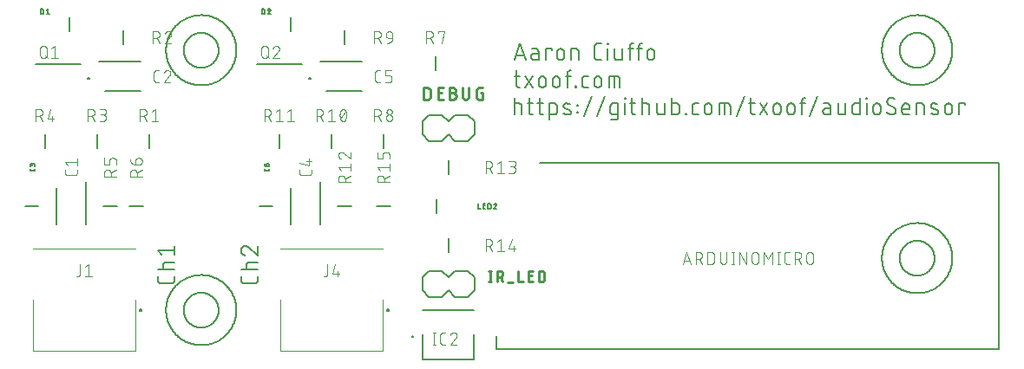
<source format=gbr>
G04 EAGLE Gerber RS-274X export*
G75*
%MOMM*%
%FSLAX34Y34*%
%LPD*%
%INSilkscreen Top*%
%IPPOS*%
%AMOC8*
5,1,8,0,0,1.08239X$1,22.5*%
G01*
%ADD10C,0.152400*%
%ADD11C,0.200000*%
%ADD12C,0.101600*%
%ADD13C,0.203200*%
%ADD14C,0.127000*%
%ADD15C,0.100000*%
%ADD16C,0.200000*%
%ADD17C,0.279400*%
%ADD18C,0.254000*%


D10*
X245618Y71377D02*
X245618Y67765D01*
X245616Y67647D01*
X245610Y67529D01*
X245601Y67411D01*
X245587Y67294D01*
X245570Y67177D01*
X245549Y67060D01*
X245524Y66945D01*
X245495Y66830D01*
X245462Y66716D01*
X245426Y66604D01*
X245386Y66493D01*
X245343Y66383D01*
X245296Y66274D01*
X245246Y66167D01*
X245191Y66062D01*
X245134Y65959D01*
X245073Y65858D01*
X245009Y65758D01*
X244942Y65661D01*
X244872Y65566D01*
X244798Y65474D01*
X244722Y65383D01*
X244642Y65296D01*
X244560Y65211D01*
X244475Y65129D01*
X244388Y65049D01*
X244297Y64973D01*
X244205Y64899D01*
X244110Y64829D01*
X244013Y64762D01*
X243913Y64698D01*
X243812Y64637D01*
X243709Y64580D01*
X243604Y64525D01*
X243497Y64475D01*
X243388Y64428D01*
X243278Y64385D01*
X243167Y64345D01*
X243055Y64309D01*
X242941Y64276D01*
X242826Y64247D01*
X242711Y64222D01*
X242594Y64201D01*
X242477Y64184D01*
X242360Y64170D01*
X242242Y64161D01*
X242124Y64155D01*
X242006Y64153D01*
X242006Y64152D02*
X232974Y64152D01*
X232856Y64154D01*
X232738Y64160D01*
X232620Y64169D01*
X232502Y64183D01*
X232385Y64200D01*
X232269Y64221D01*
X232154Y64246D01*
X232039Y64275D01*
X231925Y64308D01*
X231813Y64344D01*
X231701Y64384D01*
X231591Y64427D01*
X231483Y64474D01*
X231376Y64525D01*
X231271Y64579D01*
X231168Y64636D01*
X231066Y64697D01*
X230967Y64761D01*
X230870Y64828D01*
X230775Y64899D01*
X230682Y64972D01*
X230592Y65049D01*
X230504Y65128D01*
X230419Y65210D01*
X230337Y65295D01*
X230258Y65383D01*
X230181Y65473D01*
X230108Y65566D01*
X230037Y65660D01*
X229970Y65758D01*
X229906Y65857D01*
X229845Y65958D01*
X229788Y66062D01*
X229734Y66167D01*
X229683Y66274D01*
X229636Y66382D01*
X229593Y66492D01*
X229553Y66604D01*
X229517Y66716D01*
X229484Y66830D01*
X229455Y66945D01*
X229430Y67060D01*
X229409Y67176D01*
X229392Y67293D01*
X229378Y67411D01*
X229369Y67529D01*
X229363Y67647D01*
X229361Y67765D01*
X229362Y67765D02*
X229362Y71377D01*
X229362Y77600D02*
X245618Y77600D01*
X234781Y77600D02*
X234781Y82115D01*
X234783Y82219D01*
X234789Y82322D01*
X234799Y82426D01*
X234813Y82529D01*
X234831Y82631D01*
X234852Y82732D01*
X234878Y82833D01*
X234907Y82932D01*
X234940Y83031D01*
X234977Y83128D01*
X235018Y83223D01*
X235062Y83317D01*
X235110Y83409D01*
X235161Y83499D01*
X235216Y83588D01*
X235274Y83674D01*
X235336Y83757D01*
X235400Y83839D01*
X235468Y83917D01*
X235538Y83993D01*
X235611Y84067D01*
X235688Y84137D01*
X235766Y84205D01*
X235848Y84269D01*
X235931Y84331D01*
X236017Y84389D01*
X236106Y84444D01*
X236196Y84495D01*
X236288Y84543D01*
X236382Y84587D01*
X236477Y84628D01*
X236574Y84665D01*
X236673Y84698D01*
X236772Y84727D01*
X236873Y84753D01*
X236974Y84774D01*
X237076Y84792D01*
X237179Y84806D01*
X237283Y84816D01*
X237386Y84822D01*
X237490Y84824D01*
X237490Y84825D02*
X245618Y84825D01*
X233426Y100838D02*
X233301Y100836D01*
X233176Y100830D01*
X233051Y100821D01*
X232927Y100807D01*
X232803Y100790D01*
X232679Y100769D01*
X232557Y100744D01*
X232435Y100715D01*
X232314Y100683D01*
X232194Y100647D01*
X232075Y100607D01*
X231958Y100564D01*
X231842Y100517D01*
X231727Y100466D01*
X231615Y100412D01*
X231503Y100354D01*
X231394Y100294D01*
X231287Y100229D01*
X231181Y100162D01*
X231078Y100091D01*
X230977Y100017D01*
X230878Y99940D01*
X230782Y99860D01*
X230688Y99777D01*
X230597Y99692D01*
X230508Y99603D01*
X230423Y99512D01*
X230340Y99418D01*
X230260Y99322D01*
X230183Y99223D01*
X230109Y99122D01*
X230038Y99019D01*
X229971Y98913D01*
X229906Y98806D01*
X229846Y98697D01*
X229788Y98585D01*
X229734Y98473D01*
X229683Y98358D01*
X229636Y98242D01*
X229593Y98125D01*
X229553Y98006D01*
X229517Y97886D01*
X229485Y97765D01*
X229456Y97643D01*
X229431Y97521D01*
X229410Y97397D01*
X229393Y97273D01*
X229379Y97149D01*
X229370Y97024D01*
X229364Y96899D01*
X229362Y96774D01*
X229364Y96631D01*
X229370Y96489D01*
X229380Y96346D01*
X229393Y96204D01*
X229411Y96063D01*
X229432Y95921D01*
X229457Y95781D01*
X229486Y95641D01*
X229519Y95502D01*
X229556Y95364D01*
X229596Y95227D01*
X229640Y95092D01*
X229688Y94957D01*
X229740Y94824D01*
X229795Y94692D01*
X229854Y94562D01*
X229916Y94434D01*
X229982Y94307D01*
X230051Y94182D01*
X230123Y94059D01*
X230199Y93938D01*
X230278Y93820D01*
X230361Y93703D01*
X230446Y93589D01*
X230535Y93477D01*
X230626Y93368D01*
X230721Y93261D01*
X230818Y93156D01*
X230919Y93055D01*
X231022Y92956D01*
X231127Y92860D01*
X231236Y92767D01*
X231347Y92677D01*
X231460Y92590D01*
X231575Y92506D01*
X231693Y92426D01*
X231813Y92348D01*
X231935Y92274D01*
X232059Y92204D01*
X232185Y92136D01*
X232313Y92073D01*
X232442Y92012D01*
X232573Y91955D01*
X232705Y91902D01*
X232839Y91853D01*
X232974Y91807D01*
X236587Y99483D02*
X236495Y99577D01*
X236401Y99667D01*
X236304Y99755D01*
X236204Y99840D01*
X236102Y99922D01*
X235997Y100000D01*
X235890Y100076D01*
X235781Y100148D01*
X235670Y100217D01*
X235556Y100283D01*
X235441Y100345D01*
X235324Y100404D01*
X235205Y100459D01*
X235085Y100510D01*
X234963Y100558D01*
X234840Y100603D01*
X234716Y100643D01*
X234590Y100680D01*
X234463Y100713D01*
X234336Y100742D01*
X234207Y100768D01*
X234078Y100789D01*
X233948Y100807D01*
X233818Y100820D01*
X233688Y100830D01*
X233557Y100836D01*
X233426Y100838D01*
X236587Y99483D02*
X245618Y91807D01*
X245618Y100838D01*
X164338Y71487D02*
X164338Y67874D01*
X164336Y67756D01*
X164330Y67638D01*
X164321Y67520D01*
X164307Y67403D01*
X164290Y67286D01*
X164269Y67169D01*
X164244Y67054D01*
X164215Y66939D01*
X164182Y66825D01*
X164146Y66713D01*
X164106Y66602D01*
X164063Y66492D01*
X164016Y66383D01*
X163966Y66276D01*
X163911Y66171D01*
X163854Y66068D01*
X163793Y65967D01*
X163729Y65867D01*
X163662Y65770D01*
X163592Y65675D01*
X163518Y65583D01*
X163442Y65492D01*
X163362Y65405D01*
X163280Y65320D01*
X163195Y65238D01*
X163108Y65158D01*
X163017Y65082D01*
X162925Y65008D01*
X162830Y64938D01*
X162733Y64871D01*
X162633Y64807D01*
X162532Y64746D01*
X162429Y64689D01*
X162324Y64634D01*
X162217Y64584D01*
X162108Y64537D01*
X161998Y64494D01*
X161887Y64454D01*
X161775Y64418D01*
X161661Y64385D01*
X161546Y64356D01*
X161431Y64331D01*
X161314Y64310D01*
X161197Y64293D01*
X161080Y64279D01*
X160962Y64270D01*
X160844Y64264D01*
X160726Y64262D01*
X151694Y64262D01*
X151576Y64264D01*
X151458Y64270D01*
X151340Y64279D01*
X151222Y64293D01*
X151105Y64310D01*
X150989Y64331D01*
X150874Y64356D01*
X150759Y64385D01*
X150645Y64418D01*
X150533Y64454D01*
X150421Y64494D01*
X150311Y64537D01*
X150203Y64584D01*
X150096Y64635D01*
X149991Y64689D01*
X149888Y64746D01*
X149786Y64807D01*
X149687Y64871D01*
X149590Y64938D01*
X149495Y65009D01*
X149402Y65082D01*
X149312Y65159D01*
X149224Y65238D01*
X149139Y65320D01*
X149057Y65405D01*
X148978Y65493D01*
X148901Y65583D01*
X148828Y65676D01*
X148757Y65770D01*
X148690Y65868D01*
X148626Y65967D01*
X148565Y66068D01*
X148508Y66172D01*
X148454Y66277D01*
X148403Y66384D01*
X148356Y66492D01*
X148313Y66602D01*
X148273Y66714D01*
X148237Y66826D01*
X148204Y66940D01*
X148175Y67055D01*
X148150Y67170D01*
X148129Y67286D01*
X148112Y67403D01*
X148098Y67521D01*
X148089Y67639D01*
X148083Y67757D01*
X148081Y67875D01*
X148082Y67874D02*
X148082Y71487D01*
X148082Y77710D02*
X164338Y77710D01*
X153501Y77710D02*
X153501Y82225D01*
X153503Y82329D01*
X153509Y82432D01*
X153519Y82536D01*
X153533Y82639D01*
X153551Y82741D01*
X153572Y82842D01*
X153598Y82943D01*
X153627Y83042D01*
X153660Y83141D01*
X153697Y83238D01*
X153738Y83333D01*
X153782Y83427D01*
X153830Y83519D01*
X153881Y83609D01*
X153936Y83698D01*
X153994Y83784D01*
X154056Y83867D01*
X154120Y83949D01*
X154188Y84027D01*
X154258Y84103D01*
X154331Y84177D01*
X154408Y84247D01*
X154486Y84315D01*
X154568Y84379D01*
X154651Y84441D01*
X154737Y84499D01*
X154826Y84554D01*
X154916Y84605D01*
X155008Y84653D01*
X155102Y84697D01*
X155197Y84738D01*
X155294Y84775D01*
X155393Y84808D01*
X155492Y84837D01*
X155593Y84863D01*
X155694Y84884D01*
X155796Y84902D01*
X155899Y84916D01*
X156003Y84926D01*
X156106Y84932D01*
X156210Y84934D01*
X164338Y84934D01*
X151694Y91917D02*
X148082Y96432D01*
X164338Y96432D01*
X164338Y91917D02*
X164338Y100948D01*
X496062Y282702D02*
X501481Y298958D01*
X506899Y282702D01*
X505545Y286766D02*
X497417Y286766D01*
X515545Y289024D02*
X519609Y289024D01*
X515545Y289024D02*
X515433Y289022D01*
X515322Y289016D01*
X515211Y289006D01*
X515100Y288993D01*
X514990Y288975D01*
X514881Y288953D01*
X514772Y288928D01*
X514664Y288899D01*
X514558Y288866D01*
X514452Y288829D01*
X514348Y288789D01*
X514246Y288745D01*
X514145Y288697D01*
X514046Y288646D01*
X513948Y288591D01*
X513853Y288533D01*
X513760Y288472D01*
X513669Y288407D01*
X513580Y288339D01*
X513494Y288268D01*
X513411Y288195D01*
X513330Y288118D01*
X513251Y288038D01*
X513176Y287956D01*
X513104Y287871D01*
X513034Y287784D01*
X512968Y287694D01*
X512905Y287602D01*
X512845Y287507D01*
X512789Y287411D01*
X512736Y287313D01*
X512687Y287213D01*
X512641Y287111D01*
X512599Y287008D01*
X512560Y286903D01*
X512525Y286797D01*
X512494Y286690D01*
X512467Y286582D01*
X512443Y286473D01*
X512424Y286363D01*
X512408Y286253D01*
X512396Y286142D01*
X512388Y286030D01*
X512384Y285919D01*
X512384Y285807D01*
X512388Y285696D01*
X512396Y285584D01*
X512408Y285473D01*
X512424Y285363D01*
X512443Y285253D01*
X512467Y285144D01*
X512494Y285036D01*
X512525Y284929D01*
X512560Y284823D01*
X512599Y284718D01*
X512641Y284615D01*
X512687Y284513D01*
X512736Y284413D01*
X512789Y284315D01*
X512845Y284219D01*
X512905Y284124D01*
X512968Y284032D01*
X513034Y283942D01*
X513104Y283855D01*
X513176Y283770D01*
X513251Y283688D01*
X513330Y283608D01*
X513411Y283531D01*
X513494Y283458D01*
X513580Y283387D01*
X513669Y283319D01*
X513760Y283254D01*
X513853Y283193D01*
X513948Y283135D01*
X514046Y283080D01*
X514145Y283029D01*
X514246Y282981D01*
X514348Y282937D01*
X514452Y282897D01*
X514558Y282860D01*
X514664Y282827D01*
X514772Y282798D01*
X514881Y282773D01*
X514990Y282751D01*
X515100Y282733D01*
X515211Y282720D01*
X515322Y282710D01*
X515433Y282704D01*
X515545Y282702D01*
X519609Y282702D01*
X519609Y290830D01*
X519607Y290931D01*
X519601Y291032D01*
X519592Y291133D01*
X519579Y291234D01*
X519562Y291334D01*
X519541Y291433D01*
X519517Y291531D01*
X519489Y291628D01*
X519457Y291725D01*
X519422Y291820D01*
X519383Y291913D01*
X519341Y292005D01*
X519295Y292096D01*
X519246Y292185D01*
X519194Y292271D01*
X519138Y292356D01*
X519080Y292439D01*
X519018Y292519D01*
X518953Y292597D01*
X518886Y292673D01*
X518816Y292746D01*
X518743Y292816D01*
X518667Y292883D01*
X518589Y292948D01*
X518509Y293010D01*
X518426Y293068D01*
X518341Y293124D01*
X518255Y293176D01*
X518166Y293225D01*
X518075Y293271D01*
X517983Y293313D01*
X517890Y293352D01*
X517795Y293387D01*
X517698Y293419D01*
X517601Y293447D01*
X517503Y293471D01*
X517404Y293492D01*
X517304Y293509D01*
X517203Y293522D01*
X517102Y293531D01*
X517001Y293537D01*
X516900Y293539D01*
X513287Y293539D01*
X527131Y293539D02*
X527131Y282702D01*
X527131Y293539D02*
X532550Y293539D01*
X532550Y291733D01*
X537467Y289927D02*
X537467Y286314D01*
X537468Y289927D02*
X537470Y290046D01*
X537476Y290166D01*
X537486Y290285D01*
X537500Y290403D01*
X537517Y290522D01*
X537539Y290639D01*
X537564Y290756D01*
X537594Y290871D01*
X537627Y290986D01*
X537664Y291100D01*
X537704Y291212D01*
X537749Y291323D01*
X537797Y291432D01*
X537848Y291540D01*
X537903Y291646D01*
X537962Y291750D01*
X538024Y291852D01*
X538089Y291952D01*
X538158Y292050D01*
X538230Y292146D01*
X538305Y292239D01*
X538382Y292329D01*
X538463Y292417D01*
X538547Y292502D01*
X538634Y292584D01*
X538723Y292664D01*
X538815Y292740D01*
X538909Y292814D01*
X539006Y292884D01*
X539104Y292951D01*
X539205Y293015D01*
X539309Y293075D01*
X539414Y293132D01*
X539521Y293185D01*
X539629Y293235D01*
X539739Y293281D01*
X539851Y293323D01*
X539964Y293362D01*
X540078Y293397D01*
X540193Y293428D01*
X540310Y293456D01*
X540427Y293479D01*
X540544Y293499D01*
X540663Y293515D01*
X540782Y293527D01*
X540901Y293535D01*
X541020Y293539D01*
X541140Y293539D01*
X541259Y293535D01*
X541378Y293527D01*
X541497Y293515D01*
X541616Y293499D01*
X541733Y293479D01*
X541850Y293456D01*
X541967Y293428D01*
X542082Y293397D01*
X542196Y293362D01*
X542309Y293323D01*
X542421Y293281D01*
X542531Y293235D01*
X542639Y293185D01*
X542746Y293132D01*
X542851Y293075D01*
X542955Y293015D01*
X543056Y292951D01*
X543154Y292884D01*
X543251Y292814D01*
X543345Y292740D01*
X543437Y292664D01*
X543526Y292584D01*
X543613Y292502D01*
X543697Y292417D01*
X543778Y292329D01*
X543855Y292239D01*
X543930Y292146D01*
X544002Y292050D01*
X544071Y291952D01*
X544136Y291852D01*
X544198Y291750D01*
X544257Y291646D01*
X544312Y291540D01*
X544363Y291432D01*
X544411Y291323D01*
X544456Y291212D01*
X544496Y291100D01*
X544533Y290986D01*
X544566Y290871D01*
X544596Y290756D01*
X544621Y290639D01*
X544643Y290522D01*
X544660Y290403D01*
X544674Y290285D01*
X544684Y290166D01*
X544690Y290046D01*
X544692Y289927D01*
X544692Y286314D01*
X544690Y286195D01*
X544684Y286075D01*
X544674Y285956D01*
X544660Y285838D01*
X544643Y285719D01*
X544621Y285602D01*
X544596Y285485D01*
X544566Y285370D01*
X544533Y285255D01*
X544496Y285141D01*
X544456Y285029D01*
X544411Y284918D01*
X544363Y284809D01*
X544312Y284701D01*
X544257Y284595D01*
X544198Y284491D01*
X544136Y284389D01*
X544071Y284289D01*
X544002Y284191D01*
X543930Y284095D01*
X543855Y284002D01*
X543778Y283912D01*
X543697Y283824D01*
X543613Y283739D01*
X543526Y283657D01*
X543437Y283577D01*
X543345Y283501D01*
X543251Y283427D01*
X543154Y283357D01*
X543056Y283290D01*
X542955Y283226D01*
X542851Y283166D01*
X542746Y283109D01*
X542639Y283056D01*
X542531Y283006D01*
X542421Y282960D01*
X542309Y282918D01*
X542196Y282879D01*
X542082Y282844D01*
X541967Y282813D01*
X541850Y282785D01*
X541733Y282762D01*
X541616Y282742D01*
X541497Y282726D01*
X541378Y282714D01*
X541259Y282706D01*
X541140Y282702D01*
X541020Y282702D01*
X540901Y282706D01*
X540782Y282714D01*
X540663Y282726D01*
X540544Y282742D01*
X540427Y282762D01*
X540310Y282785D01*
X540193Y282813D01*
X540078Y282844D01*
X539964Y282879D01*
X539851Y282918D01*
X539739Y282960D01*
X539629Y283006D01*
X539521Y283056D01*
X539414Y283109D01*
X539309Y283166D01*
X539205Y283226D01*
X539104Y283290D01*
X539006Y283357D01*
X538909Y283427D01*
X538815Y283501D01*
X538723Y283577D01*
X538634Y283657D01*
X538547Y283739D01*
X538463Y283824D01*
X538382Y283912D01*
X538305Y284002D01*
X538230Y284095D01*
X538158Y284191D01*
X538089Y284289D01*
X538024Y284389D01*
X537962Y284491D01*
X537903Y284595D01*
X537848Y284701D01*
X537797Y284809D01*
X537749Y284918D01*
X537704Y285029D01*
X537664Y285141D01*
X537627Y285255D01*
X537594Y285370D01*
X537564Y285485D01*
X537539Y285602D01*
X537517Y285719D01*
X537500Y285838D01*
X537486Y285956D01*
X537476Y286075D01*
X537470Y286195D01*
X537468Y286314D01*
X551535Y282702D02*
X551535Y293539D01*
X556051Y293539D01*
X556155Y293537D01*
X556258Y293531D01*
X556362Y293521D01*
X556465Y293507D01*
X556567Y293489D01*
X556668Y293468D01*
X556769Y293442D01*
X556868Y293413D01*
X556967Y293380D01*
X557064Y293343D01*
X557159Y293302D01*
X557253Y293258D01*
X557345Y293210D01*
X557435Y293159D01*
X557524Y293104D01*
X557610Y293046D01*
X557693Y292984D01*
X557775Y292920D01*
X557853Y292852D01*
X557929Y292782D01*
X558003Y292709D01*
X558073Y292632D01*
X558141Y292554D01*
X558205Y292472D01*
X558267Y292389D01*
X558325Y292303D01*
X558380Y292214D01*
X558431Y292124D01*
X558479Y292032D01*
X558523Y291938D01*
X558564Y291843D01*
X558601Y291746D01*
X558634Y291647D01*
X558663Y291548D01*
X558689Y291447D01*
X558710Y291346D01*
X558728Y291244D01*
X558742Y291141D01*
X558752Y291037D01*
X558758Y290934D01*
X558760Y290830D01*
X558760Y282702D01*
X577652Y282702D02*
X581264Y282702D01*
X577652Y282702D02*
X577534Y282704D01*
X577416Y282710D01*
X577298Y282719D01*
X577181Y282733D01*
X577064Y282750D01*
X576947Y282771D01*
X576832Y282796D01*
X576717Y282825D01*
X576603Y282858D01*
X576491Y282894D01*
X576380Y282934D01*
X576270Y282977D01*
X576161Y283024D01*
X576054Y283074D01*
X575949Y283129D01*
X575846Y283186D01*
X575745Y283247D01*
X575645Y283311D01*
X575548Y283378D01*
X575453Y283448D01*
X575361Y283522D01*
X575270Y283598D01*
X575183Y283678D01*
X575098Y283760D01*
X575016Y283845D01*
X574936Y283932D01*
X574860Y284023D01*
X574786Y284115D01*
X574716Y284210D01*
X574649Y284307D01*
X574585Y284407D01*
X574524Y284508D01*
X574467Y284611D01*
X574412Y284716D01*
X574362Y284823D01*
X574315Y284932D01*
X574272Y285042D01*
X574232Y285153D01*
X574196Y285265D01*
X574163Y285379D01*
X574134Y285494D01*
X574109Y285609D01*
X574088Y285726D01*
X574071Y285843D01*
X574057Y285960D01*
X574048Y286078D01*
X574042Y286196D01*
X574040Y286314D01*
X574040Y295346D01*
X574042Y295464D01*
X574048Y295582D01*
X574057Y295700D01*
X574071Y295817D01*
X574088Y295934D01*
X574109Y296051D01*
X574134Y296166D01*
X574163Y296281D01*
X574196Y296395D01*
X574232Y296507D01*
X574272Y296618D01*
X574315Y296728D01*
X574362Y296837D01*
X574412Y296944D01*
X574466Y297049D01*
X574524Y297152D01*
X574585Y297253D01*
X574649Y297353D01*
X574716Y297450D01*
X574786Y297545D01*
X574860Y297637D01*
X574936Y297728D01*
X575016Y297815D01*
X575098Y297900D01*
X575183Y297982D01*
X575270Y298062D01*
X575361Y298138D01*
X575453Y298212D01*
X575548Y298282D01*
X575645Y298349D01*
X575745Y298413D01*
X575846Y298474D01*
X575949Y298531D01*
X576054Y298585D01*
X576161Y298636D01*
X576270Y298683D01*
X576380Y298726D01*
X576491Y298766D01*
X576603Y298802D01*
X576717Y298835D01*
X576832Y298864D01*
X576947Y298889D01*
X577064Y298910D01*
X577181Y298927D01*
X577298Y298941D01*
X577416Y298950D01*
X577534Y298956D01*
X577652Y298958D01*
X581264Y298958D01*
X586931Y293539D02*
X586931Y282702D01*
X586480Y298055D02*
X586480Y298958D01*
X587383Y298958D01*
X587383Y298055D01*
X586480Y298055D01*
X593740Y293539D02*
X593740Y285411D01*
X593742Y285310D01*
X593748Y285209D01*
X593757Y285108D01*
X593770Y285007D01*
X593787Y284907D01*
X593808Y284808D01*
X593832Y284710D01*
X593860Y284613D01*
X593892Y284516D01*
X593927Y284421D01*
X593966Y284328D01*
X594008Y284236D01*
X594054Y284145D01*
X594103Y284057D01*
X594155Y283970D01*
X594211Y283885D01*
X594269Y283802D01*
X594331Y283722D01*
X594396Y283644D01*
X594463Y283568D01*
X594533Y283495D01*
X594606Y283425D01*
X594682Y283358D01*
X594760Y283293D01*
X594840Y283231D01*
X594923Y283173D01*
X595008Y283117D01*
X595095Y283065D01*
X595183Y283016D01*
X595274Y282970D01*
X595366Y282928D01*
X595459Y282889D01*
X595554Y282854D01*
X595651Y282822D01*
X595748Y282794D01*
X595846Y282770D01*
X595945Y282749D01*
X596045Y282732D01*
X596146Y282719D01*
X596247Y282710D01*
X596348Y282704D01*
X596449Y282702D01*
X600965Y282702D01*
X600965Y293539D01*
X608696Y296249D02*
X608696Y282702D01*
X608696Y296249D02*
X608698Y296353D01*
X608704Y296456D01*
X608714Y296560D01*
X608728Y296663D01*
X608746Y296765D01*
X608767Y296866D01*
X608793Y296967D01*
X608822Y297066D01*
X608855Y297165D01*
X608892Y297262D01*
X608933Y297357D01*
X608977Y297451D01*
X609025Y297543D01*
X609076Y297633D01*
X609131Y297722D01*
X609189Y297808D01*
X609251Y297891D01*
X609315Y297973D01*
X609383Y298051D01*
X609453Y298127D01*
X609526Y298201D01*
X609603Y298271D01*
X609681Y298339D01*
X609763Y298403D01*
X609846Y298465D01*
X609932Y298523D01*
X610021Y298578D01*
X610111Y298629D01*
X610203Y298677D01*
X610297Y298721D01*
X610392Y298762D01*
X610489Y298799D01*
X610588Y298832D01*
X610687Y298861D01*
X610788Y298887D01*
X610889Y298908D01*
X610991Y298926D01*
X611094Y298940D01*
X611198Y298950D01*
X611301Y298956D01*
X611405Y298958D01*
X612308Y298958D01*
X612308Y293539D02*
X606889Y293539D01*
X617553Y296249D02*
X617553Y282702D01*
X617554Y296249D02*
X617556Y296353D01*
X617562Y296456D01*
X617572Y296560D01*
X617586Y296663D01*
X617604Y296765D01*
X617625Y296866D01*
X617651Y296967D01*
X617680Y297066D01*
X617713Y297165D01*
X617750Y297262D01*
X617791Y297357D01*
X617835Y297451D01*
X617883Y297543D01*
X617934Y297633D01*
X617989Y297722D01*
X618047Y297808D01*
X618109Y297891D01*
X618173Y297973D01*
X618241Y298051D01*
X618311Y298127D01*
X618384Y298201D01*
X618461Y298271D01*
X618539Y298339D01*
X618621Y298403D01*
X618704Y298465D01*
X618790Y298523D01*
X618879Y298578D01*
X618969Y298629D01*
X619061Y298677D01*
X619155Y298721D01*
X619250Y298762D01*
X619347Y298799D01*
X619446Y298832D01*
X619545Y298861D01*
X619646Y298887D01*
X619747Y298908D01*
X619849Y298926D01*
X619952Y298940D01*
X620056Y298950D01*
X620159Y298956D01*
X620263Y298958D01*
X621166Y298958D01*
X621166Y293539D02*
X615747Y293539D01*
X625523Y289927D02*
X625523Y286314D01*
X625524Y289927D02*
X625526Y290046D01*
X625532Y290166D01*
X625542Y290285D01*
X625556Y290403D01*
X625573Y290522D01*
X625595Y290639D01*
X625620Y290756D01*
X625650Y290871D01*
X625683Y290986D01*
X625720Y291100D01*
X625760Y291212D01*
X625805Y291323D01*
X625853Y291432D01*
X625904Y291540D01*
X625959Y291646D01*
X626018Y291750D01*
X626080Y291852D01*
X626145Y291952D01*
X626214Y292050D01*
X626286Y292146D01*
X626361Y292239D01*
X626438Y292329D01*
X626519Y292417D01*
X626603Y292502D01*
X626690Y292584D01*
X626779Y292664D01*
X626871Y292740D01*
X626965Y292814D01*
X627062Y292884D01*
X627160Y292951D01*
X627261Y293015D01*
X627365Y293075D01*
X627470Y293132D01*
X627577Y293185D01*
X627685Y293235D01*
X627795Y293281D01*
X627907Y293323D01*
X628020Y293362D01*
X628134Y293397D01*
X628249Y293428D01*
X628366Y293456D01*
X628483Y293479D01*
X628600Y293499D01*
X628719Y293515D01*
X628838Y293527D01*
X628957Y293535D01*
X629076Y293539D01*
X629196Y293539D01*
X629315Y293535D01*
X629434Y293527D01*
X629553Y293515D01*
X629672Y293499D01*
X629789Y293479D01*
X629906Y293456D01*
X630023Y293428D01*
X630138Y293397D01*
X630252Y293362D01*
X630365Y293323D01*
X630477Y293281D01*
X630587Y293235D01*
X630695Y293185D01*
X630802Y293132D01*
X630907Y293075D01*
X631011Y293015D01*
X631112Y292951D01*
X631210Y292884D01*
X631307Y292814D01*
X631401Y292740D01*
X631493Y292664D01*
X631582Y292584D01*
X631669Y292502D01*
X631753Y292417D01*
X631834Y292329D01*
X631911Y292239D01*
X631986Y292146D01*
X632058Y292050D01*
X632127Y291952D01*
X632192Y291852D01*
X632254Y291750D01*
X632313Y291646D01*
X632368Y291540D01*
X632419Y291432D01*
X632467Y291323D01*
X632512Y291212D01*
X632552Y291100D01*
X632589Y290986D01*
X632622Y290871D01*
X632652Y290756D01*
X632677Y290639D01*
X632699Y290522D01*
X632716Y290403D01*
X632730Y290285D01*
X632740Y290166D01*
X632746Y290046D01*
X632748Y289927D01*
X632748Y286314D01*
X632746Y286195D01*
X632740Y286075D01*
X632730Y285956D01*
X632716Y285838D01*
X632699Y285719D01*
X632677Y285602D01*
X632652Y285485D01*
X632622Y285370D01*
X632589Y285255D01*
X632552Y285141D01*
X632512Y285029D01*
X632467Y284918D01*
X632419Y284809D01*
X632368Y284701D01*
X632313Y284595D01*
X632254Y284491D01*
X632192Y284389D01*
X632127Y284289D01*
X632058Y284191D01*
X631986Y284095D01*
X631911Y284002D01*
X631834Y283912D01*
X631753Y283824D01*
X631669Y283739D01*
X631582Y283657D01*
X631493Y283577D01*
X631401Y283501D01*
X631307Y283427D01*
X631210Y283357D01*
X631112Y283290D01*
X631011Y283226D01*
X630907Y283166D01*
X630802Y283109D01*
X630695Y283056D01*
X630587Y283006D01*
X630477Y282960D01*
X630365Y282918D01*
X630252Y282879D01*
X630138Y282844D01*
X630023Y282813D01*
X629906Y282785D01*
X629789Y282762D01*
X629672Y282742D01*
X629553Y282726D01*
X629434Y282714D01*
X629315Y282706D01*
X629196Y282702D01*
X629076Y282702D01*
X628957Y282706D01*
X628838Y282714D01*
X628719Y282726D01*
X628600Y282742D01*
X628483Y282762D01*
X628366Y282785D01*
X628249Y282813D01*
X628134Y282844D01*
X628020Y282879D01*
X627907Y282918D01*
X627795Y282960D01*
X627685Y283006D01*
X627577Y283056D01*
X627470Y283109D01*
X627365Y283166D01*
X627261Y283226D01*
X627160Y283290D01*
X627062Y283357D01*
X626965Y283427D01*
X626871Y283501D01*
X626779Y283577D01*
X626690Y283657D01*
X626603Y283739D01*
X626519Y283824D01*
X626438Y283912D01*
X626361Y284002D01*
X626286Y284095D01*
X626214Y284191D01*
X626145Y284289D01*
X626080Y284389D01*
X626018Y284491D01*
X625959Y284595D01*
X625904Y284701D01*
X625853Y284809D01*
X625805Y284918D01*
X625760Y285029D01*
X625720Y285141D01*
X625683Y285255D01*
X625650Y285370D01*
X625620Y285485D01*
X625595Y285602D01*
X625573Y285719D01*
X625556Y285838D01*
X625542Y285956D01*
X625532Y286075D01*
X625526Y286195D01*
X625524Y286314D01*
X501481Y266869D02*
X496062Y266869D01*
X497868Y272288D02*
X497868Y258741D01*
X497869Y258741D02*
X497871Y258640D01*
X497877Y258539D01*
X497886Y258438D01*
X497899Y258337D01*
X497916Y258237D01*
X497937Y258138D01*
X497961Y258040D01*
X497989Y257943D01*
X498021Y257846D01*
X498056Y257751D01*
X498095Y257658D01*
X498137Y257566D01*
X498183Y257475D01*
X498232Y257387D01*
X498284Y257300D01*
X498340Y257215D01*
X498398Y257132D01*
X498460Y257052D01*
X498525Y256974D01*
X498592Y256898D01*
X498662Y256825D01*
X498735Y256755D01*
X498811Y256688D01*
X498889Y256623D01*
X498969Y256561D01*
X499052Y256503D01*
X499137Y256447D01*
X499224Y256395D01*
X499312Y256346D01*
X499403Y256300D01*
X499495Y256258D01*
X499588Y256219D01*
X499683Y256184D01*
X499780Y256152D01*
X499877Y256124D01*
X499975Y256100D01*
X500074Y256079D01*
X500174Y256062D01*
X500275Y256049D01*
X500376Y256040D01*
X500477Y256034D01*
X500578Y256032D01*
X501481Y256032D01*
X506738Y256032D02*
X513963Y266869D01*
X506738Y266869D02*
X513963Y256032D01*
X519764Y259644D02*
X519764Y263257D01*
X519766Y263376D01*
X519772Y263496D01*
X519782Y263615D01*
X519796Y263733D01*
X519813Y263852D01*
X519835Y263969D01*
X519860Y264086D01*
X519890Y264201D01*
X519923Y264316D01*
X519960Y264430D01*
X520000Y264542D01*
X520045Y264653D01*
X520093Y264762D01*
X520144Y264870D01*
X520199Y264976D01*
X520258Y265080D01*
X520320Y265182D01*
X520385Y265282D01*
X520454Y265380D01*
X520526Y265476D01*
X520601Y265569D01*
X520678Y265659D01*
X520759Y265747D01*
X520843Y265832D01*
X520930Y265914D01*
X521019Y265994D01*
X521111Y266070D01*
X521205Y266144D01*
X521302Y266214D01*
X521400Y266281D01*
X521501Y266345D01*
X521605Y266405D01*
X521710Y266462D01*
X521817Y266515D01*
X521925Y266565D01*
X522035Y266611D01*
X522147Y266653D01*
X522260Y266692D01*
X522374Y266727D01*
X522489Y266758D01*
X522606Y266786D01*
X522723Y266809D01*
X522840Y266829D01*
X522959Y266845D01*
X523078Y266857D01*
X523197Y266865D01*
X523316Y266869D01*
X523436Y266869D01*
X523555Y266865D01*
X523674Y266857D01*
X523793Y266845D01*
X523912Y266829D01*
X524029Y266809D01*
X524146Y266786D01*
X524263Y266758D01*
X524378Y266727D01*
X524492Y266692D01*
X524605Y266653D01*
X524717Y266611D01*
X524827Y266565D01*
X524935Y266515D01*
X525042Y266462D01*
X525147Y266405D01*
X525251Y266345D01*
X525352Y266281D01*
X525450Y266214D01*
X525547Y266144D01*
X525641Y266070D01*
X525733Y265994D01*
X525822Y265914D01*
X525909Y265832D01*
X525993Y265747D01*
X526074Y265659D01*
X526151Y265569D01*
X526226Y265476D01*
X526298Y265380D01*
X526367Y265282D01*
X526432Y265182D01*
X526494Y265080D01*
X526553Y264976D01*
X526608Y264870D01*
X526659Y264762D01*
X526707Y264653D01*
X526752Y264542D01*
X526792Y264430D01*
X526829Y264316D01*
X526862Y264201D01*
X526892Y264086D01*
X526917Y263969D01*
X526939Y263852D01*
X526956Y263733D01*
X526970Y263615D01*
X526980Y263496D01*
X526986Y263376D01*
X526988Y263257D01*
X526989Y263257D02*
X526989Y259644D01*
X526988Y259644D02*
X526986Y259525D01*
X526980Y259405D01*
X526970Y259286D01*
X526956Y259168D01*
X526939Y259049D01*
X526917Y258932D01*
X526892Y258815D01*
X526862Y258700D01*
X526829Y258585D01*
X526792Y258471D01*
X526752Y258359D01*
X526707Y258248D01*
X526659Y258139D01*
X526608Y258031D01*
X526553Y257925D01*
X526494Y257821D01*
X526432Y257719D01*
X526367Y257619D01*
X526298Y257521D01*
X526226Y257425D01*
X526151Y257332D01*
X526074Y257242D01*
X525993Y257154D01*
X525909Y257069D01*
X525822Y256987D01*
X525733Y256907D01*
X525641Y256831D01*
X525547Y256757D01*
X525450Y256687D01*
X525352Y256620D01*
X525251Y256556D01*
X525147Y256496D01*
X525042Y256439D01*
X524935Y256386D01*
X524827Y256336D01*
X524717Y256290D01*
X524605Y256248D01*
X524492Y256209D01*
X524378Y256174D01*
X524263Y256143D01*
X524146Y256115D01*
X524029Y256092D01*
X523912Y256072D01*
X523793Y256056D01*
X523674Y256044D01*
X523555Y256036D01*
X523436Y256032D01*
X523316Y256032D01*
X523197Y256036D01*
X523078Y256044D01*
X522959Y256056D01*
X522840Y256072D01*
X522723Y256092D01*
X522606Y256115D01*
X522489Y256143D01*
X522374Y256174D01*
X522260Y256209D01*
X522147Y256248D01*
X522035Y256290D01*
X521925Y256336D01*
X521817Y256386D01*
X521710Y256439D01*
X521605Y256496D01*
X521501Y256556D01*
X521400Y256620D01*
X521302Y256687D01*
X521205Y256757D01*
X521111Y256831D01*
X521019Y256907D01*
X520930Y256987D01*
X520843Y257069D01*
X520759Y257154D01*
X520678Y257242D01*
X520601Y257332D01*
X520526Y257425D01*
X520454Y257521D01*
X520385Y257619D01*
X520320Y257719D01*
X520258Y257821D01*
X520199Y257925D01*
X520144Y258031D01*
X520093Y258139D01*
X520045Y258248D01*
X520000Y258359D01*
X519960Y258471D01*
X519923Y258585D01*
X519890Y258700D01*
X519860Y258815D01*
X519835Y258932D01*
X519813Y259049D01*
X519796Y259168D01*
X519782Y259286D01*
X519772Y259405D01*
X519766Y259525D01*
X519764Y259644D01*
X533311Y259644D02*
X533311Y263257D01*
X533313Y263376D01*
X533319Y263496D01*
X533329Y263615D01*
X533343Y263733D01*
X533360Y263852D01*
X533382Y263969D01*
X533407Y264086D01*
X533437Y264201D01*
X533470Y264316D01*
X533507Y264430D01*
X533547Y264542D01*
X533592Y264653D01*
X533640Y264762D01*
X533691Y264870D01*
X533746Y264976D01*
X533805Y265080D01*
X533867Y265182D01*
X533932Y265282D01*
X534001Y265380D01*
X534073Y265476D01*
X534148Y265569D01*
X534225Y265659D01*
X534306Y265747D01*
X534390Y265832D01*
X534477Y265914D01*
X534566Y265994D01*
X534658Y266070D01*
X534752Y266144D01*
X534849Y266214D01*
X534947Y266281D01*
X535048Y266345D01*
X535152Y266405D01*
X535257Y266462D01*
X535364Y266515D01*
X535472Y266565D01*
X535582Y266611D01*
X535694Y266653D01*
X535807Y266692D01*
X535921Y266727D01*
X536036Y266758D01*
X536153Y266786D01*
X536270Y266809D01*
X536387Y266829D01*
X536506Y266845D01*
X536625Y266857D01*
X536744Y266865D01*
X536863Y266869D01*
X536983Y266869D01*
X537102Y266865D01*
X537221Y266857D01*
X537340Y266845D01*
X537459Y266829D01*
X537576Y266809D01*
X537693Y266786D01*
X537810Y266758D01*
X537925Y266727D01*
X538039Y266692D01*
X538152Y266653D01*
X538264Y266611D01*
X538374Y266565D01*
X538482Y266515D01*
X538589Y266462D01*
X538694Y266405D01*
X538798Y266345D01*
X538899Y266281D01*
X538997Y266214D01*
X539094Y266144D01*
X539188Y266070D01*
X539280Y265994D01*
X539369Y265914D01*
X539456Y265832D01*
X539540Y265747D01*
X539621Y265659D01*
X539698Y265569D01*
X539773Y265476D01*
X539845Y265380D01*
X539914Y265282D01*
X539979Y265182D01*
X540041Y265080D01*
X540100Y264976D01*
X540155Y264870D01*
X540206Y264762D01*
X540254Y264653D01*
X540299Y264542D01*
X540339Y264430D01*
X540376Y264316D01*
X540409Y264201D01*
X540439Y264086D01*
X540464Y263969D01*
X540486Y263852D01*
X540503Y263733D01*
X540517Y263615D01*
X540527Y263496D01*
X540533Y263376D01*
X540535Y263257D01*
X540536Y263257D02*
X540536Y259644D01*
X540535Y259644D02*
X540533Y259525D01*
X540527Y259405D01*
X540517Y259286D01*
X540503Y259168D01*
X540486Y259049D01*
X540464Y258932D01*
X540439Y258815D01*
X540409Y258700D01*
X540376Y258585D01*
X540339Y258471D01*
X540299Y258359D01*
X540254Y258248D01*
X540206Y258139D01*
X540155Y258031D01*
X540100Y257925D01*
X540041Y257821D01*
X539979Y257719D01*
X539914Y257619D01*
X539845Y257521D01*
X539773Y257425D01*
X539698Y257332D01*
X539621Y257242D01*
X539540Y257154D01*
X539456Y257069D01*
X539369Y256987D01*
X539280Y256907D01*
X539188Y256831D01*
X539094Y256757D01*
X538997Y256687D01*
X538899Y256620D01*
X538798Y256556D01*
X538694Y256496D01*
X538589Y256439D01*
X538482Y256386D01*
X538374Y256336D01*
X538264Y256290D01*
X538152Y256248D01*
X538039Y256209D01*
X537925Y256174D01*
X537810Y256143D01*
X537693Y256115D01*
X537576Y256092D01*
X537459Y256072D01*
X537340Y256056D01*
X537221Y256044D01*
X537102Y256036D01*
X536983Y256032D01*
X536863Y256032D01*
X536744Y256036D01*
X536625Y256044D01*
X536506Y256056D01*
X536387Y256072D01*
X536270Y256092D01*
X536153Y256115D01*
X536036Y256143D01*
X535921Y256174D01*
X535807Y256209D01*
X535694Y256248D01*
X535582Y256290D01*
X535472Y256336D01*
X535364Y256386D01*
X535257Y256439D01*
X535152Y256496D01*
X535048Y256556D01*
X534947Y256620D01*
X534849Y256687D01*
X534752Y256757D01*
X534658Y256831D01*
X534566Y256907D01*
X534477Y256987D01*
X534390Y257069D01*
X534306Y257154D01*
X534225Y257242D01*
X534148Y257332D01*
X534073Y257425D01*
X534001Y257521D01*
X533932Y257619D01*
X533867Y257719D01*
X533805Y257821D01*
X533746Y257925D01*
X533691Y258031D01*
X533640Y258139D01*
X533592Y258248D01*
X533547Y258359D01*
X533507Y258471D01*
X533470Y258585D01*
X533437Y258700D01*
X533407Y258815D01*
X533382Y258932D01*
X533360Y259049D01*
X533343Y259168D01*
X533329Y259286D01*
X533319Y259405D01*
X533313Y259525D01*
X533311Y259644D01*
X547746Y256032D02*
X547746Y269579D01*
X547748Y269683D01*
X547754Y269786D01*
X547764Y269890D01*
X547778Y269993D01*
X547796Y270095D01*
X547817Y270196D01*
X547843Y270297D01*
X547872Y270396D01*
X547905Y270495D01*
X547942Y270592D01*
X547983Y270687D01*
X548027Y270781D01*
X548075Y270873D01*
X548126Y270963D01*
X548181Y271052D01*
X548239Y271138D01*
X548301Y271221D01*
X548365Y271303D01*
X548433Y271381D01*
X548503Y271457D01*
X548576Y271531D01*
X548653Y271601D01*
X548731Y271669D01*
X548813Y271733D01*
X548896Y271795D01*
X548982Y271853D01*
X549071Y271908D01*
X549161Y271959D01*
X549253Y272007D01*
X549347Y272051D01*
X549442Y272092D01*
X549539Y272129D01*
X549638Y272162D01*
X549737Y272191D01*
X549838Y272217D01*
X549939Y272238D01*
X550041Y272256D01*
X550144Y272270D01*
X550248Y272280D01*
X550351Y272286D01*
X550455Y272288D01*
X551358Y272288D01*
X551358Y266869D02*
X545940Y266869D01*
X555229Y256935D02*
X555229Y256032D01*
X555229Y256935D02*
X556132Y256935D01*
X556132Y256032D01*
X555229Y256032D01*
X564695Y256032D02*
X568308Y256032D01*
X564695Y256032D02*
X564594Y256034D01*
X564493Y256040D01*
X564392Y256049D01*
X564291Y256062D01*
X564191Y256079D01*
X564092Y256100D01*
X563994Y256124D01*
X563897Y256152D01*
X563800Y256184D01*
X563705Y256219D01*
X563612Y256258D01*
X563520Y256300D01*
X563429Y256346D01*
X563341Y256395D01*
X563254Y256447D01*
X563169Y256503D01*
X563086Y256561D01*
X563006Y256623D01*
X562928Y256688D01*
X562852Y256755D01*
X562779Y256825D01*
X562709Y256898D01*
X562642Y256974D01*
X562577Y257052D01*
X562515Y257132D01*
X562457Y257215D01*
X562401Y257300D01*
X562349Y257387D01*
X562300Y257475D01*
X562254Y257566D01*
X562212Y257658D01*
X562173Y257751D01*
X562138Y257846D01*
X562106Y257943D01*
X562078Y258040D01*
X562054Y258138D01*
X562033Y258237D01*
X562016Y258337D01*
X562003Y258438D01*
X561994Y258539D01*
X561988Y258640D01*
X561986Y258741D01*
X561986Y264160D01*
X561988Y264261D01*
X561994Y264362D01*
X562003Y264463D01*
X562016Y264564D01*
X562033Y264664D01*
X562054Y264763D01*
X562078Y264861D01*
X562106Y264958D01*
X562138Y265055D01*
X562173Y265150D01*
X562212Y265243D01*
X562254Y265335D01*
X562300Y265426D01*
X562349Y265515D01*
X562401Y265601D01*
X562457Y265686D01*
X562515Y265769D01*
X562577Y265849D01*
X562642Y265927D01*
X562709Y266003D01*
X562779Y266076D01*
X562852Y266146D01*
X562928Y266213D01*
X563006Y266278D01*
X563086Y266340D01*
X563169Y266398D01*
X563254Y266454D01*
X563341Y266506D01*
X563429Y266555D01*
X563520Y266601D01*
X563612Y266643D01*
X563705Y266682D01*
X563800Y266717D01*
X563897Y266749D01*
X563994Y266777D01*
X564092Y266801D01*
X564191Y266822D01*
X564291Y266839D01*
X564392Y266852D01*
X564493Y266861D01*
X564594Y266867D01*
X564695Y266869D01*
X568308Y266869D01*
X573952Y263257D02*
X573952Y259644D01*
X573953Y263257D02*
X573955Y263376D01*
X573961Y263496D01*
X573971Y263615D01*
X573985Y263733D01*
X574002Y263852D01*
X574024Y263969D01*
X574049Y264086D01*
X574079Y264201D01*
X574112Y264316D01*
X574149Y264430D01*
X574189Y264542D01*
X574234Y264653D01*
X574282Y264762D01*
X574333Y264870D01*
X574388Y264976D01*
X574447Y265080D01*
X574509Y265182D01*
X574574Y265282D01*
X574643Y265380D01*
X574715Y265476D01*
X574790Y265569D01*
X574867Y265659D01*
X574948Y265747D01*
X575032Y265832D01*
X575119Y265914D01*
X575208Y265994D01*
X575300Y266070D01*
X575394Y266144D01*
X575491Y266214D01*
X575589Y266281D01*
X575690Y266345D01*
X575794Y266405D01*
X575899Y266462D01*
X576006Y266515D01*
X576114Y266565D01*
X576224Y266611D01*
X576336Y266653D01*
X576449Y266692D01*
X576563Y266727D01*
X576678Y266758D01*
X576795Y266786D01*
X576912Y266809D01*
X577029Y266829D01*
X577148Y266845D01*
X577267Y266857D01*
X577386Y266865D01*
X577505Y266869D01*
X577625Y266869D01*
X577744Y266865D01*
X577863Y266857D01*
X577982Y266845D01*
X578101Y266829D01*
X578218Y266809D01*
X578335Y266786D01*
X578452Y266758D01*
X578567Y266727D01*
X578681Y266692D01*
X578794Y266653D01*
X578906Y266611D01*
X579016Y266565D01*
X579124Y266515D01*
X579231Y266462D01*
X579336Y266405D01*
X579440Y266345D01*
X579541Y266281D01*
X579639Y266214D01*
X579736Y266144D01*
X579830Y266070D01*
X579922Y265994D01*
X580011Y265914D01*
X580098Y265832D01*
X580182Y265747D01*
X580263Y265659D01*
X580340Y265569D01*
X580415Y265476D01*
X580487Y265380D01*
X580556Y265282D01*
X580621Y265182D01*
X580683Y265080D01*
X580742Y264976D01*
X580797Y264870D01*
X580848Y264762D01*
X580896Y264653D01*
X580941Y264542D01*
X580981Y264430D01*
X581018Y264316D01*
X581051Y264201D01*
X581081Y264086D01*
X581106Y263969D01*
X581128Y263852D01*
X581145Y263733D01*
X581159Y263615D01*
X581169Y263496D01*
X581175Y263376D01*
X581177Y263257D01*
X581177Y259644D01*
X581175Y259525D01*
X581169Y259405D01*
X581159Y259286D01*
X581145Y259168D01*
X581128Y259049D01*
X581106Y258932D01*
X581081Y258815D01*
X581051Y258700D01*
X581018Y258585D01*
X580981Y258471D01*
X580941Y258359D01*
X580896Y258248D01*
X580848Y258139D01*
X580797Y258031D01*
X580742Y257925D01*
X580683Y257821D01*
X580621Y257719D01*
X580556Y257619D01*
X580487Y257521D01*
X580415Y257425D01*
X580340Y257332D01*
X580263Y257242D01*
X580182Y257154D01*
X580098Y257069D01*
X580011Y256987D01*
X579922Y256907D01*
X579830Y256831D01*
X579736Y256757D01*
X579639Y256687D01*
X579541Y256620D01*
X579440Y256556D01*
X579336Y256496D01*
X579231Y256439D01*
X579124Y256386D01*
X579016Y256336D01*
X578906Y256290D01*
X578794Y256248D01*
X578681Y256209D01*
X578567Y256174D01*
X578452Y256143D01*
X578335Y256115D01*
X578218Y256092D01*
X578101Y256072D01*
X577982Y256056D01*
X577863Y256044D01*
X577744Y256036D01*
X577625Y256032D01*
X577505Y256032D01*
X577386Y256036D01*
X577267Y256044D01*
X577148Y256056D01*
X577029Y256072D01*
X576912Y256092D01*
X576795Y256115D01*
X576678Y256143D01*
X576563Y256174D01*
X576449Y256209D01*
X576336Y256248D01*
X576224Y256290D01*
X576114Y256336D01*
X576006Y256386D01*
X575899Y256439D01*
X575794Y256496D01*
X575690Y256556D01*
X575589Y256620D01*
X575491Y256687D01*
X575394Y256757D01*
X575300Y256831D01*
X575208Y256907D01*
X575119Y256987D01*
X575032Y257069D01*
X574948Y257154D01*
X574867Y257242D01*
X574790Y257332D01*
X574715Y257425D01*
X574643Y257521D01*
X574574Y257619D01*
X574509Y257719D01*
X574447Y257821D01*
X574388Y257925D01*
X574333Y258031D01*
X574282Y258139D01*
X574234Y258248D01*
X574189Y258359D01*
X574149Y258471D01*
X574112Y258585D01*
X574079Y258700D01*
X574049Y258815D01*
X574024Y258932D01*
X574002Y259049D01*
X573985Y259168D01*
X573971Y259286D01*
X573961Y259405D01*
X573955Y259525D01*
X573953Y259644D01*
X588298Y256032D02*
X588298Y266869D01*
X596426Y266869D01*
X596527Y266867D01*
X596628Y266861D01*
X596729Y266852D01*
X596830Y266839D01*
X596930Y266822D01*
X597029Y266801D01*
X597127Y266777D01*
X597224Y266749D01*
X597321Y266717D01*
X597416Y266682D01*
X597509Y266643D01*
X597601Y266601D01*
X597692Y266555D01*
X597781Y266506D01*
X597867Y266454D01*
X597952Y266398D01*
X598035Y266340D01*
X598115Y266278D01*
X598193Y266213D01*
X598269Y266146D01*
X598342Y266076D01*
X598412Y266003D01*
X598479Y265927D01*
X598544Y265849D01*
X598606Y265769D01*
X598664Y265686D01*
X598720Y265601D01*
X598772Y265515D01*
X598821Y265426D01*
X598867Y265335D01*
X598909Y265243D01*
X598948Y265150D01*
X598983Y265055D01*
X599015Y264958D01*
X599043Y264861D01*
X599067Y264763D01*
X599088Y264664D01*
X599105Y264564D01*
X599118Y264463D01*
X599127Y264362D01*
X599133Y264261D01*
X599135Y264160D01*
X599136Y264160D02*
X599136Y256032D01*
X593717Y256032D02*
X593717Y266869D01*
X496062Y245618D02*
X496062Y229362D01*
X496062Y240199D02*
X500578Y240199D01*
X500682Y240197D01*
X500785Y240191D01*
X500889Y240181D01*
X500992Y240167D01*
X501094Y240149D01*
X501195Y240128D01*
X501296Y240102D01*
X501395Y240073D01*
X501494Y240040D01*
X501591Y240003D01*
X501686Y239962D01*
X501780Y239918D01*
X501872Y239870D01*
X501962Y239819D01*
X502051Y239764D01*
X502137Y239706D01*
X502220Y239644D01*
X502302Y239580D01*
X502380Y239512D01*
X502456Y239442D01*
X502530Y239369D01*
X502600Y239292D01*
X502668Y239214D01*
X502732Y239132D01*
X502794Y239049D01*
X502852Y238963D01*
X502907Y238874D01*
X502958Y238784D01*
X503006Y238692D01*
X503050Y238598D01*
X503091Y238503D01*
X503128Y238406D01*
X503161Y238307D01*
X503190Y238208D01*
X503216Y238107D01*
X503237Y238006D01*
X503255Y237904D01*
X503269Y237801D01*
X503279Y237697D01*
X503285Y237594D01*
X503287Y237490D01*
X503287Y229362D01*
X508833Y240199D02*
X514251Y240199D01*
X510639Y245618D02*
X510639Y232071D01*
X510641Y231970D01*
X510647Y231869D01*
X510656Y231768D01*
X510669Y231667D01*
X510686Y231567D01*
X510707Y231468D01*
X510731Y231370D01*
X510759Y231273D01*
X510791Y231176D01*
X510826Y231081D01*
X510865Y230988D01*
X510907Y230896D01*
X510953Y230805D01*
X511002Y230717D01*
X511054Y230630D01*
X511110Y230545D01*
X511168Y230462D01*
X511230Y230382D01*
X511295Y230304D01*
X511362Y230228D01*
X511432Y230155D01*
X511505Y230085D01*
X511581Y230018D01*
X511659Y229953D01*
X511739Y229891D01*
X511822Y229833D01*
X511907Y229777D01*
X511994Y229725D01*
X512082Y229676D01*
X512173Y229630D01*
X512265Y229588D01*
X512358Y229549D01*
X512453Y229514D01*
X512550Y229482D01*
X512647Y229454D01*
X512745Y229430D01*
X512844Y229409D01*
X512944Y229392D01*
X513045Y229379D01*
X513146Y229370D01*
X513247Y229364D01*
X513348Y229362D01*
X514251Y229362D01*
X518733Y240199D02*
X524151Y240199D01*
X520539Y245618D02*
X520539Y232071D01*
X520541Y231970D01*
X520547Y231869D01*
X520556Y231768D01*
X520569Y231667D01*
X520586Y231567D01*
X520607Y231468D01*
X520631Y231370D01*
X520659Y231273D01*
X520691Y231176D01*
X520726Y231081D01*
X520765Y230988D01*
X520807Y230896D01*
X520853Y230805D01*
X520902Y230717D01*
X520954Y230630D01*
X521010Y230545D01*
X521068Y230462D01*
X521130Y230382D01*
X521195Y230304D01*
X521262Y230228D01*
X521332Y230155D01*
X521405Y230085D01*
X521481Y230018D01*
X521559Y229953D01*
X521639Y229891D01*
X521722Y229833D01*
X521807Y229777D01*
X521894Y229725D01*
X521982Y229676D01*
X522073Y229630D01*
X522165Y229588D01*
X522258Y229549D01*
X522353Y229514D01*
X522450Y229482D01*
X522547Y229454D01*
X522645Y229430D01*
X522744Y229409D01*
X522844Y229392D01*
X522945Y229379D01*
X523046Y229370D01*
X523147Y229364D01*
X523248Y229362D01*
X524151Y229362D01*
X530524Y223943D02*
X530524Y240199D01*
X535039Y240199D01*
X535143Y240197D01*
X535246Y240191D01*
X535350Y240181D01*
X535453Y240167D01*
X535555Y240149D01*
X535656Y240128D01*
X535757Y240102D01*
X535856Y240073D01*
X535955Y240040D01*
X536052Y240003D01*
X536147Y239962D01*
X536241Y239918D01*
X536333Y239870D01*
X536423Y239819D01*
X536512Y239764D01*
X536598Y239706D01*
X536681Y239644D01*
X536763Y239580D01*
X536841Y239512D01*
X536917Y239442D01*
X536991Y239369D01*
X537061Y239292D01*
X537129Y239214D01*
X537193Y239132D01*
X537255Y239049D01*
X537313Y238963D01*
X537368Y238874D01*
X537419Y238784D01*
X537467Y238692D01*
X537511Y238598D01*
X537552Y238503D01*
X537589Y238406D01*
X537622Y238307D01*
X537651Y238208D01*
X537677Y238107D01*
X537698Y238006D01*
X537716Y237904D01*
X537730Y237801D01*
X537740Y237697D01*
X537746Y237594D01*
X537748Y237490D01*
X537749Y237490D02*
X537749Y232071D01*
X537748Y232071D02*
X537746Y231970D01*
X537740Y231869D01*
X537731Y231768D01*
X537718Y231667D01*
X537701Y231567D01*
X537680Y231468D01*
X537656Y231370D01*
X537628Y231273D01*
X537596Y231176D01*
X537561Y231081D01*
X537522Y230988D01*
X537480Y230896D01*
X537434Y230805D01*
X537385Y230716D01*
X537333Y230630D01*
X537277Y230545D01*
X537219Y230462D01*
X537157Y230382D01*
X537092Y230304D01*
X537025Y230228D01*
X536955Y230155D01*
X536882Y230085D01*
X536806Y230018D01*
X536728Y229953D01*
X536648Y229891D01*
X536565Y229833D01*
X536480Y229777D01*
X536394Y229725D01*
X536305Y229676D01*
X536214Y229630D01*
X536122Y229588D01*
X536029Y229549D01*
X535934Y229514D01*
X535837Y229482D01*
X535740Y229454D01*
X535642Y229430D01*
X535543Y229409D01*
X535443Y229392D01*
X535342Y229379D01*
X535241Y229370D01*
X535140Y229364D01*
X535039Y229362D01*
X530524Y229362D01*
X545352Y235684D02*
X549868Y233878D01*
X545352Y235684D02*
X545264Y235721D01*
X545178Y235762D01*
X545093Y235806D01*
X545010Y235854D01*
X544930Y235905D01*
X544851Y235959D01*
X544775Y236017D01*
X544701Y236077D01*
X544629Y236141D01*
X544561Y236207D01*
X544495Y236277D01*
X544432Y236348D01*
X544371Y236423D01*
X544314Y236499D01*
X544261Y236578D01*
X544210Y236659D01*
X544163Y236742D01*
X544119Y236827D01*
X544079Y236914D01*
X544042Y237002D01*
X544009Y237092D01*
X543979Y237183D01*
X543954Y237275D01*
X543932Y237368D01*
X543914Y237462D01*
X543899Y237556D01*
X543889Y237651D01*
X543883Y237747D01*
X543880Y237842D01*
X543881Y237938D01*
X543887Y238033D01*
X543896Y238129D01*
X543909Y238223D01*
X543925Y238317D01*
X543946Y238411D01*
X543971Y238503D01*
X543999Y238594D01*
X544031Y238684D01*
X544066Y238773D01*
X544105Y238860D01*
X544148Y238946D01*
X544194Y239030D01*
X544244Y239111D01*
X544296Y239191D01*
X544352Y239269D01*
X544412Y239344D01*
X544474Y239416D01*
X544539Y239486D01*
X544607Y239554D01*
X544677Y239618D01*
X544750Y239680D01*
X544826Y239738D01*
X544904Y239794D01*
X544984Y239846D01*
X545066Y239895D01*
X545150Y239940D01*
X545236Y239982D01*
X545323Y240021D01*
X545412Y240056D01*
X545503Y240087D01*
X545594Y240114D01*
X545687Y240138D01*
X545780Y240158D01*
X545874Y240174D01*
X545969Y240186D01*
X546064Y240195D01*
X546160Y240199D01*
X546255Y240200D01*
X546502Y240193D01*
X546748Y240181D01*
X546994Y240163D01*
X547240Y240138D01*
X547484Y240108D01*
X547728Y240072D01*
X547971Y240031D01*
X548213Y239983D01*
X548454Y239929D01*
X548693Y239870D01*
X548931Y239805D01*
X549167Y239734D01*
X549402Y239658D01*
X549635Y239576D01*
X549865Y239488D01*
X550093Y239395D01*
X550320Y239297D01*
X549868Y233877D02*
X549956Y233840D01*
X550042Y233799D01*
X550127Y233755D01*
X550210Y233707D01*
X550290Y233656D01*
X550369Y233602D01*
X550445Y233544D01*
X550519Y233484D01*
X550591Y233420D01*
X550659Y233354D01*
X550725Y233284D01*
X550788Y233213D01*
X550849Y233138D01*
X550906Y233062D01*
X550959Y232983D01*
X551010Y232902D01*
X551057Y232819D01*
X551101Y232734D01*
X551141Y232647D01*
X551178Y232559D01*
X551211Y232469D01*
X551241Y232378D01*
X551266Y232286D01*
X551288Y232193D01*
X551306Y232099D01*
X551321Y232005D01*
X551331Y231910D01*
X551337Y231814D01*
X551340Y231719D01*
X551339Y231623D01*
X551333Y231528D01*
X551324Y231432D01*
X551311Y231338D01*
X551295Y231244D01*
X551274Y231150D01*
X551249Y231058D01*
X551221Y230967D01*
X551189Y230877D01*
X551154Y230788D01*
X551115Y230701D01*
X551072Y230615D01*
X551026Y230531D01*
X550976Y230450D01*
X550924Y230370D01*
X550868Y230292D01*
X550808Y230217D01*
X550746Y230145D01*
X550681Y230075D01*
X550613Y230007D01*
X550543Y229943D01*
X550470Y229881D01*
X550394Y229823D01*
X550316Y229767D01*
X550236Y229715D01*
X550154Y229666D01*
X550070Y229621D01*
X549984Y229579D01*
X549897Y229540D01*
X549808Y229505D01*
X549717Y229474D01*
X549626Y229447D01*
X549533Y229423D01*
X549440Y229403D01*
X549346Y229387D01*
X549251Y229375D01*
X549156Y229366D01*
X549060Y229362D01*
X548965Y229361D01*
X548965Y229362D02*
X548603Y229371D01*
X548241Y229389D01*
X547880Y229416D01*
X547520Y229451D01*
X547160Y229494D01*
X546801Y229546D01*
X546444Y229607D01*
X546089Y229676D01*
X545735Y229753D01*
X545383Y229839D01*
X545033Y229933D01*
X544685Y230036D01*
X544340Y230146D01*
X543998Y230265D01*
X557579Y230717D02*
X557579Y231620D01*
X558482Y231620D01*
X558482Y230717D01*
X557579Y230717D01*
X557579Y237942D02*
X557579Y238845D01*
X558482Y238845D01*
X558482Y237942D01*
X557579Y237942D01*
X564318Y227556D02*
X571543Y247424D01*
X584048Y247424D02*
X576823Y227556D01*
X592485Y229362D02*
X597001Y229362D01*
X592485Y229362D02*
X592384Y229364D01*
X592283Y229370D01*
X592182Y229379D01*
X592081Y229392D01*
X591981Y229409D01*
X591882Y229430D01*
X591784Y229454D01*
X591687Y229482D01*
X591590Y229514D01*
X591495Y229549D01*
X591402Y229588D01*
X591310Y229630D01*
X591219Y229676D01*
X591131Y229725D01*
X591044Y229777D01*
X590959Y229833D01*
X590876Y229891D01*
X590796Y229953D01*
X590718Y230018D01*
X590642Y230085D01*
X590569Y230155D01*
X590499Y230228D01*
X590432Y230304D01*
X590367Y230382D01*
X590305Y230462D01*
X590247Y230545D01*
X590191Y230630D01*
X590139Y230717D01*
X590090Y230805D01*
X590044Y230896D01*
X590002Y230988D01*
X589963Y231081D01*
X589928Y231176D01*
X589896Y231273D01*
X589868Y231370D01*
X589844Y231468D01*
X589823Y231567D01*
X589806Y231667D01*
X589793Y231768D01*
X589784Y231869D01*
X589778Y231970D01*
X589776Y232071D01*
X589776Y237490D01*
X589778Y237591D01*
X589784Y237692D01*
X589793Y237793D01*
X589806Y237894D01*
X589823Y237994D01*
X589844Y238093D01*
X589868Y238191D01*
X589896Y238288D01*
X589928Y238385D01*
X589963Y238480D01*
X590002Y238573D01*
X590044Y238665D01*
X590090Y238756D01*
X590139Y238845D01*
X590191Y238931D01*
X590247Y239016D01*
X590305Y239099D01*
X590367Y239179D01*
X590432Y239257D01*
X590499Y239333D01*
X590569Y239406D01*
X590642Y239476D01*
X590718Y239543D01*
X590796Y239608D01*
X590876Y239670D01*
X590959Y239728D01*
X591044Y239784D01*
X591131Y239836D01*
X591219Y239885D01*
X591310Y239931D01*
X591402Y239973D01*
X591495Y240012D01*
X591590Y240047D01*
X591687Y240079D01*
X591784Y240107D01*
X591882Y240131D01*
X591981Y240152D01*
X592081Y240169D01*
X592182Y240182D01*
X592283Y240191D01*
X592384Y240197D01*
X592485Y240199D01*
X597001Y240199D01*
X597001Y226653D01*
X597000Y226653D02*
X596998Y226549D01*
X596992Y226446D01*
X596982Y226342D01*
X596968Y226239D01*
X596950Y226137D01*
X596929Y226036D01*
X596903Y225935D01*
X596874Y225836D01*
X596841Y225737D01*
X596804Y225640D01*
X596763Y225545D01*
X596719Y225451D01*
X596671Y225359D01*
X596620Y225269D01*
X596565Y225180D01*
X596507Y225094D01*
X596445Y225011D01*
X596381Y224929D01*
X596313Y224851D01*
X596243Y224775D01*
X596170Y224701D01*
X596093Y224631D01*
X596015Y224563D01*
X595933Y224499D01*
X595850Y224437D01*
X595764Y224379D01*
X595675Y224324D01*
X595585Y224273D01*
X595493Y224225D01*
X595399Y224181D01*
X595304Y224140D01*
X595207Y224103D01*
X595108Y224070D01*
X595009Y224041D01*
X594908Y224015D01*
X594807Y223994D01*
X594705Y223976D01*
X594602Y223962D01*
X594498Y223952D01*
X594395Y223946D01*
X594291Y223944D01*
X594291Y223943D02*
X590679Y223943D01*
X603882Y229362D02*
X603882Y240199D01*
X603431Y244715D02*
X603431Y245618D01*
X604334Y245618D01*
X604334Y244715D01*
X603431Y244715D01*
X608872Y240199D02*
X614291Y240199D01*
X610679Y245618D02*
X610679Y232071D01*
X610681Y231970D01*
X610687Y231869D01*
X610696Y231768D01*
X610709Y231667D01*
X610726Y231567D01*
X610747Y231468D01*
X610771Y231370D01*
X610799Y231273D01*
X610831Y231176D01*
X610866Y231081D01*
X610905Y230988D01*
X610947Y230896D01*
X610993Y230805D01*
X611042Y230717D01*
X611094Y230630D01*
X611150Y230545D01*
X611208Y230462D01*
X611270Y230382D01*
X611335Y230304D01*
X611402Y230228D01*
X611472Y230155D01*
X611545Y230085D01*
X611621Y230018D01*
X611699Y229953D01*
X611779Y229891D01*
X611862Y229833D01*
X611947Y229777D01*
X612034Y229725D01*
X612122Y229676D01*
X612213Y229630D01*
X612305Y229588D01*
X612398Y229549D01*
X612493Y229514D01*
X612590Y229482D01*
X612687Y229454D01*
X612785Y229430D01*
X612884Y229409D01*
X612984Y229392D01*
X613085Y229379D01*
X613186Y229370D01*
X613287Y229364D01*
X613388Y229362D01*
X614291Y229362D01*
X620591Y229362D02*
X620591Y245618D01*
X620591Y240199D02*
X625106Y240199D01*
X625210Y240197D01*
X625313Y240191D01*
X625417Y240181D01*
X625520Y240167D01*
X625622Y240149D01*
X625723Y240128D01*
X625824Y240102D01*
X625923Y240073D01*
X626022Y240040D01*
X626119Y240003D01*
X626214Y239962D01*
X626308Y239918D01*
X626400Y239870D01*
X626490Y239819D01*
X626579Y239764D01*
X626665Y239706D01*
X626748Y239644D01*
X626830Y239580D01*
X626908Y239512D01*
X626984Y239442D01*
X627058Y239369D01*
X627128Y239292D01*
X627196Y239214D01*
X627260Y239132D01*
X627322Y239049D01*
X627380Y238963D01*
X627435Y238874D01*
X627486Y238784D01*
X627534Y238692D01*
X627578Y238598D01*
X627619Y238503D01*
X627656Y238406D01*
X627689Y238307D01*
X627718Y238208D01*
X627744Y238107D01*
X627765Y238006D01*
X627783Y237904D01*
X627797Y237801D01*
X627807Y237697D01*
X627813Y237594D01*
X627815Y237490D01*
X627815Y229362D01*
X635180Y232071D02*
X635180Y240199D01*
X635180Y232071D02*
X635182Y231970D01*
X635188Y231869D01*
X635197Y231768D01*
X635210Y231667D01*
X635227Y231567D01*
X635248Y231468D01*
X635272Y231370D01*
X635300Y231273D01*
X635332Y231176D01*
X635367Y231081D01*
X635406Y230988D01*
X635448Y230896D01*
X635494Y230805D01*
X635543Y230717D01*
X635595Y230630D01*
X635651Y230545D01*
X635709Y230462D01*
X635771Y230382D01*
X635836Y230304D01*
X635903Y230228D01*
X635973Y230155D01*
X636046Y230085D01*
X636122Y230018D01*
X636200Y229953D01*
X636280Y229891D01*
X636363Y229833D01*
X636448Y229777D01*
X636535Y229725D01*
X636623Y229676D01*
X636714Y229630D01*
X636806Y229588D01*
X636899Y229549D01*
X636994Y229514D01*
X637091Y229482D01*
X637188Y229454D01*
X637286Y229430D01*
X637385Y229409D01*
X637485Y229392D01*
X637586Y229379D01*
X637687Y229370D01*
X637788Y229364D01*
X637889Y229362D01*
X642405Y229362D01*
X642405Y240199D01*
X649842Y245618D02*
X649842Y229362D01*
X654358Y229362D01*
X654462Y229364D01*
X654565Y229370D01*
X654669Y229380D01*
X654772Y229394D01*
X654874Y229412D01*
X654975Y229433D01*
X655076Y229459D01*
X655175Y229488D01*
X655274Y229521D01*
X655371Y229558D01*
X655466Y229599D01*
X655560Y229643D01*
X655652Y229691D01*
X655742Y229742D01*
X655831Y229797D01*
X655917Y229855D01*
X656000Y229917D01*
X656082Y229981D01*
X656160Y230049D01*
X656236Y230119D01*
X656310Y230192D01*
X656380Y230269D01*
X656448Y230347D01*
X656512Y230429D01*
X656574Y230512D01*
X656632Y230598D01*
X656687Y230687D01*
X656738Y230777D01*
X656786Y230869D01*
X656830Y230963D01*
X656871Y231058D01*
X656908Y231155D01*
X656941Y231254D01*
X656970Y231353D01*
X656996Y231454D01*
X657017Y231555D01*
X657035Y231657D01*
X657049Y231760D01*
X657059Y231864D01*
X657065Y231967D01*
X657067Y232071D01*
X657067Y237490D01*
X657065Y237591D01*
X657059Y237692D01*
X657050Y237793D01*
X657037Y237894D01*
X657020Y237994D01*
X656999Y238093D01*
X656975Y238191D01*
X656947Y238288D01*
X656915Y238385D01*
X656880Y238480D01*
X656841Y238573D01*
X656799Y238665D01*
X656753Y238756D01*
X656704Y238845D01*
X656652Y238931D01*
X656596Y239016D01*
X656538Y239099D01*
X656476Y239179D01*
X656411Y239257D01*
X656344Y239333D01*
X656274Y239406D01*
X656201Y239476D01*
X656125Y239543D01*
X656047Y239608D01*
X655967Y239670D01*
X655884Y239728D01*
X655799Y239784D01*
X655713Y239836D01*
X655624Y239885D01*
X655533Y239931D01*
X655441Y239973D01*
X655348Y240012D01*
X655253Y240047D01*
X655156Y240079D01*
X655059Y240107D01*
X654961Y240131D01*
X654862Y240152D01*
X654762Y240169D01*
X654661Y240182D01*
X654560Y240191D01*
X654459Y240197D01*
X654358Y240199D01*
X649842Y240199D01*
X662829Y230265D02*
X662829Y229362D01*
X662829Y230265D02*
X663733Y230265D01*
X663733Y229362D01*
X662829Y229362D01*
X672295Y229362D02*
X675908Y229362D01*
X672295Y229362D02*
X672194Y229364D01*
X672093Y229370D01*
X671992Y229379D01*
X671891Y229392D01*
X671791Y229409D01*
X671692Y229430D01*
X671594Y229454D01*
X671497Y229482D01*
X671400Y229514D01*
X671305Y229549D01*
X671212Y229588D01*
X671120Y229630D01*
X671029Y229676D01*
X670941Y229725D01*
X670854Y229777D01*
X670769Y229833D01*
X670686Y229891D01*
X670606Y229953D01*
X670528Y230018D01*
X670452Y230085D01*
X670379Y230155D01*
X670309Y230228D01*
X670242Y230304D01*
X670177Y230382D01*
X670115Y230462D01*
X670057Y230545D01*
X670001Y230630D01*
X669949Y230717D01*
X669900Y230805D01*
X669854Y230896D01*
X669812Y230988D01*
X669773Y231081D01*
X669738Y231176D01*
X669706Y231273D01*
X669678Y231370D01*
X669654Y231468D01*
X669633Y231567D01*
X669616Y231667D01*
X669603Y231768D01*
X669594Y231869D01*
X669588Y231970D01*
X669586Y232071D01*
X669586Y237490D01*
X669588Y237591D01*
X669594Y237692D01*
X669603Y237793D01*
X669616Y237894D01*
X669633Y237994D01*
X669654Y238093D01*
X669678Y238191D01*
X669706Y238288D01*
X669738Y238385D01*
X669773Y238480D01*
X669812Y238573D01*
X669854Y238665D01*
X669900Y238756D01*
X669949Y238845D01*
X670001Y238931D01*
X670057Y239016D01*
X670115Y239099D01*
X670177Y239179D01*
X670242Y239257D01*
X670309Y239333D01*
X670379Y239406D01*
X670452Y239476D01*
X670528Y239543D01*
X670606Y239608D01*
X670686Y239670D01*
X670769Y239728D01*
X670854Y239784D01*
X670941Y239836D01*
X671029Y239885D01*
X671120Y239931D01*
X671212Y239973D01*
X671305Y240012D01*
X671400Y240047D01*
X671497Y240079D01*
X671594Y240107D01*
X671692Y240131D01*
X671791Y240152D01*
X671891Y240169D01*
X671992Y240182D01*
X672093Y240191D01*
X672194Y240197D01*
X672295Y240199D01*
X675908Y240199D01*
X681552Y236587D02*
X681552Y232974D01*
X681553Y236587D02*
X681555Y236706D01*
X681561Y236826D01*
X681571Y236945D01*
X681585Y237063D01*
X681602Y237182D01*
X681624Y237299D01*
X681649Y237416D01*
X681679Y237531D01*
X681712Y237646D01*
X681749Y237760D01*
X681789Y237872D01*
X681834Y237983D01*
X681882Y238092D01*
X681933Y238200D01*
X681988Y238306D01*
X682047Y238410D01*
X682109Y238512D01*
X682174Y238612D01*
X682243Y238710D01*
X682315Y238806D01*
X682390Y238899D01*
X682467Y238989D01*
X682548Y239077D01*
X682632Y239162D01*
X682719Y239244D01*
X682808Y239324D01*
X682900Y239400D01*
X682994Y239474D01*
X683091Y239544D01*
X683189Y239611D01*
X683290Y239675D01*
X683394Y239735D01*
X683499Y239792D01*
X683606Y239845D01*
X683714Y239895D01*
X683824Y239941D01*
X683936Y239983D01*
X684049Y240022D01*
X684163Y240057D01*
X684278Y240088D01*
X684395Y240116D01*
X684512Y240139D01*
X684629Y240159D01*
X684748Y240175D01*
X684867Y240187D01*
X684986Y240195D01*
X685105Y240199D01*
X685225Y240199D01*
X685344Y240195D01*
X685463Y240187D01*
X685582Y240175D01*
X685701Y240159D01*
X685818Y240139D01*
X685935Y240116D01*
X686052Y240088D01*
X686167Y240057D01*
X686281Y240022D01*
X686394Y239983D01*
X686506Y239941D01*
X686616Y239895D01*
X686724Y239845D01*
X686831Y239792D01*
X686936Y239735D01*
X687040Y239675D01*
X687141Y239611D01*
X687239Y239544D01*
X687336Y239474D01*
X687430Y239400D01*
X687522Y239324D01*
X687611Y239244D01*
X687698Y239162D01*
X687782Y239077D01*
X687863Y238989D01*
X687940Y238899D01*
X688015Y238806D01*
X688087Y238710D01*
X688156Y238612D01*
X688221Y238512D01*
X688283Y238410D01*
X688342Y238306D01*
X688397Y238200D01*
X688448Y238092D01*
X688496Y237983D01*
X688541Y237872D01*
X688581Y237760D01*
X688618Y237646D01*
X688651Y237531D01*
X688681Y237416D01*
X688706Y237299D01*
X688728Y237182D01*
X688745Y237063D01*
X688759Y236945D01*
X688769Y236826D01*
X688775Y236706D01*
X688777Y236587D01*
X688777Y232974D01*
X688775Y232855D01*
X688769Y232735D01*
X688759Y232616D01*
X688745Y232498D01*
X688728Y232379D01*
X688706Y232262D01*
X688681Y232145D01*
X688651Y232030D01*
X688618Y231915D01*
X688581Y231801D01*
X688541Y231689D01*
X688496Y231578D01*
X688448Y231469D01*
X688397Y231361D01*
X688342Y231255D01*
X688283Y231151D01*
X688221Y231049D01*
X688156Y230949D01*
X688087Y230851D01*
X688015Y230755D01*
X687940Y230662D01*
X687863Y230572D01*
X687782Y230484D01*
X687698Y230399D01*
X687611Y230317D01*
X687522Y230237D01*
X687430Y230161D01*
X687336Y230087D01*
X687239Y230017D01*
X687141Y229950D01*
X687040Y229886D01*
X686936Y229826D01*
X686831Y229769D01*
X686724Y229716D01*
X686616Y229666D01*
X686506Y229620D01*
X686394Y229578D01*
X686281Y229539D01*
X686167Y229504D01*
X686052Y229473D01*
X685935Y229445D01*
X685818Y229422D01*
X685701Y229402D01*
X685582Y229386D01*
X685463Y229374D01*
X685344Y229366D01*
X685225Y229362D01*
X685105Y229362D01*
X684986Y229366D01*
X684867Y229374D01*
X684748Y229386D01*
X684629Y229402D01*
X684512Y229422D01*
X684395Y229445D01*
X684278Y229473D01*
X684163Y229504D01*
X684049Y229539D01*
X683936Y229578D01*
X683824Y229620D01*
X683714Y229666D01*
X683606Y229716D01*
X683499Y229769D01*
X683394Y229826D01*
X683290Y229886D01*
X683189Y229950D01*
X683091Y230017D01*
X682994Y230087D01*
X682900Y230161D01*
X682808Y230237D01*
X682719Y230317D01*
X682632Y230399D01*
X682548Y230484D01*
X682467Y230572D01*
X682390Y230662D01*
X682315Y230755D01*
X682243Y230851D01*
X682174Y230949D01*
X682109Y231049D01*
X682047Y231151D01*
X681988Y231255D01*
X681933Y231361D01*
X681882Y231469D01*
X681834Y231578D01*
X681789Y231689D01*
X681749Y231801D01*
X681712Y231915D01*
X681679Y232030D01*
X681649Y232145D01*
X681624Y232262D01*
X681602Y232379D01*
X681585Y232498D01*
X681571Y232616D01*
X681561Y232735D01*
X681555Y232855D01*
X681553Y232974D01*
X695898Y229362D02*
X695898Y240199D01*
X704026Y240199D01*
X704127Y240197D01*
X704228Y240191D01*
X704329Y240182D01*
X704430Y240169D01*
X704530Y240152D01*
X704629Y240131D01*
X704727Y240107D01*
X704824Y240079D01*
X704921Y240047D01*
X705016Y240012D01*
X705109Y239973D01*
X705201Y239931D01*
X705292Y239885D01*
X705381Y239836D01*
X705467Y239784D01*
X705552Y239728D01*
X705635Y239670D01*
X705715Y239608D01*
X705793Y239543D01*
X705869Y239476D01*
X705942Y239406D01*
X706012Y239333D01*
X706079Y239257D01*
X706144Y239179D01*
X706206Y239099D01*
X706264Y239016D01*
X706320Y238931D01*
X706372Y238845D01*
X706421Y238756D01*
X706467Y238665D01*
X706509Y238573D01*
X706548Y238480D01*
X706583Y238385D01*
X706615Y238288D01*
X706643Y238191D01*
X706667Y238093D01*
X706688Y237994D01*
X706705Y237894D01*
X706718Y237793D01*
X706727Y237692D01*
X706733Y237591D01*
X706735Y237490D01*
X706736Y237490D02*
X706736Y229362D01*
X701317Y229362D02*
X701317Y240199D01*
X713336Y227556D02*
X720561Y247424D01*
X725064Y240199D02*
X730483Y240199D01*
X726871Y245618D02*
X726871Y232071D01*
X726873Y231970D01*
X726879Y231869D01*
X726888Y231768D01*
X726901Y231667D01*
X726918Y231567D01*
X726939Y231468D01*
X726963Y231370D01*
X726991Y231273D01*
X727023Y231176D01*
X727058Y231081D01*
X727097Y230988D01*
X727139Y230896D01*
X727185Y230805D01*
X727234Y230717D01*
X727286Y230630D01*
X727342Y230545D01*
X727400Y230462D01*
X727462Y230382D01*
X727527Y230304D01*
X727594Y230228D01*
X727664Y230155D01*
X727737Y230085D01*
X727813Y230018D01*
X727891Y229953D01*
X727971Y229891D01*
X728054Y229833D01*
X728139Y229777D01*
X728226Y229725D01*
X728314Y229676D01*
X728405Y229630D01*
X728497Y229588D01*
X728590Y229549D01*
X728685Y229514D01*
X728782Y229482D01*
X728879Y229454D01*
X728977Y229430D01*
X729076Y229409D01*
X729176Y229392D01*
X729277Y229379D01*
X729378Y229370D01*
X729479Y229364D01*
X729580Y229362D01*
X730483Y229362D01*
X735740Y229362D02*
X742965Y240199D01*
X735740Y240199D02*
X742965Y229362D01*
X748766Y232974D02*
X748766Y236587D01*
X748767Y236587D02*
X748769Y236706D01*
X748775Y236826D01*
X748785Y236945D01*
X748799Y237063D01*
X748816Y237182D01*
X748838Y237299D01*
X748863Y237416D01*
X748893Y237531D01*
X748926Y237646D01*
X748963Y237760D01*
X749003Y237872D01*
X749048Y237983D01*
X749096Y238092D01*
X749147Y238200D01*
X749202Y238306D01*
X749261Y238410D01*
X749323Y238512D01*
X749388Y238612D01*
X749457Y238710D01*
X749529Y238806D01*
X749604Y238899D01*
X749681Y238989D01*
X749762Y239077D01*
X749846Y239162D01*
X749933Y239244D01*
X750022Y239324D01*
X750114Y239400D01*
X750208Y239474D01*
X750305Y239544D01*
X750403Y239611D01*
X750504Y239675D01*
X750608Y239735D01*
X750713Y239792D01*
X750820Y239845D01*
X750928Y239895D01*
X751038Y239941D01*
X751150Y239983D01*
X751263Y240022D01*
X751377Y240057D01*
X751492Y240088D01*
X751609Y240116D01*
X751726Y240139D01*
X751843Y240159D01*
X751962Y240175D01*
X752081Y240187D01*
X752200Y240195D01*
X752319Y240199D01*
X752439Y240199D01*
X752558Y240195D01*
X752677Y240187D01*
X752796Y240175D01*
X752915Y240159D01*
X753032Y240139D01*
X753149Y240116D01*
X753266Y240088D01*
X753381Y240057D01*
X753495Y240022D01*
X753608Y239983D01*
X753720Y239941D01*
X753830Y239895D01*
X753938Y239845D01*
X754045Y239792D01*
X754150Y239735D01*
X754254Y239675D01*
X754355Y239611D01*
X754453Y239544D01*
X754550Y239474D01*
X754644Y239400D01*
X754736Y239324D01*
X754825Y239244D01*
X754912Y239162D01*
X754996Y239077D01*
X755077Y238989D01*
X755154Y238899D01*
X755229Y238806D01*
X755301Y238710D01*
X755370Y238612D01*
X755435Y238512D01*
X755497Y238410D01*
X755556Y238306D01*
X755611Y238200D01*
X755662Y238092D01*
X755710Y237983D01*
X755755Y237872D01*
X755795Y237760D01*
X755832Y237646D01*
X755865Y237531D01*
X755895Y237416D01*
X755920Y237299D01*
X755942Y237182D01*
X755959Y237063D01*
X755973Y236945D01*
X755983Y236826D01*
X755989Y236706D01*
X755991Y236587D01*
X755991Y232974D01*
X755989Y232855D01*
X755983Y232735D01*
X755973Y232616D01*
X755959Y232498D01*
X755942Y232379D01*
X755920Y232262D01*
X755895Y232145D01*
X755865Y232030D01*
X755832Y231915D01*
X755795Y231801D01*
X755755Y231689D01*
X755710Y231578D01*
X755662Y231469D01*
X755611Y231361D01*
X755556Y231255D01*
X755497Y231151D01*
X755435Y231049D01*
X755370Y230949D01*
X755301Y230851D01*
X755229Y230755D01*
X755154Y230662D01*
X755077Y230572D01*
X754996Y230484D01*
X754912Y230399D01*
X754825Y230317D01*
X754736Y230237D01*
X754644Y230161D01*
X754550Y230087D01*
X754453Y230017D01*
X754355Y229950D01*
X754254Y229886D01*
X754150Y229826D01*
X754045Y229769D01*
X753938Y229716D01*
X753830Y229666D01*
X753720Y229620D01*
X753608Y229578D01*
X753495Y229539D01*
X753381Y229504D01*
X753266Y229473D01*
X753149Y229445D01*
X753032Y229422D01*
X752915Y229402D01*
X752796Y229386D01*
X752677Y229374D01*
X752558Y229366D01*
X752439Y229362D01*
X752319Y229362D01*
X752200Y229366D01*
X752081Y229374D01*
X751962Y229386D01*
X751843Y229402D01*
X751726Y229422D01*
X751609Y229445D01*
X751492Y229473D01*
X751377Y229504D01*
X751263Y229539D01*
X751150Y229578D01*
X751038Y229620D01*
X750928Y229666D01*
X750820Y229716D01*
X750713Y229769D01*
X750608Y229826D01*
X750504Y229886D01*
X750403Y229950D01*
X750305Y230017D01*
X750208Y230087D01*
X750114Y230161D01*
X750022Y230237D01*
X749933Y230317D01*
X749846Y230399D01*
X749762Y230484D01*
X749681Y230572D01*
X749604Y230662D01*
X749529Y230755D01*
X749457Y230851D01*
X749388Y230949D01*
X749323Y231049D01*
X749261Y231151D01*
X749202Y231255D01*
X749147Y231361D01*
X749096Y231469D01*
X749048Y231578D01*
X749003Y231689D01*
X748963Y231801D01*
X748926Y231915D01*
X748893Y232030D01*
X748863Y232145D01*
X748838Y232262D01*
X748816Y232379D01*
X748799Y232498D01*
X748785Y232616D01*
X748775Y232735D01*
X748769Y232855D01*
X748767Y232974D01*
X762314Y232974D02*
X762314Y236587D01*
X762316Y236706D01*
X762322Y236826D01*
X762332Y236945D01*
X762346Y237063D01*
X762363Y237182D01*
X762385Y237299D01*
X762410Y237416D01*
X762440Y237531D01*
X762473Y237646D01*
X762510Y237760D01*
X762550Y237872D01*
X762595Y237983D01*
X762643Y238092D01*
X762694Y238200D01*
X762749Y238306D01*
X762808Y238410D01*
X762870Y238512D01*
X762935Y238612D01*
X763004Y238710D01*
X763076Y238806D01*
X763151Y238899D01*
X763228Y238989D01*
X763309Y239077D01*
X763393Y239162D01*
X763480Y239244D01*
X763569Y239324D01*
X763661Y239400D01*
X763755Y239474D01*
X763852Y239544D01*
X763950Y239611D01*
X764051Y239675D01*
X764155Y239735D01*
X764260Y239792D01*
X764367Y239845D01*
X764475Y239895D01*
X764585Y239941D01*
X764697Y239983D01*
X764810Y240022D01*
X764924Y240057D01*
X765039Y240088D01*
X765156Y240116D01*
X765273Y240139D01*
X765390Y240159D01*
X765509Y240175D01*
X765628Y240187D01*
X765747Y240195D01*
X765866Y240199D01*
X765986Y240199D01*
X766105Y240195D01*
X766224Y240187D01*
X766343Y240175D01*
X766462Y240159D01*
X766579Y240139D01*
X766696Y240116D01*
X766813Y240088D01*
X766928Y240057D01*
X767042Y240022D01*
X767155Y239983D01*
X767267Y239941D01*
X767377Y239895D01*
X767485Y239845D01*
X767592Y239792D01*
X767697Y239735D01*
X767801Y239675D01*
X767902Y239611D01*
X768000Y239544D01*
X768097Y239474D01*
X768191Y239400D01*
X768283Y239324D01*
X768372Y239244D01*
X768459Y239162D01*
X768543Y239077D01*
X768624Y238989D01*
X768701Y238899D01*
X768776Y238806D01*
X768848Y238710D01*
X768917Y238612D01*
X768982Y238512D01*
X769044Y238410D01*
X769103Y238306D01*
X769158Y238200D01*
X769209Y238092D01*
X769257Y237983D01*
X769302Y237872D01*
X769342Y237760D01*
X769379Y237646D01*
X769412Y237531D01*
X769442Y237416D01*
X769467Y237299D01*
X769489Y237182D01*
X769506Y237063D01*
X769520Y236945D01*
X769530Y236826D01*
X769536Y236706D01*
X769538Y236587D01*
X769538Y232974D01*
X769536Y232855D01*
X769530Y232735D01*
X769520Y232616D01*
X769506Y232498D01*
X769489Y232379D01*
X769467Y232262D01*
X769442Y232145D01*
X769412Y232030D01*
X769379Y231915D01*
X769342Y231801D01*
X769302Y231689D01*
X769257Y231578D01*
X769209Y231469D01*
X769158Y231361D01*
X769103Y231255D01*
X769044Y231151D01*
X768982Y231049D01*
X768917Y230949D01*
X768848Y230851D01*
X768776Y230755D01*
X768701Y230662D01*
X768624Y230572D01*
X768543Y230484D01*
X768459Y230399D01*
X768372Y230317D01*
X768283Y230237D01*
X768191Y230161D01*
X768097Y230087D01*
X768000Y230017D01*
X767902Y229950D01*
X767801Y229886D01*
X767697Y229826D01*
X767592Y229769D01*
X767485Y229716D01*
X767377Y229666D01*
X767267Y229620D01*
X767155Y229578D01*
X767042Y229539D01*
X766928Y229504D01*
X766813Y229473D01*
X766696Y229445D01*
X766579Y229422D01*
X766462Y229402D01*
X766343Y229386D01*
X766224Y229374D01*
X766105Y229366D01*
X765986Y229362D01*
X765866Y229362D01*
X765747Y229366D01*
X765628Y229374D01*
X765509Y229386D01*
X765390Y229402D01*
X765273Y229422D01*
X765156Y229445D01*
X765039Y229473D01*
X764924Y229504D01*
X764810Y229539D01*
X764697Y229578D01*
X764585Y229620D01*
X764475Y229666D01*
X764367Y229716D01*
X764260Y229769D01*
X764155Y229826D01*
X764051Y229886D01*
X763950Y229950D01*
X763852Y230017D01*
X763755Y230087D01*
X763661Y230161D01*
X763569Y230237D01*
X763480Y230317D01*
X763393Y230399D01*
X763309Y230484D01*
X763228Y230572D01*
X763151Y230662D01*
X763076Y230755D01*
X763004Y230851D01*
X762935Y230949D01*
X762870Y231049D01*
X762808Y231151D01*
X762749Y231255D01*
X762694Y231361D01*
X762643Y231469D01*
X762595Y231578D01*
X762550Y231689D01*
X762510Y231801D01*
X762473Y231915D01*
X762440Y232030D01*
X762410Y232145D01*
X762385Y232262D01*
X762363Y232379D01*
X762346Y232498D01*
X762332Y232616D01*
X762322Y232735D01*
X762316Y232855D01*
X762314Y232974D01*
X776748Y229362D02*
X776748Y242909D01*
X776749Y242909D02*
X776751Y243013D01*
X776757Y243116D01*
X776767Y243220D01*
X776781Y243323D01*
X776799Y243425D01*
X776820Y243526D01*
X776846Y243627D01*
X776875Y243726D01*
X776908Y243825D01*
X776945Y243922D01*
X776986Y244017D01*
X777030Y244111D01*
X777078Y244203D01*
X777129Y244293D01*
X777184Y244382D01*
X777242Y244468D01*
X777304Y244551D01*
X777368Y244633D01*
X777436Y244711D01*
X777506Y244787D01*
X777579Y244861D01*
X777656Y244931D01*
X777734Y244999D01*
X777816Y245063D01*
X777899Y245125D01*
X777985Y245183D01*
X778074Y245238D01*
X778164Y245289D01*
X778256Y245337D01*
X778350Y245381D01*
X778445Y245422D01*
X778542Y245459D01*
X778641Y245492D01*
X778740Y245521D01*
X778841Y245547D01*
X778942Y245568D01*
X779044Y245586D01*
X779147Y245600D01*
X779251Y245610D01*
X779354Y245616D01*
X779458Y245618D01*
X780361Y245618D01*
X780361Y240199D02*
X774942Y240199D01*
X784197Y227556D02*
X791422Y247424D01*
X800311Y235684D02*
X804375Y235684D01*
X800311Y235684D02*
X800199Y235682D01*
X800088Y235676D01*
X799977Y235666D01*
X799866Y235653D01*
X799756Y235635D01*
X799647Y235613D01*
X799538Y235588D01*
X799430Y235559D01*
X799324Y235526D01*
X799218Y235489D01*
X799114Y235449D01*
X799012Y235405D01*
X798911Y235357D01*
X798812Y235306D01*
X798714Y235251D01*
X798619Y235193D01*
X798526Y235132D01*
X798435Y235067D01*
X798346Y234999D01*
X798260Y234928D01*
X798177Y234855D01*
X798096Y234778D01*
X798017Y234698D01*
X797942Y234616D01*
X797870Y234531D01*
X797800Y234444D01*
X797734Y234354D01*
X797671Y234262D01*
X797611Y234167D01*
X797555Y234071D01*
X797502Y233973D01*
X797453Y233873D01*
X797407Y233771D01*
X797365Y233668D01*
X797326Y233563D01*
X797291Y233457D01*
X797260Y233350D01*
X797233Y233242D01*
X797209Y233133D01*
X797190Y233023D01*
X797174Y232913D01*
X797162Y232802D01*
X797154Y232690D01*
X797150Y232579D01*
X797150Y232467D01*
X797154Y232356D01*
X797162Y232244D01*
X797174Y232133D01*
X797190Y232023D01*
X797209Y231913D01*
X797233Y231804D01*
X797260Y231696D01*
X797291Y231589D01*
X797326Y231483D01*
X797365Y231378D01*
X797407Y231275D01*
X797453Y231173D01*
X797502Y231073D01*
X797555Y230975D01*
X797611Y230879D01*
X797671Y230784D01*
X797734Y230692D01*
X797800Y230602D01*
X797870Y230515D01*
X797942Y230430D01*
X798017Y230348D01*
X798096Y230268D01*
X798177Y230191D01*
X798260Y230118D01*
X798346Y230047D01*
X798435Y229979D01*
X798526Y229914D01*
X798619Y229853D01*
X798714Y229795D01*
X798812Y229740D01*
X798911Y229689D01*
X799012Y229641D01*
X799114Y229597D01*
X799218Y229557D01*
X799324Y229520D01*
X799430Y229487D01*
X799538Y229458D01*
X799647Y229433D01*
X799756Y229411D01*
X799866Y229393D01*
X799977Y229380D01*
X800088Y229370D01*
X800199Y229364D01*
X800311Y229362D01*
X804375Y229362D01*
X804375Y237490D01*
X804374Y237490D02*
X804372Y237591D01*
X804366Y237692D01*
X804357Y237793D01*
X804344Y237894D01*
X804327Y237994D01*
X804306Y238093D01*
X804282Y238191D01*
X804254Y238288D01*
X804222Y238385D01*
X804187Y238480D01*
X804148Y238573D01*
X804106Y238665D01*
X804060Y238756D01*
X804011Y238845D01*
X803959Y238931D01*
X803903Y239016D01*
X803845Y239099D01*
X803783Y239179D01*
X803718Y239257D01*
X803651Y239333D01*
X803581Y239406D01*
X803508Y239476D01*
X803432Y239543D01*
X803354Y239608D01*
X803274Y239670D01*
X803191Y239728D01*
X803106Y239784D01*
X803020Y239836D01*
X802931Y239885D01*
X802840Y239931D01*
X802748Y239973D01*
X802655Y240012D01*
X802560Y240047D01*
X802463Y240079D01*
X802366Y240107D01*
X802268Y240131D01*
X802169Y240152D01*
X802069Y240169D01*
X801968Y240182D01*
X801867Y240191D01*
X801766Y240197D01*
X801665Y240199D01*
X798053Y240199D01*
X811812Y240199D02*
X811812Y232071D01*
X811813Y232071D02*
X811815Y231970D01*
X811821Y231869D01*
X811830Y231768D01*
X811843Y231667D01*
X811860Y231567D01*
X811881Y231468D01*
X811905Y231370D01*
X811933Y231273D01*
X811965Y231176D01*
X812000Y231081D01*
X812039Y230988D01*
X812081Y230896D01*
X812127Y230805D01*
X812176Y230717D01*
X812228Y230630D01*
X812284Y230545D01*
X812342Y230462D01*
X812404Y230382D01*
X812469Y230304D01*
X812536Y230228D01*
X812606Y230155D01*
X812679Y230085D01*
X812755Y230018D01*
X812833Y229953D01*
X812913Y229891D01*
X812996Y229833D01*
X813081Y229777D01*
X813168Y229725D01*
X813256Y229676D01*
X813347Y229630D01*
X813439Y229588D01*
X813532Y229549D01*
X813627Y229514D01*
X813724Y229482D01*
X813821Y229454D01*
X813919Y229430D01*
X814018Y229409D01*
X814118Y229392D01*
X814219Y229379D01*
X814320Y229370D01*
X814421Y229364D01*
X814522Y229362D01*
X819037Y229362D01*
X819037Y240199D01*
X833032Y245618D02*
X833032Y229362D01*
X828516Y229362D01*
X828415Y229364D01*
X828314Y229370D01*
X828213Y229379D01*
X828112Y229392D01*
X828012Y229409D01*
X827913Y229430D01*
X827815Y229454D01*
X827718Y229482D01*
X827621Y229514D01*
X827526Y229549D01*
X827433Y229588D01*
X827341Y229630D01*
X827250Y229676D01*
X827162Y229725D01*
X827075Y229777D01*
X826990Y229833D01*
X826907Y229891D01*
X826827Y229953D01*
X826749Y230018D01*
X826673Y230085D01*
X826600Y230155D01*
X826530Y230228D01*
X826463Y230304D01*
X826398Y230382D01*
X826336Y230462D01*
X826278Y230545D01*
X826222Y230630D01*
X826170Y230717D01*
X826121Y230805D01*
X826075Y230896D01*
X826033Y230988D01*
X825994Y231081D01*
X825959Y231176D01*
X825927Y231273D01*
X825899Y231370D01*
X825875Y231468D01*
X825854Y231567D01*
X825837Y231667D01*
X825824Y231768D01*
X825815Y231869D01*
X825809Y231970D01*
X825807Y232071D01*
X825807Y237490D01*
X825809Y237591D01*
X825815Y237692D01*
X825824Y237793D01*
X825837Y237894D01*
X825854Y237994D01*
X825875Y238093D01*
X825899Y238191D01*
X825927Y238288D01*
X825959Y238385D01*
X825994Y238480D01*
X826033Y238573D01*
X826075Y238665D01*
X826121Y238756D01*
X826170Y238845D01*
X826222Y238931D01*
X826278Y239016D01*
X826336Y239099D01*
X826398Y239179D01*
X826463Y239257D01*
X826530Y239333D01*
X826600Y239406D01*
X826673Y239476D01*
X826749Y239543D01*
X826827Y239608D01*
X826907Y239670D01*
X826990Y239728D01*
X827075Y239784D01*
X827162Y239836D01*
X827250Y239885D01*
X827341Y239931D01*
X827433Y239973D01*
X827526Y240012D01*
X827621Y240047D01*
X827718Y240079D01*
X827815Y240107D01*
X827913Y240131D01*
X828012Y240152D01*
X828112Y240169D01*
X828213Y240182D01*
X828314Y240191D01*
X828415Y240197D01*
X828516Y240199D01*
X833032Y240199D01*
X839914Y240199D02*
X839914Y229362D01*
X839462Y244715D02*
X839462Y245618D01*
X840365Y245618D01*
X840365Y244715D01*
X839462Y244715D01*
X846201Y236587D02*
X846201Y232974D01*
X846201Y236587D02*
X846203Y236706D01*
X846209Y236826D01*
X846219Y236945D01*
X846233Y237063D01*
X846250Y237182D01*
X846272Y237299D01*
X846297Y237416D01*
X846327Y237531D01*
X846360Y237646D01*
X846397Y237760D01*
X846437Y237872D01*
X846482Y237983D01*
X846530Y238092D01*
X846581Y238200D01*
X846636Y238306D01*
X846695Y238410D01*
X846757Y238512D01*
X846822Y238612D01*
X846891Y238710D01*
X846963Y238806D01*
X847038Y238899D01*
X847115Y238989D01*
X847196Y239077D01*
X847280Y239162D01*
X847367Y239244D01*
X847456Y239324D01*
X847548Y239400D01*
X847642Y239474D01*
X847739Y239544D01*
X847837Y239611D01*
X847938Y239675D01*
X848042Y239735D01*
X848147Y239792D01*
X848254Y239845D01*
X848362Y239895D01*
X848472Y239941D01*
X848584Y239983D01*
X848697Y240022D01*
X848811Y240057D01*
X848926Y240088D01*
X849043Y240116D01*
X849160Y240139D01*
X849277Y240159D01*
X849396Y240175D01*
X849515Y240187D01*
X849634Y240195D01*
X849753Y240199D01*
X849873Y240199D01*
X849992Y240195D01*
X850111Y240187D01*
X850230Y240175D01*
X850349Y240159D01*
X850466Y240139D01*
X850583Y240116D01*
X850700Y240088D01*
X850815Y240057D01*
X850929Y240022D01*
X851042Y239983D01*
X851154Y239941D01*
X851264Y239895D01*
X851372Y239845D01*
X851479Y239792D01*
X851584Y239735D01*
X851688Y239675D01*
X851789Y239611D01*
X851887Y239544D01*
X851984Y239474D01*
X852078Y239400D01*
X852170Y239324D01*
X852259Y239244D01*
X852346Y239162D01*
X852430Y239077D01*
X852511Y238989D01*
X852588Y238899D01*
X852663Y238806D01*
X852735Y238710D01*
X852804Y238612D01*
X852869Y238512D01*
X852931Y238410D01*
X852990Y238306D01*
X853045Y238200D01*
X853096Y238092D01*
X853144Y237983D01*
X853189Y237872D01*
X853229Y237760D01*
X853266Y237646D01*
X853299Y237531D01*
X853329Y237416D01*
X853354Y237299D01*
X853376Y237182D01*
X853393Y237063D01*
X853407Y236945D01*
X853417Y236826D01*
X853423Y236706D01*
X853425Y236587D01*
X853426Y236587D02*
X853426Y232974D01*
X853425Y232974D02*
X853423Y232855D01*
X853417Y232735D01*
X853407Y232616D01*
X853393Y232498D01*
X853376Y232379D01*
X853354Y232262D01*
X853329Y232145D01*
X853299Y232030D01*
X853266Y231915D01*
X853229Y231801D01*
X853189Y231689D01*
X853144Y231578D01*
X853096Y231469D01*
X853045Y231361D01*
X852990Y231255D01*
X852931Y231151D01*
X852869Y231049D01*
X852804Y230949D01*
X852735Y230851D01*
X852663Y230755D01*
X852588Y230662D01*
X852511Y230572D01*
X852430Y230484D01*
X852346Y230399D01*
X852259Y230317D01*
X852170Y230237D01*
X852078Y230161D01*
X851984Y230087D01*
X851887Y230017D01*
X851789Y229950D01*
X851688Y229886D01*
X851584Y229826D01*
X851479Y229769D01*
X851372Y229716D01*
X851264Y229666D01*
X851154Y229620D01*
X851042Y229578D01*
X850929Y229539D01*
X850815Y229504D01*
X850700Y229473D01*
X850583Y229445D01*
X850466Y229422D01*
X850349Y229402D01*
X850230Y229386D01*
X850111Y229374D01*
X849992Y229366D01*
X849873Y229362D01*
X849753Y229362D01*
X849634Y229366D01*
X849515Y229374D01*
X849396Y229386D01*
X849277Y229402D01*
X849160Y229422D01*
X849043Y229445D01*
X848926Y229473D01*
X848811Y229504D01*
X848697Y229539D01*
X848584Y229578D01*
X848472Y229620D01*
X848362Y229666D01*
X848254Y229716D01*
X848147Y229769D01*
X848042Y229826D01*
X847938Y229886D01*
X847837Y229950D01*
X847739Y230017D01*
X847642Y230087D01*
X847548Y230161D01*
X847456Y230237D01*
X847367Y230317D01*
X847280Y230399D01*
X847196Y230484D01*
X847115Y230572D01*
X847038Y230662D01*
X846963Y230755D01*
X846891Y230851D01*
X846822Y230949D01*
X846757Y231049D01*
X846695Y231151D01*
X846636Y231255D01*
X846581Y231361D01*
X846530Y231469D01*
X846482Y231578D01*
X846437Y231689D01*
X846397Y231801D01*
X846360Y231915D01*
X846327Y232030D01*
X846297Y232145D01*
X846272Y232262D01*
X846250Y232379D01*
X846233Y232498D01*
X846219Y232616D01*
X846209Y232735D01*
X846203Y232855D01*
X846201Y232974D01*
X864785Y229362D02*
X864903Y229364D01*
X865021Y229370D01*
X865139Y229379D01*
X865256Y229393D01*
X865373Y229410D01*
X865490Y229431D01*
X865605Y229456D01*
X865720Y229485D01*
X865834Y229518D01*
X865946Y229554D01*
X866057Y229594D01*
X866167Y229637D01*
X866276Y229684D01*
X866383Y229734D01*
X866488Y229789D01*
X866591Y229846D01*
X866692Y229907D01*
X866792Y229971D01*
X866889Y230038D01*
X866984Y230108D01*
X867076Y230182D01*
X867167Y230258D01*
X867254Y230338D01*
X867339Y230420D01*
X867421Y230505D01*
X867501Y230592D01*
X867577Y230683D01*
X867651Y230775D01*
X867721Y230870D01*
X867788Y230967D01*
X867852Y231067D01*
X867913Y231168D01*
X867970Y231271D01*
X868025Y231376D01*
X868075Y231483D01*
X868122Y231592D01*
X868165Y231702D01*
X868205Y231813D01*
X868241Y231925D01*
X868274Y232039D01*
X868303Y232154D01*
X868328Y232269D01*
X868349Y232386D01*
X868366Y232503D01*
X868380Y232620D01*
X868389Y232738D01*
X868395Y232856D01*
X868397Y232974D01*
X864785Y229362D02*
X864602Y229364D01*
X864420Y229371D01*
X864238Y229382D01*
X864056Y229397D01*
X863874Y229417D01*
X863693Y229440D01*
X863513Y229469D01*
X863333Y229501D01*
X863154Y229538D01*
X862977Y229579D01*
X862800Y229625D01*
X862624Y229674D01*
X862450Y229728D01*
X862276Y229786D01*
X862105Y229848D01*
X861935Y229914D01*
X861766Y229985D01*
X861599Y230059D01*
X861434Y230137D01*
X861271Y230219D01*
X861110Y230305D01*
X860951Y230395D01*
X860794Y230489D01*
X860640Y230586D01*
X860488Y230687D01*
X860338Y230792D01*
X860191Y230900D01*
X860047Y231011D01*
X859905Y231126D01*
X859766Y231245D01*
X859630Y231367D01*
X859497Y231492D01*
X859367Y231620D01*
X859818Y242006D02*
X859820Y242124D01*
X859826Y242242D01*
X859835Y242360D01*
X859849Y242477D01*
X859866Y242594D01*
X859887Y242711D01*
X859912Y242826D01*
X859941Y242941D01*
X859974Y243055D01*
X860010Y243167D01*
X860050Y243278D01*
X860093Y243388D01*
X860140Y243497D01*
X860190Y243604D01*
X860245Y243709D01*
X860302Y243812D01*
X860363Y243913D01*
X860427Y244013D01*
X860494Y244110D01*
X860564Y244205D01*
X860638Y244297D01*
X860714Y244388D01*
X860794Y244475D01*
X860876Y244560D01*
X860961Y244642D01*
X861048Y244722D01*
X861139Y244798D01*
X861231Y244872D01*
X861326Y244942D01*
X861423Y245009D01*
X861523Y245073D01*
X861624Y245134D01*
X861727Y245192D01*
X861832Y245246D01*
X861939Y245296D01*
X862048Y245343D01*
X862158Y245387D01*
X862269Y245426D01*
X862382Y245462D01*
X862495Y245495D01*
X862610Y245524D01*
X862725Y245549D01*
X862842Y245570D01*
X862959Y245587D01*
X863076Y245601D01*
X863194Y245610D01*
X863312Y245616D01*
X863430Y245618D01*
X863591Y245616D01*
X863753Y245610D01*
X863914Y245601D01*
X864075Y245587D01*
X864235Y245570D01*
X864395Y245549D01*
X864555Y245524D01*
X864714Y245495D01*
X864872Y245463D01*
X865029Y245427D01*
X865185Y245387D01*
X865341Y245343D01*
X865495Y245295D01*
X865648Y245244D01*
X865800Y245190D01*
X865951Y245131D01*
X866100Y245070D01*
X866247Y245004D01*
X866393Y244935D01*
X866538Y244863D01*
X866680Y244787D01*
X866821Y244708D01*
X866960Y244626D01*
X867096Y244540D01*
X867231Y244451D01*
X867364Y244359D01*
X867494Y244263D01*
X861623Y238845D02*
X861522Y238907D01*
X861422Y238972D01*
X861325Y239041D01*
X861230Y239113D01*
X861137Y239187D01*
X861047Y239265D01*
X860959Y239346D01*
X860874Y239429D01*
X860792Y239515D01*
X860713Y239604D01*
X860636Y239695D01*
X860563Y239789D01*
X860492Y239885D01*
X860425Y239983D01*
X860361Y240083D01*
X860300Y240186D01*
X860243Y240290D01*
X860189Y240396D01*
X860139Y240504D01*
X860092Y240613D01*
X860048Y240724D01*
X860008Y240836D01*
X859972Y240950D01*
X859940Y241064D01*
X859911Y241180D01*
X859886Y241296D01*
X859865Y241413D01*
X859848Y241531D01*
X859834Y241649D01*
X859825Y241768D01*
X859819Y241887D01*
X859817Y242006D01*
X866591Y236135D02*
X866692Y236073D01*
X866792Y236008D01*
X866889Y235939D01*
X866984Y235867D01*
X867077Y235793D01*
X867167Y235715D01*
X867255Y235634D01*
X867340Y235551D01*
X867422Y235465D01*
X867501Y235376D01*
X867578Y235285D01*
X867651Y235191D01*
X867722Y235095D01*
X867789Y234997D01*
X867853Y234897D01*
X867914Y234794D01*
X867971Y234690D01*
X868025Y234584D01*
X868075Y234476D01*
X868122Y234367D01*
X868166Y234256D01*
X868206Y234144D01*
X868242Y234030D01*
X868274Y233916D01*
X868303Y233800D01*
X868328Y233684D01*
X868349Y233567D01*
X868366Y233449D01*
X868380Y233331D01*
X868389Y233212D01*
X868395Y233093D01*
X868397Y232974D01*
X866591Y236135D02*
X861624Y238845D01*
X877047Y229362D02*
X881562Y229362D01*
X877047Y229362D02*
X876946Y229364D01*
X876845Y229370D01*
X876744Y229379D01*
X876643Y229392D01*
X876543Y229409D01*
X876444Y229430D01*
X876346Y229454D01*
X876249Y229482D01*
X876152Y229514D01*
X876057Y229549D01*
X875964Y229588D01*
X875872Y229630D01*
X875781Y229676D01*
X875693Y229725D01*
X875606Y229777D01*
X875521Y229833D01*
X875438Y229891D01*
X875358Y229953D01*
X875280Y230018D01*
X875204Y230085D01*
X875131Y230155D01*
X875061Y230228D01*
X874994Y230304D01*
X874929Y230382D01*
X874867Y230462D01*
X874809Y230545D01*
X874753Y230630D01*
X874701Y230717D01*
X874652Y230805D01*
X874606Y230896D01*
X874564Y230988D01*
X874525Y231081D01*
X874490Y231176D01*
X874458Y231273D01*
X874430Y231370D01*
X874406Y231468D01*
X874385Y231567D01*
X874368Y231667D01*
X874355Y231768D01*
X874346Y231869D01*
X874340Y231970D01*
X874338Y232071D01*
X874337Y232071D02*
X874337Y236587D01*
X874338Y236587D02*
X874340Y236706D01*
X874346Y236826D01*
X874356Y236945D01*
X874370Y237063D01*
X874387Y237182D01*
X874409Y237299D01*
X874434Y237416D01*
X874464Y237531D01*
X874497Y237646D01*
X874534Y237760D01*
X874574Y237872D01*
X874619Y237983D01*
X874667Y238092D01*
X874718Y238200D01*
X874773Y238306D01*
X874832Y238410D01*
X874894Y238512D01*
X874959Y238612D01*
X875028Y238710D01*
X875100Y238806D01*
X875175Y238899D01*
X875252Y238989D01*
X875333Y239077D01*
X875417Y239162D01*
X875504Y239244D01*
X875593Y239324D01*
X875685Y239400D01*
X875779Y239474D01*
X875876Y239544D01*
X875974Y239611D01*
X876075Y239675D01*
X876179Y239735D01*
X876284Y239792D01*
X876391Y239845D01*
X876499Y239895D01*
X876609Y239941D01*
X876721Y239983D01*
X876834Y240022D01*
X876948Y240057D01*
X877063Y240088D01*
X877180Y240116D01*
X877297Y240139D01*
X877414Y240159D01*
X877533Y240175D01*
X877652Y240187D01*
X877771Y240195D01*
X877890Y240199D01*
X878010Y240199D01*
X878129Y240195D01*
X878248Y240187D01*
X878367Y240175D01*
X878486Y240159D01*
X878603Y240139D01*
X878720Y240116D01*
X878837Y240088D01*
X878952Y240057D01*
X879066Y240022D01*
X879179Y239983D01*
X879291Y239941D01*
X879401Y239895D01*
X879509Y239845D01*
X879616Y239792D01*
X879721Y239735D01*
X879825Y239675D01*
X879926Y239611D01*
X880024Y239544D01*
X880121Y239474D01*
X880215Y239400D01*
X880307Y239324D01*
X880396Y239244D01*
X880483Y239162D01*
X880567Y239077D01*
X880648Y238989D01*
X880725Y238899D01*
X880800Y238806D01*
X880872Y238710D01*
X880941Y238612D01*
X881006Y238512D01*
X881068Y238410D01*
X881127Y238306D01*
X881182Y238200D01*
X881233Y238092D01*
X881281Y237983D01*
X881326Y237872D01*
X881366Y237760D01*
X881403Y237646D01*
X881436Y237531D01*
X881466Y237416D01*
X881491Y237299D01*
X881513Y237182D01*
X881530Y237063D01*
X881544Y236945D01*
X881554Y236826D01*
X881560Y236706D01*
X881562Y236587D01*
X881562Y234781D01*
X874337Y234781D01*
X888405Y229362D02*
X888405Y240199D01*
X892921Y240199D01*
X893025Y240197D01*
X893128Y240191D01*
X893232Y240181D01*
X893335Y240167D01*
X893437Y240149D01*
X893538Y240128D01*
X893639Y240102D01*
X893738Y240073D01*
X893837Y240040D01*
X893934Y240003D01*
X894029Y239962D01*
X894123Y239918D01*
X894215Y239870D01*
X894305Y239819D01*
X894394Y239764D01*
X894480Y239706D01*
X894563Y239644D01*
X894645Y239580D01*
X894723Y239512D01*
X894799Y239442D01*
X894873Y239369D01*
X894943Y239292D01*
X895011Y239214D01*
X895075Y239132D01*
X895137Y239049D01*
X895195Y238963D01*
X895250Y238874D01*
X895301Y238784D01*
X895349Y238692D01*
X895393Y238598D01*
X895434Y238503D01*
X895471Y238406D01*
X895504Y238307D01*
X895533Y238208D01*
X895559Y238107D01*
X895580Y238006D01*
X895598Y237904D01*
X895612Y237801D01*
X895622Y237697D01*
X895628Y237594D01*
X895630Y237490D01*
X895630Y229362D01*
X903828Y235684D02*
X908344Y233878D01*
X903828Y235684D02*
X903740Y235721D01*
X903654Y235762D01*
X903569Y235806D01*
X903486Y235854D01*
X903406Y235905D01*
X903327Y235959D01*
X903251Y236017D01*
X903177Y236077D01*
X903105Y236141D01*
X903037Y236207D01*
X902971Y236277D01*
X902908Y236348D01*
X902847Y236423D01*
X902790Y236499D01*
X902737Y236578D01*
X902686Y236659D01*
X902639Y236742D01*
X902595Y236827D01*
X902555Y236914D01*
X902518Y237002D01*
X902485Y237092D01*
X902455Y237183D01*
X902430Y237275D01*
X902408Y237368D01*
X902390Y237462D01*
X902375Y237556D01*
X902365Y237651D01*
X902359Y237747D01*
X902356Y237842D01*
X902357Y237938D01*
X902363Y238033D01*
X902372Y238129D01*
X902385Y238223D01*
X902401Y238317D01*
X902422Y238411D01*
X902447Y238503D01*
X902475Y238594D01*
X902507Y238684D01*
X902542Y238773D01*
X902581Y238860D01*
X902624Y238946D01*
X902670Y239030D01*
X902720Y239111D01*
X902772Y239191D01*
X902828Y239269D01*
X902888Y239344D01*
X902950Y239416D01*
X903015Y239486D01*
X903083Y239554D01*
X903153Y239618D01*
X903226Y239680D01*
X903302Y239738D01*
X903380Y239794D01*
X903460Y239846D01*
X903542Y239895D01*
X903626Y239940D01*
X903712Y239982D01*
X903799Y240021D01*
X903888Y240056D01*
X903979Y240087D01*
X904070Y240114D01*
X904163Y240138D01*
X904256Y240158D01*
X904350Y240174D01*
X904445Y240186D01*
X904540Y240195D01*
X904636Y240199D01*
X904731Y240200D01*
X904978Y240193D01*
X905224Y240181D01*
X905470Y240163D01*
X905716Y240138D01*
X905960Y240108D01*
X906204Y240072D01*
X906447Y240031D01*
X906689Y239983D01*
X906930Y239929D01*
X907169Y239870D01*
X907407Y239805D01*
X907643Y239734D01*
X907878Y239658D01*
X908111Y239576D01*
X908341Y239488D01*
X908569Y239395D01*
X908796Y239297D01*
X908344Y233877D02*
X908432Y233840D01*
X908518Y233799D01*
X908603Y233755D01*
X908686Y233707D01*
X908766Y233656D01*
X908845Y233602D01*
X908921Y233544D01*
X908995Y233484D01*
X909067Y233420D01*
X909135Y233354D01*
X909201Y233284D01*
X909264Y233213D01*
X909325Y233138D01*
X909382Y233062D01*
X909435Y232983D01*
X909486Y232902D01*
X909533Y232819D01*
X909577Y232734D01*
X909617Y232647D01*
X909654Y232559D01*
X909687Y232469D01*
X909717Y232378D01*
X909742Y232286D01*
X909764Y232193D01*
X909782Y232099D01*
X909797Y232005D01*
X909807Y231910D01*
X909813Y231814D01*
X909816Y231719D01*
X909815Y231623D01*
X909809Y231528D01*
X909800Y231432D01*
X909787Y231338D01*
X909771Y231244D01*
X909750Y231150D01*
X909725Y231058D01*
X909697Y230967D01*
X909665Y230877D01*
X909630Y230788D01*
X909591Y230701D01*
X909548Y230615D01*
X909502Y230531D01*
X909452Y230450D01*
X909400Y230370D01*
X909344Y230292D01*
X909284Y230217D01*
X909222Y230145D01*
X909157Y230075D01*
X909089Y230007D01*
X909019Y229943D01*
X908946Y229881D01*
X908870Y229823D01*
X908792Y229767D01*
X908712Y229715D01*
X908630Y229666D01*
X908546Y229621D01*
X908460Y229579D01*
X908373Y229540D01*
X908284Y229505D01*
X908193Y229474D01*
X908102Y229447D01*
X908009Y229423D01*
X907916Y229403D01*
X907822Y229387D01*
X907727Y229375D01*
X907632Y229366D01*
X907536Y229362D01*
X907441Y229361D01*
X907440Y229362D02*
X907078Y229371D01*
X906716Y229389D01*
X906355Y229416D01*
X905995Y229451D01*
X905635Y229494D01*
X905276Y229546D01*
X904919Y229607D01*
X904564Y229676D01*
X904210Y229753D01*
X903858Y229839D01*
X903508Y229933D01*
X903160Y230036D01*
X902815Y230146D01*
X902473Y230265D01*
X916020Y232974D02*
X916020Y236587D01*
X916021Y236587D02*
X916023Y236706D01*
X916029Y236826D01*
X916039Y236945D01*
X916053Y237063D01*
X916070Y237182D01*
X916092Y237299D01*
X916117Y237416D01*
X916147Y237531D01*
X916180Y237646D01*
X916217Y237760D01*
X916257Y237872D01*
X916302Y237983D01*
X916350Y238092D01*
X916401Y238200D01*
X916456Y238306D01*
X916515Y238410D01*
X916577Y238512D01*
X916642Y238612D01*
X916711Y238710D01*
X916783Y238806D01*
X916858Y238899D01*
X916935Y238989D01*
X917016Y239077D01*
X917100Y239162D01*
X917187Y239244D01*
X917276Y239324D01*
X917368Y239400D01*
X917462Y239474D01*
X917559Y239544D01*
X917657Y239611D01*
X917758Y239675D01*
X917862Y239735D01*
X917967Y239792D01*
X918074Y239845D01*
X918182Y239895D01*
X918292Y239941D01*
X918404Y239983D01*
X918517Y240022D01*
X918631Y240057D01*
X918746Y240088D01*
X918863Y240116D01*
X918980Y240139D01*
X919097Y240159D01*
X919216Y240175D01*
X919335Y240187D01*
X919454Y240195D01*
X919573Y240199D01*
X919693Y240199D01*
X919812Y240195D01*
X919931Y240187D01*
X920050Y240175D01*
X920169Y240159D01*
X920286Y240139D01*
X920403Y240116D01*
X920520Y240088D01*
X920635Y240057D01*
X920749Y240022D01*
X920862Y239983D01*
X920974Y239941D01*
X921084Y239895D01*
X921192Y239845D01*
X921299Y239792D01*
X921404Y239735D01*
X921508Y239675D01*
X921609Y239611D01*
X921707Y239544D01*
X921804Y239474D01*
X921898Y239400D01*
X921990Y239324D01*
X922079Y239244D01*
X922166Y239162D01*
X922250Y239077D01*
X922331Y238989D01*
X922408Y238899D01*
X922483Y238806D01*
X922555Y238710D01*
X922624Y238612D01*
X922689Y238512D01*
X922751Y238410D01*
X922810Y238306D01*
X922865Y238200D01*
X922916Y238092D01*
X922964Y237983D01*
X923009Y237872D01*
X923049Y237760D01*
X923086Y237646D01*
X923119Y237531D01*
X923149Y237416D01*
X923174Y237299D01*
X923196Y237182D01*
X923213Y237063D01*
X923227Y236945D01*
X923237Y236826D01*
X923243Y236706D01*
X923245Y236587D01*
X923245Y232974D01*
X923243Y232855D01*
X923237Y232735D01*
X923227Y232616D01*
X923213Y232498D01*
X923196Y232379D01*
X923174Y232262D01*
X923149Y232145D01*
X923119Y232030D01*
X923086Y231915D01*
X923049Y231801D01*
X923009Y231689D01*
X922964Y231578D01*
X922916Y231469D01*
X922865Y231361D01*
X922810Y231255D01*
X922751Y231151D01*
X922689Y231049D01*
X922624Y230949D01*
X922555Y230851D01*
X922483Y230755D01*
X922408Y230662D01*
X922331Y230572D01*
X922250Y230484D01*
X922166Y230399D01*
X922079Y230317D01*
X921990Y230237D01*
X921898Y230161D01*
X921804Y230087D01*
X921707Y230017D01*
X921609Y229950D01*
X921508Y229886D01*
X921404Y229826D01*
X921299Y229769D01*
X921192Y229716D01*
X921084Y229666D01*
X920974Y229620D01*
X920862Y229578D01*
X920749Y229539D01*
X920635Y229504D01*
X920520Y229473D01*
X920403Y229445D01*
X920286Y229422D01*
X920169Y229402D01*
X920050Y229386D01*
X919931Y229374D01*
X919812Y229366D01*
X919693Y229362D01*
X919573Y229362D01*
X919454Y229366D01*
X919335Y229374D01*
X919216Y229386D01*
X919097Y229402D01*
X918980Y229422D01*
X918863Y229445D01*
X918746Y229473D01*
X918631Y229504D01*
X918517Y229539D01*
X918404Y229578D01*
X918292Y229620D01*
X918182Y229666D01*
X918074Y229716D01*
X917967Y229769D01*
X917862Y229826D01*
X917758Y229886D01*
X917657Y229950D01*
X917559Y230017D01*
X917462Y230087D01*
X917368Y230161D01*
X917276Y230237D01*
X917187Y230317D01*
X917100Y230399D01*
X917016Y230484D01*
X916935Y230572D01*
X916858Y230662D01*
X916783Y230755D01*
X916711Y230851D01*
X916642Y230949D01*
X916577Y231049D01*
X916515Y231151D01*
X916456Y231255D01*
X916401Y231361D01*
X916350Y231469D01*
X916302Y231578D01*
X916257Y231689D01*
X916217Y231801D01*
X916180Y231915D01*
X916147Y232030D01*
X916117Y232145D01*
X916092Y232262D01*
X916070Y232379D01*
X916053Y232498D01*
X916039Y232616D01*
X916029Y232735D01*
X916023Y232855D01*
X916021Y232974D01*
X930173Y229362D02*
X930173Y240199D01*
X935592Y240199D01*
X935592Y238393D01*
D11*
X77750Y163450D02*
X77750Y122200D01*
X49250Y122200D02*
X49250Y157200D01*
D12*
X69342Y172372D02*
X69342Y174968D01*
X69342Y172372D02*
X69340Y172273D01*
X69334Y172173D01*
X69325Y172074D01*
X69312Y171976D01*
X69295Y171878D01*
X69274Y171780D01*
X69249Y171684D01*
X69221Y171589D01*
X69189Y171495D01*
X69154Y171402D01*
X69115Y171310D01*
X69072Y171220D01*
X69027Y171132D01*
X68977Y171045D01*
X68925Y170961D01*
X68869Y170878D01*
X68811Y170798D01*
X68749Y170720D01*
X68684Y170645D01*
X68616Y170572D01*
X68546Y170502D01*
X68473Y170434D01*
X68398Y170369D01*
X68320Y170307D01*
X68240Y170249D01*
X68157Y170193D01*
X68073Y170141D01*
X67986Y170091D01*
X67898Y170046D01*
X67808Y170003D01*
X67716Y169964D01*
X67623Y169929D01*
X67529Y169897D01*
X67434Y169869D01*
X67338Y169844D01*
X67240Y169823D01*
X67142Y169806D01*
X67044Y169793D01*
X66945Y169784D01*
X66845Y169778D01*
X66746Y169776D01*
X66746Y169775D02*
X60254Y169775D01*
X60155Y169777D01*
X60055Y169783D01*
X59956Y169792D01*
X59858Y169805D01*
X59760Y169823D01*
X59662Y169843D01*
X59566Y169868D01*
X59470Y169896D01*
X59376Y169928D01*
X59283Y169963D01*
X59192Y170002D01*
X59102Y170045D01*
X59013Y170090D01*
X58927Y170140D01*
X58842Y170192D01*
X58760Y170248D01*
X58680Y170307D01*
X58602Y170368D01*
X58526Y170433D01*
X58453Y170501D01*
X58383Y170571D01*
X58315Y170644D01*
X58250Y170720D01*
X58189Y170798D01*
X58130Y170878D01*
X58074Y170960D01*
X58022Y171045D01*
X57973Y171131D01*
X57927Y171220D01*
X57884Y171310D01*
X57845Y171401D01*
X57810Y171494D01*
X57778Y171588D01*
X57750Y171684D01*
X57725Y171780D01*
X57705Y171878D01*
X57687Y171976D01*
X57674Y172074D01*
X57665Y172173D01*
X57659Y172272D01*
X57657Y172372D01*
X57658Y172372D02*
X57658Y174968D01*
X60254Y179334D02*
X57658Y182579D01*
X69342Y182579D01*
X69342Y179334D02*
X69342Y185825D01*
D11*
X90550Y280950D02*
X131800Y280950D01*
X131800Y252450D02*
X96800Y252450D01*
D12*
X146972Y260858D02*
X149568Y260858D01*
X146972Y260858D02*
X146873Y260860D01*
X146773Y260866D01*
X146674Y260875D01*
X146576Y260888D01*
X146478Y260905D01*
X146380Y260926D01*
X146284Y260951D01*
X146189Y260979D01*
X146095Y261011D01*
X146002Y261046D01*
X145910Y261085D01*
X145820Y261128D01*
X145732Y261173D01*
X145645Y261223D01*
X145561Y261275D01*
X145478Y261331D01*
X145398Y261389D01*
X145320Y261451D01*
X145245Y261516D01*
X145172Y261584D01*
X145102Y261654D01*
X145034Y261727D01*
X144969Y261802D01*
X144907Y261880D01*
X144849Y261960D01*
X144793Y262043D01*
X144741Y262127D01*
X144691Y262214D01*
X144646Y262302D01*
X144603Y262392D01*
X144564Y262484D01*
X144529Y262577D01*
X144497Y262671D01*
X144469Y262766D01*
X144444Y262862D01*
X144423Y262960D01*
X144406Y263058D01*
X144393Y263156D01*
X144384Y263255D01*
X144378Y263355D01*
X144376Y263454D01*
X144375Y263454D02*
X144375Y269946D01*
X144376Y269946D02*
X144378Y270045D01*
X144384Y270145D01*
X144393Y270244D01*
X144406Y270342D01*
X144423Y270440D01*
X144444Y270538D01*
X144469Y270634D01*
X144497Y270729D01*
X144529Y270823D01*
X144564Y270916D01*
X144603Y271008D01*
X144646Y271098D01*
X144691Y271186D01*
X144741Y271273D01*
X144793Y271357D01*
X144849Y271440D01*
X144907Y271520D01*
X144969Y271598D01*
X145034Y271673D01*
X145102Y271746D01*
X145172Y271816D01*
X145245Y271884D01*
X145320Y271949D01*
X145398Y272011D01*
X145478Y272069D01*
X145561Y272125D01*
X145645Y272177D01*
X145732Y272227D01*
X145820Y272272D01*
X145910Y272315D01*
X146002Y272354D01*
X146094Y272389D01*
X146189Y272421D01*
X146284Y272449D01*
X146380Y272474D01*
X146478Y272495D01*
X146576Y272512D01*
X146674Y272525D01*
X146773Y272534D01*
X146873Y272540D01*
X146972Y272542D01*
X149568Y272542D01*
X157504Y272542D02*
X157611Y272540D01*
X157717Y272534D01*
X157823Y272524D01*
X157929Y272511D01*
X158035Y272493D01*
X158139Y272472D01*
X158243Y272447D01*
X158346Y272418D01*
X158447Y272386D01*
X158547Y272349D01*
X158646Y272309D01*
X158744Y272266D01*
X158840Y272219D01*
X158934Y272168D01*
X159026Y272114D01*
X159116Y272057D01*
X159204Y271997D01*
X159289Y271933D01*
X159372Y271866D01*
X159453Y271796D01*
X159531Y271724D01*
X159607Y271648D01*
X159679Y271570D01*
X159749Y271489D01*
X159816Y271406D01*
X159880Y271321D01*
X159940Y271233D01*
X159997Y271143D01*
X160051Y271051D01*
X160102Y270957D01*
X160149Y270861D01*
X160192Y270763D01*
X160232Y270664D01*
X160269Y270564D01*
X160301Y270463D01*
X160330Y270360D01*
X160355Y270256D01*
X160376Y270152D01*
X160394Y270046D01*
X160407Y269940D01*
X160417Y269834D01*
X160423Y269728D01*
X160425Y269621D01*
X157504Y272542D02*
X157383Y272540D01*
X157262Y272534D01*
X157142Y272524D01*
X157021Y272511D01*
X156902Y272493D01*
X156782Y272472D01*
X156664Y272447D01*
X156547Y272418D01*
X156430Y272385D01*
X156315Y272349D01*
X156201Y272308D01*
X156088Y272265D01*
X155976Y272217D01*
X155867Y272166D01*
X155759Y272111D01*
X155652Y272053D01*
X155548Y271992D01*
X155446Y271927D01*
X155346Y271859D01*
X155248Y271788D01*
X155152Y271714D01*
X155059Y271637D01*
X154969Y271556D01*
X154881Y271473D01*
X154796Y271387D01*
X154713Y271298D01*
X154634Y271207D01*
X154557Y271113D01*
X154484Y271017D01*
X154414Y270919D01*
X154347Y270818D01*
X154283Y270715D01*
X154223Y270610D01*
X154166Y270503D01*
X154112Y270395D01*
X154062Y270285D01*
X154016Y270173D01*
X153973Y270060D01*
X153934Y269945D01*
X159451Y267349D02*
X159530Y267426D01*
X159606Y267507D01*
X159679Y267590D01*
X159749Y267675D01*
X159816Y267763D01*
X159880Y267853D01*
X159940Y267945D01*
X159997Y268040D01*
X160051Y268136D01*
X160102Y268234D01*
X160149Y268334D01*
X160193Y268436D01*
X160233Y268539D01*
X160269Y268643D01*
X160301Y268749D01*
X160330Y268855D01*
X160355Y268963D01*
X160377Y269071D01*
X160394Y269181D01*
X160408Y269290D01*
X160417Y269400D01*
X160423Y269511D01*
X160425Y269621D01*
X159451Y267349D02*
X153934Y260858D01*
X160425Y260858D01*
D13*
X31750Y139700D02*
X19050Y139700D01*
D14*
X28321Y175232D02*
X28321Y176304D01*
X28321Y175232D02*
X28319Y175167D01*
X28313Y175103D01*
X28303Y175039D01*
X28290Y174975D01*
X28272Y174913D01*
X28251Y174852D01*
X28227Y174792D01*
X28198Y174734D01*
X28166Y174677D01*
X28131Y174623D01*
X28093Y174571D01*
X28051Y174521D01*
X28007Y174474D01*
X27960Y174430D01*
X27910Y174388D01*
X27858Y174350D01*
X27804Y174315D01*
X27747Y174283D01*
X27689Y174254D01*
X27629Y174230D01*
X27568Y174209D01*
X27506Y174191D01*
X27442Y174178D01*
X27378Y174168D01*
X27314Y174162D01*
X27249Y174160D01*
X27249Y174159D02*
X24567Y174159D01*
X24502Y174161D01*
X24438Y174167D01*
X24374Y174177D01*
X24310Y174190D01*
X24248Y174208D01*
X24187Y174229D01*
X24127Y174254D01*
X24068Y174282D01*
X24012Y174314D01*
X23957Y174349D01*
X23905Y174387D01*
X23855Y174429D01*
X23808Y174473D01*
X23764Y174520D01*
X23722Y174570D01*
X23684Y174622D01*
X23649Y174677D01*
X23617Y174733D01*
X23589Y174792D01*
X23564Y174851D01*
X23543Y174913D01*
X23525Y174975D01*
X23512Y175039D01*
X23502Y175103D01*
X23496Y175167D01*
X23494Y175232D01*
X23495Y175232D02*
X23495Y176304D01*
X28321Y178760D02*
X28321Y180100D01*
X28319Y180171D01*
X28313Y180243D01*
X28304Y180313D01*
X28291Y180383D01*
X28274Y180453D01*
X28253Y180521D01*
X28229Y180588D01*
X28201Y180654D01*
X28170Y180718D01*
X28135Y180781D01*
X28097Y180841D01*
X28056Y180900D01*
X28012Y180956D01*
X27965Y181010D01*
X27916Y181061D01*
X27863Y181109D01*
X27808Y181155D01*
X27751Y181197D01*
X27691Y181237D01*
X27630Y181273D01*
X27566Y181306D01*
X27501Y181335D01*
X27435Y181361D01*
X27367Y181384D01*
X27298Y181403D01*
X27228Y181418D01*
X27158Y181429D01*
X27087Y181437D01*
X27016Y181441D01*
X26944Y181441D01*
X26873Y181437D01*
X26802Y181429D01*
X26732Y181418D01*
X26662Y181403D01*
X26593Y181384D01*
X26525Y181361D01*
X26459Y181335D01*
X26394Y181306D01*
X26330Y181273D01*
X26269Y181237D01*
X26209Y181197D01*
X26152Y181155D01*
X26097Y181109D01*
X26044Y181061D01*
X25995Y181010D01*
X25948Y180956D01*
X25904Y180900D01*
X25863Y180841D01*
X25825Y180781D01*
X25790Y180718D01*
X25759Y180654D01*
X25731Y180588D01*
X25707Y180521D01*
X25686Y180453D01*
X25669Y180383D01*
X25656Y180313D01*
X25647Y180243D01*
X25641Y180171D01*
X25639Y180100D01*
X23495Y180368D02*
X23495Y178760D01*
X23495Y180368D02*
X23497Y180433D01*
X23503Y180497D01*
X23513Y180561D01*
X23526Y180625D01*
X23544Y180687D01*
X23565Y180748D01*
X23589Y180808D01*
X23618Y180866D01*
X23650Y180923D01*
X23685Y180977D01*
X23723Y181029D01*
X23765Y181079D01*
X23809Y181126D01*
X23856Y181170D01*
X23906Y181212D01*
X23958Y181250D01*
X24012Y181285D01*
X24069Y181317D01*
X24127Y181346D01*
X24187Y181370D01*
X24248Y181391D01*
X24310Y181409D01*
X24374Y181422D01*
X24438Y181432D01*
X24502Y181438D01*
X24567Y181440D01*
X24632Y181438D01*
X24696Y181432D01*
X24760Y181422D01*
X24824Y181409D01*
X24886Y181391D01*
X24947Y181370D01*
X25007Y181346D01*
X25065Y181317D01*
X25122Y181285D01*
X25176Y181250D01*
X25228Y181212D01*
X25278Y181170D01*
X25325Y181126D01*
X25369Y181079D01*
X25411Y181029D01*
X25449Y180977D01*
X25484Y180923D01*
X25516Y180866D01*
X25545Y180808D01*
X25569Y180748D01*
X25590Y180687D01*
X25608Y180625D01*
X25621Y180561D01*
X25631Y180497D01*
X25637Y180433D01*
X25639Y180368D01*
X25640Y180368D02*
X25640Y179296D01*
D11*
X306350Y163450D02*
X306350Y122200D01*
X277850Y122200D02*
X277850Y157200D01*
D12*
X297942Y172372D02*
X297942Y174968D01*
X297942Y172372D02*
X297940Y172273D01*
X297934Y172173D01*
X297925Y172074D01*
X297912Y171976D01*
X297895Y171878D01*
X297874Y171780D01*
X297849Y171684D01*
X297821Y171589D01*
X297789Y171495D01*
X297754Y171402D01*
X297715Y171310D01*
X297672Y171220D01*
X297627Y171132D01*
X297577Y171045D01*
X297525Y170961D01*
X297469Y170878D01*
X297411Y170798D01*
X297349Y170720D01*
X297284Y170645D01*
X297216Y170572D01*
X297146Y170502D01*
X297073Y170434D01*
X296998Y170369D01*
X296920Y170307D01*
X296840Y170249D01*
X296757Y170193D01*
X296673Y170141D01*
X296586Y170091D01*
X296498Y170046D01*
X296408Y170003D01*
X296316Y169964D01*
X296223Y169929D01*
X296129Y169897D01*
X296034Y169869D01*
X295938Y169844D01*
X295840Y169823D01*
X295742Y169806D01*
X295644Y169793D01*
X295545Y169784D01*
X295445Y169778D01*
X295346Y169776D01*
X295346Y169775D02*
X288854Y169775D01*
X288755Y169777D01*
X288655Y169783D01*
X288556Y169792D01*
X288458Y169805D01*
X288360Y169823D01*
X288262Y169843D01*
X288166Y169868D01*
X288070Y169896D01*
X287976Y169928D01*
X287883Y169963D01*
X287792Y170002D01*
X287702Y170045D01*
X287613Y170090D01*
X287527Y170140D01*
X287442Y170192D01*
X287360Y170248D01*
X287280Y170307D01*
X287202Y170368D01*
X287126Y170433D01*
X287053Y170501D01*
X286983Y170571D01*
X286915Y170644D01*
X286850Y170720D01*
X286789Y170798D01*
X286730Y170878D01*
X286674Y170960D01*
X286622Y171045D01*
X286573Y171131D01*
X286527Y171220D01*
X286484Y171310D01*
X286445Y171401D01*
X286410Y171494D01*
X286378Y171588D01*
X286350Y171684D01*
X286325Y171780D01*
X286305Y171878D01*
X286287Y171976D01*
X286274Y172074D01*
X286265Y172173D01*
X286259Y172272D01*
X286257Y172372D01*
X286258Y172372D02*
X286258Y174968D01*
X286258Y181930D02*
X295346Y179334D01*
X295346Y185825D01*
X297942Y183877D02*
X292749Y183877D01*
D11*
X306450Y280950D02*
X347700Y280950D01*
X347700Y252450D02*
X312700Y252450D01*
D12*
X362872Y260858D02*
X365468Y260858D01*
X362872Y260858D02*
X362773Y260860D01*
X362673Y260866D01*
X362574Y260875D01*
X362476Y260888D01*
X362378Y260905D01*
X362280Y260926D01*
X362184Y260951D01*
X362089Y260979D01*
X361995Y261011D01*
X361902Y261046D01*
X361810Y261085D01*
X361720Y261128D01*
X361632Y261173D01*
X361545Y261223D01*
X361461Y261275D01*
X361378Y261331D01*
X361298Y261389D01*
X361220Y261451D01*
X361145Y261516D01*
X361072Y261584D01*
X361002Y261654D01*
X360934Y261727D01*
X360869Y261802D01*
X360807Y261880D01*
X360749Y261960D01*
X360693Y262043D01*
X360641Y262127D01*
X360591Y262214D01*
X360546Y262302D01*
X360503Y262392D01*
X360464Y262484D01*
X360429Y262577D01*
X360397Y262671D01*
X360369Y262766D01*
X360344Y262862D01*
X360323Y262960D01*
X360306Y263058D01*
X360293Y263156D01*
X360284Y263255D01*
X360278Y263355D01*
X360276Y263454D01*
X360275Y263454D02*
X360275Y269946D01*
X360276Y269946D02*
X360278Y270045D01*
X360284Y270145D01*
X360293Y270244D01*
X360306Y270342D01*
X360323Y270440D01*
X360344Y270538D01*
X360369Y270634D01*
X360397Y270729D01*
X360429Y270823D01*
X360464Y270916D01*
X360503Y271008D01*
X360546Y271098D01*
X360591Y271186D01*
X360641Y271273D01*
X360693Y271357D01*
X360749Y271440D01*
X360807Y271520D01*
X360869Y271598D01*
X360934Y271673D01*
X361002Y271746D01*
X361072Y271816D01*
X361145Y271884D01*
X361220Y271949D01*
X361298Y272011D01*
X361378Y272069D01*
X361461Y272125D01*
X361545Y272177D01*
X361632Y272227D01*
X361720Y272272D01*
X361810Y272315D01*
X361902Y272354D01*
X361994Y272389D01*
X362089Y272421D01*
X362184Y272449D01*
X362280Y272474D01*
X362378Y272495D01*
X362476Y272512D01*
X362574Y272525D01*
X362673Y272534D01*
X362773Y272540D01*
X362872Y272542D01*
X365468Y272542D01*
X369834Y260858D02*
X373728Y260858D01*
X373827Y260860D01*
X373927Y260866D01*
X374026Y260875D01*
X374124Y260888D01*
X374222Y260905D01*
X374320Y260926D01*
X374416Y260951D01*
X374511Y260979D01*
X374605Y261011D01*
X374698Y261046D01*
X374790Y261085D01*
X374880Y261128D01*
X374968Y261173D01*
X375055Y261223D01*
X375139Y261275D01*
X375222Y261331D01*
X375302Y261389D01*
X375380Y261451D01*
X375455Y261516D01*
X375528Y261584D01*
X375598Y261654D01*
X375666Y261727D01*
X375731Y261802D01*
X375793Y261880D01*
X375851Y261960D01*
X375907Y262043D01*
X375959Y262127D01*
X376009Y262214D01*
X376054Y262302D01*
X376097Y262392D01*
X376136Y262484D01*
X376171Y262577D01*
X376203Y262671D01*
X376231Y262766D01*
X376256Y262862D01*
X376277Y262960D01*
X376294Y263058D01*
X376307Y263156D01*
X376316Y263255D01*
X376322Y263355D01*
X376324Y263454D01*
X376325Y263454D02*
X376325Y264753D01*
X376324Y264753D02*
X376322Y264852D01*
X376316Y264952D01*
X376307Y265051D01*
X376294Y265149D01*
X376277Y265247D01*
X376256Y265345D01*
X376231Y265441D01*
X376203Y265536D01*
X376171Y265630D01*
X376136Y265723D01*
X376097Y265815D01*
X376054Y265905D01*
X376009Y265993D01*
X375959Y266080D01*
X375907Y266164D01*
X375851Y266247D01*
X375793Y266327D01*
X375731Y266405D01*
X375666Y266480D01*
X375598Y266553D01*
X375528Y266623D01*
X375455Y266691D01*
X375380Y266756D01*
X375302Y266818D01*
X375222Y266876D01*
X375139Y266932D01*
X375055Y266984D01*
X374968Y267034D01*
X374880Y267079D01*
X374790Y267122D01*
X374698Y267161D01*
X374605Y267196D01*
X374511Y267228D01*
X374416Y267256D01*
X374320Y267281D01*
X374222Y267302D01*
X374124Y267319D01*
X374026Y267332D01*
X373927Y267341D01*
X373827Y267347D01*
X373728Y267349D01*
X369834Y267349D01*
X369834Y272542D01*
X376325Y272542D01*
D13*
X260350Y139700D02*
X247650Y139700D01*
D14*
X256921Y175232D02*
X256921Y176304D01*
X256921Y175232D02*
X256919Y175167D01*
X256913Y175103D01*
X256903Y175039D01*
X256890Y174975D01*
X256872Y174913D01*
X256851Y174852D01*
X256827Y174792D01*
X256798Y174734D01*
X256766Y174677D01*
X256731Y174623D01*
X256693Y174571D01*
X256651Y174521D01*
X256607Y174474D01*
X256560Y174430D01*
X256510Y174388D01*
X256458Y174350D01*
X256404Y174315D01*
X256347Y174283D01*
X256289Y174254D01*
X256229Y174230D01*
X256168Y174209D01*
X256106Y174191D01*
X256042Y174178D01*
X255978Y174168D01*
X255914Y174162D01*
X255849Y174160D01*
X255849Y174159D02*
X253167Y174159D01*
X253102Y174161D01*
X253038Y174167D01*
X252974Y174177D01*
X252910Y174190D01*
X252848Y174208D01*
X252787Y174229D01*
X252727Y174254D01*
X252668Y174282D01*
X252612Y174314D01*
X252557Y174349D01*
X252505Y174387D01*
X252455Y174429D01*
X252408Y174473D01*
X252364Y174520D01*
X252322Y174570D01*
X252284Y174622D01*
X252249Y174677D01*
X252217Y174733D01*
X252189Y174792D01*
X252164Y174851D01*
X252143Y174913D01*
X252125Y174975D01*
X252112Y175039D01*
X252102Y175103D01*
X252096Y175167D01*
X252094Y175232D01*
X252095Y175232D02*
X252095Y176304D01*
X254240Y178760D02*
X254240Y180368D01*
X254242Y180433D01*
X254248Y180497D01*
X254258Y180561D01*
X254271Y180625D01*
X254289Y180687D01*
X254310Y180748D01*
X254334Y180808D01*
X254363Y180866D01*
X254395Y180923D01*
X254430Y180977D01*
X254468Y181029D01*
X254510Y181079D01*
X254554Y181126D01*
X254601Y181170D01*
X254651Y181212D01*
X254703Y181250D01*
X254757Y181285D01*
X254814Y181317D01*
X254872Y181346D01*
X254932Y181370D01*
X254993Y181391D01*
X255055Y181409D01*
X255119Y181422D01*
X255183Y181432D01*
X255247Y181438D01*
X255312Y181440D01*
X255312Y181441D02*
X255580Y181441D01*
X255651Y181439D01*
X255723Y181433D01*
X255793Y181424D01*
X255863Y181411D01*
X255933Y181394D01*
X256001Y181373D01*
X256068Y181349D01*
X256134Y181321D01*
X256198Y181290D01*
X256261Y181255D01*
X256321Y181217D01*
X256380Y181176D01*
X256436Y181132D01*
X256490Y181085D01*
X256541Y181036D01*
X256589Y180983D01*
X256635Y180928D01*
X256677Y180871D01*
X256717Y180811D01*
X256753Y180750D01*
X256786Y180686D01*
X256815Y180621D01*
X256841Y180555D01*
X256864Y180487D01*
X256883Y180418D01*
X256898Y180348D01*
X256909Y180278D01*
X256917Y180207D01*
X256921Y180136D01*
X256921Y180064D01*
X256917Y179993D01*
X256909Y179922D01*
X256898Y179852D01*
X256883Y179782D01*
X256864Y179713D01*
X256841Y179645D01*
X256815Y179579D01*
X256786Y179514D01*
X256753Y179450D01*
X256717Y179389D01*
X256677Y179329D01*
X256635Y179272D01*
X256589Y179217D01*
X256541Y179164D01*
X256490Y179115D01*
X256436Y179068D01*
X256380Y179024D01*
X256321Y178983D01*
X256261Y178945D01*
X256198Y178910D01*
X256134Y178879D01*
X256068Y178851D01*
X256001Y178827D01*
X255933Y178806D01*
X255863Y178789D01*
X255793Y178776D01*
X255723Y178767D01*
X255651Y178761D01*
X255580Y178759D01*
X255580Y178760D02*
X254240Y178760D01*
X254149Y178762D01*
X254058Y178768D01*
X253968Y178777D01*
X253877Y178791D01*
X253788Y178808D01*
X253700Y178829D01*
X253612Y178854D01*
X253525Y178883D01*
X253440Y178915D01*
X253356Y178950D01*
X253274Y178990D01*
X253194Y179032D01*
X253115Y179078D01*
X253039Y179128D01*
X252965Y179180D01*
X252892Y179236D01*
X252823Y179295D01*
X252756Y179356D01*
X252691Y179421D01*
X252630Y179488D01*
X252571Y179557D01*
X252515Y179629D01*
X252463Y179704D01*
X252413Y179780D01*
X252367Y179859D01*
X252325Y179939D01*
X252285Y180021D01*
X252250Y180105D01*
X252218Y180190D01*
X252189Y180277D01*
X252164Y180364D01*
X252143Y180453D01*
X252126Y180542D01*
X252112Y180632D01*
X252103Y180723D01*
X252097Y180814D01*
X252095Y180905D01*
D13*
X62100Y310675D02*
X62100Y324325D01*
D14*
X33925Y327660D02*
X33925Y332486D01*
X35265Y332486D01*
X35335Y332484D01*
X35405Y332479D01*
X35475Y332469D01*
X35544Y332457D01*
X35612Y332440D01*
X35679Y332420D01*
X35746Y332397D01*
X35810Y332370D01*
X35874Y332340D01*
X35936Y332306D01*
X35995Y332270D01*
X36053Y332230D01*
X36109Y332187D01*
X36162Y332142D01*
X36213Y332093D01*
X36262Y332042D01*
X36307Y331989D01*
X36350Y331933D01*
X36390Y331875D01*
X36426Y331816D01*
X36460Y331754D01*
X36490Y331690D01*
X36517Y331626D01*
X36540Y331559D01*
X36560Y331492D01*
X36577Y331424D01*
X36589Y331355D01*
X36599Y331285D01*
X36604Y331215D01*
X36606Y331145D01*
X36606Y329001D01*
X36604Y328931D01*
X36599Y328861D01*
X36589Y328791D01*
X36577Y328722D01*
X36560Y328654D01*
X36540Y328587D01*
X36517Y328520D01*
X36490Y328456D01*
X36460Y328392D01*
X36426Y328330D01*
X36390Y328271D01*
X36350Y328213D01*
X36307Y328157D01*
X36262Y328104D01*
X36213Y328053D01*
X36162Y328004D01*
X36109Y327959D01*
X36053Y327916D01*
X35995Y327876D01*
X35935Y327840D01*
X35874Y327806D01*
X35810Y327776D01*
X35746Y327749D01*
X35679Y327726D01*
X35612Y327706D01*
X35544Y327689D01*
X35475Y327677D01*
X35405Y327667D01*
X35335Y327662D01*
X35265Y327660D01*
X33925Y327660D01*
X39594Y331414D02*
X40935Y332486D01*
X40935Y327660D01*
X42275Y327660D02*
X39594Y327660D01*
D13*
X278000Y324325D02*
X278000Y310675D01*
D14*
X249825Y327660D02*
X249825Y332486D01*
X251165Y332486D01*
X251235Y332484D01*
X251305Y332479D01*
X251375Y332469D01*
X251444Y332457D01*
X251512Y332440D01*
X251579Y332420D01*
X251646Y332397D01*
X251710Y332370D01*
X251774Y332340D01*
X251836Y332306D01*
X251895Y332270D01*
X251953Y332230D01*
X252009Y332187D01*
X252062Y332142D01*
X252113Y332093D01*
X252162Y332042D01*
X252207Y331989D01*
X252250Y331933D01*
X252290Y331875D01*
X252326Y331816D01*
X252360Y331754D01*
X252390Y331690D01*
X252417Y331626D01*
X252440Y331559D01*
X252460Y331492D01*
X252477Y331424D01*
X252489Y331355D01*
X252499Y331285D01*
X252504Y331215D01*
X252506Y331145D01*
X252506Y329001D01*
X252504Y328931D01*
X252499Y328861D01*
X252489Y328791D01*
X252477Y328722D01*
X252460Y328654D01*
X252440Y328587D01*
X252417Y328520D01*
X252390Y328456D01*
X252360Y328392D01*
X252326Y328330D01*
X252290Y328271D01*
X252250Y328213D01*
X252207Y328157D01*
X252162Y328104D01*
X252113Y328053D01*
X252062Y328004D01*
X252009Y327959D01*
X251953Y327916D01*
X251895Y327876D01*
X251835Y327840D01*
X251774Y327806D01*
X251710Y327776D01*
X251646Y327749D01*
X251579Y327726D01*
X251512Y327706D01*
X251444Y327689D01*
X251375Y327677D01*
X251305Y327667D01*
X251235Y327662D01*
X251165Y327660D01*
X249825Y327660D01*
X256969Y332486D02*
X257037Y332484D01*
X257104Y332478D01*
X257171Y332469D01*
X257238Y332456D01*
X257303Y332439D01*
X257368Y332418D01*
X257431Y332394D01*
X257493Y332366D01*
X257553Y332335D01*
X257611Y332301D01*
X257667Y332263D01*
X257722Y332223D01*
X257773Y332179D01*
X257822Y332132D01*
X257869Y332083D01*
X257913Y332032D01*
X257953Y331977D01*
X257991Y331921D01*
X258025Y331863D01*
X258056Y331803D01*
X258084Y331741D01*
X258108Y331678D01*
X258129Y331613D01*
X258146Y331548D01*
X258159Y331481D01*
X258168Y331414D01*
X258174Y331347D01*
X258176Y331279D01*
X256969Y332486D02*
X256891Y332484D01*
X256813Y332478D01*
X256736Y332468D01*
X256659Y332455D01*
X256583Y332437D01*
X256508Y332416D01*
X256434Y332391D01*
X256362Y332362D01*
X256291Y332330D01*
X256222Y332294D01*
X256154Y332255D01*
X256089Y332212D01*
X256026Y332166D01*
X255965Y332117D01*
X255907Y332065D01*
X255852Y332010D01*
X255799Y331953D01*
X255750Y331893D01*
X255703Y331830D01*
X255660Y331766D01*
X255620Y331699D01*
X255583Y331630D01*
X255550Y331559D01*
X255520Y331487D01*
X255494Y331414D01*
X257773Y330341D02*
X257822Y330390D01*
X257869Y330442D01*
X257912Y330497D01*
X257953Y330554D01*
X257991Y330613D01*
X258025Y330674D01*
X258056Y330737D01*
X258084Y330801D01*
X258108Y330867D01*
X258128Y330933D01*
X258145Y331001D01*
X258158Y331070D01*
X258167Y331139D01*
X258173Y331209D01*
X258175Y331279D01*
X257773Y330341D02*
X255494Y327660D01*
X258175Y327660D01*
D11*
X478900Y12700D02*
X478900Y200D01*
X968900Y200D01*
X968900Y182200D01*
X520700Y182200D01*
D12*
X664217Y94742D02*
X660323Y83058D01*
X668112Y83058D02*
X664217Y94742D01*
X667138Y85979D02*
X661296Y85979D01*
X672856Y83058D02*
X672856Y94742D01*
X676102Y94742D01*
X676215Y94740D01*
X676328Y94734D01*
X676441Y94724D01*
X676554Y94710D01*
X676666Y94693D01*
X676777Y94671D01*
X676887Y94646D01*
X676997Y94616D01*
X677105Y94583D01*
X677212Y94546D01*
X677318Y94506D01*
X677422Y94461D01*
X677525Y94413D01*
X677626Y94362D01*
X677725Y94307D01*
X677822Y94249D01*
X677917Y94187D01*
X678010Y94122D01*
X678100Y94054D01*
X678188Y93983D01*
X678274Y93908D01*
X678357Y93831D01*
X678437Y93751D01*
X678514Y93668D01*
X678589Y93582D01*
X678660Y93494D01*
X678728Y93404D01*
X678793Y93311D01*
X678855Y93216D01*
X678913Y93119D01*
X678968Y93020D01*
X679019Y92919D01*
X679067Y92816D01*
X679112Y92712D01*
X679152Y92606D01*
X679189Y92499D01*
X679222Y92391D01*
X679252Y92281D01*
X679277Y92171D01*
X679299Y92060D01*
X679316Y91948D01*
X679330Y91835D01*
X679340Y91722D01*
X679346Y91609D01*
X679348Y91496D01*
X679346Y91383D01*
X679340Y91270D01*
X679330Y91157D01*
X679316Y91044D01*
X679299Y90932D01*
X679277Y90821D01*
X679252Y90711D01*
X679222Y90601D01*
X679189Y90493D01*
X679152Y90386D01*
X679112Y90280D01*
X679067Y90176D01*
X679019Y90073D01*
X678968Y89972D01*
X678913Y89873D01*
X678855Y89776D01*
X678793Y89681D01*
X678728Y89588D01*
X678660Y89498D01*
X678589Y89410D01*
X678514Y89324D01*
X678437Y89241D01*
X678357Y89161D01*
X678274Y89084D01*
X678188Y89009D01*
X678100Y88938D01*
X678010Y88870D01*
X677917Y88805D01*
X677822Y88743D01*
X677725Y88685D01*
X677626Y88630D01*
X677525Y88579D01*
X677422Y88531D01*
X677318Y88486D01*
X677212Y88446D01*
X677105Y88409D01*
X676997Y88376D01*
X676887Y88346D01*
X676777Y88321D01*
X676666Y88299D01*
X676554Y88282D01*
X676441Y88268D01*
X676328Y88258D01*
X676215Y88252D01*
X676102Y88250D01*
X676102Y88251D02*
X672856Y88251D01*
X676751Y88251D02*
X679347Y83058D01*
X684594Y83058D02*
X684594Y94742D01*
X687839Y94742D01*
X687952Y94740D01*
X688065Y94734D01*
X688178Y94724D01*
X688291Y94710D01*
X688403Y94693D01*
X688514Y94671D01*
X688624Y94646D01*
X688734Y94616D01*
X688842Y94583D01*
X688949Y94546D01*
X689055Y94506D01*
X689159Y94461D01*
X689262Y94413D01*
X689363Y94362D01*
X689462Y94307D01*
X689559Y94249D01*
X689654Y94187D01*
X689747Y94122D01*
X689837Y94054D01*
X689925Y93983D01*
X690011Y93908D01*
X690094Y93831D01*
X690174Y93751D01*
X690251Y93668D01*
X690326Y93582D01*
X690397Y93494D01*
X690465Y93404D01*
X690530Y93311D01*
X690592Y93216D01*
X690650Y93119D01*
X690705Y93020D01*
X690756Y92919D01*
X690804Y92816D01*
X690849Y92712D01*
X690889Y92606D01*
X690926Y92499D01*
X690959Y92391D01*
X690989Y92281D01*
X691014Y92171D01*
X691036Y92060D01*
X691053Y91948D01*
X691067Y91835D01*
X691077Y91722D01*
X691083Y91609D01*
X691085Y91496D01*
X691085Y86304D01*
X691083Y86191D01*
X691077Y86078D01*
X691067Y85965D01*
X691053Y85852D01*
X691036Y85740D01*
X691014Y85629D01*
X690989Y85519D01*
X690959Y85409D01*
X690926Y85301D01*
X690889Y85194D01*
X690849Y85088D01*
X690804Y84984D01*
X690756Y84881D01*
X690705Y84780D01*
X690650Y84681D01*
X690592Y84584D01*
X690530Y84489D01*
X690465Y84396D01*
X690397Y84306D01*
X690326Y84218D01*
X690251Y84132D01*
X690174Y84049D01*
X690094Y83969D01*
X690011Y83892D01*
X689925Y83817D01*
X689837Y83746D01*
X689747Y83678D01*
X689654Y83613D01*
X689559Y83551D01*
X689462Y83493D01*
X689363Y83438D01*
X689262Y83387D01*
X689159Y83339D01*
X689055Y83294D01*
X688949Y83254D01*
X688842Y83217D01*
X688734Y83184D01*
X688624Y83154D01*
X688514Y83129D01*
X688403Y83107D01*
X688291Y83090D01*
X688178Y83076D01*
X688065Y83066D01*
X687952Y83060D01*
X687839Y83058D01*
X684594Y83058D01*
X696786Y86304D02*
X696786Y94742D01*
X696785Y86304D02*
X696787Y86191D01*
X696793Y86078D01*
X696803Y85965D01*
X696817Y85852D01*
X696834Y85740D01*
X696856Y85629D01*
X696881Y85519D01*
X696911Y85409D01*
X696944Y85301D01*
X696981Y85194D01*
X697021Y85088D01*
X697066Y84984D01*
X697114Y84881D01*
X697165Y84780D01*
X697220Y84681D01*
X697278Y84584D01*
X697340Y84489D01*
X697405Y84396D01*
X697473Y84306D01*
X697544Y84218D01*
X697619Y84132D01*
X697696Y84049D01*
X697776Y83969D01*
X697859Y83892D01*
X697945Y83817D01*
X698033Y83746D01*
X698123Y83678D01*
X698216Y83613D01*
X698311Y83551D01*
X698408Y83493D01*
X698507Y83438D01*
X698608Y83387D01*
X698711Y83339D01*
X698815Y83294D01*
X698921Y83254D01*
X699028Y83217D01*
X699136Y83184D01*
X699246Y83154D01*
X699356Y83129D01*
X699467Y83107D01*
X699579Y83090D01*
X699692Y83076D01*
X699805Y83066D01*
X699918Y83060D01*
X700031Y83058D01*
X700144Y83060D01*
X700257Y83066D01*
X700370Y83076D01*
X700483Y83090D01*
X700595Y83107D01*
X700706Y83129D01*
X700816Y83154D01*
X700926Y83184D01*
X701034Y83217D01*
X701141Y83254D01*
X701247Y83294D01*
X701351Y83339D01*
X701454Y83387D01*
X701555Y83438D01*
X701654Y83493D01*
X701751Y83551D01*
X701846Y83613D01*
X701939Y83678D01*
X702029Y83746D01*
X702117Y83817D01*
X702203Y83892D01*
X702286Y83969D01*
X702366Y84049D01*
X702443Y84132D01*
X702518Y84218D01*
X702589Y84306D01*
X702657Y84396D01*
X702722Y84489D01*
X702784Y84584D01*
X702842Y84681D01*
X702897Y84780D01*
X702948Y84881D01*
X702996Y84984D01*
X703041Y85088D01*
X703081Y85194D01*
X703118Y85301D01*
X703151Y85409D01*
X703181Y85519D01*
X703206Y85629D01*
X703228Y85740D01*
X703245Y85852D01*
X703259Y85965D01*
X703269Y86078D01*
X703275Y86191D01*
X703277Y86304D01*
X703277Y94742D01*
X709556Y94742D02*
X709556Y83058D01*
X708258Y83058D02*
X710854Y83058D01*
X710854Y94742D02*
X708258Y94742D01*
X715836Y94742D02*
X715836Y83058D01*
X722327Y83058D02*
X715836Y94742D01*
X722327Y94742D02*
X722327Y83058D01*
X727646Y86304D02*
X727646Y91496D01*
X727648Y91609D01*
X727654Y91722D01*
X727664Y91835D01*
X727678Y91948D01*
X727695Y92060D01*
X727717Y92171D01*
X727742Y92281D01*
X727772Y92391D01*
X727805Y92499D01*
X727842Y92606D01*
X727882Y92712D01*
X727927Y92816D01*
X727975Y92919D01*
X728026Y93020D01*
X728081Y93119D01*
X728139Y93216D01*
X728201Y93311D01*
X728266Y93404D01*
X728334Y93494D01*
X728405Y93582D01*
X728480Y93668D01*
X728557Y93751D01*
X728637Y93831D01*
X728720Y93908D01*
X728806Y93983D01*
X728894Y94054D01*
X728984Y94122D01*
X729077Y94187D01*
X729172Y94249D01*
X729269Y94307D01*
X729368Y94362D01*
X729469Y94413D01*
X729572Y94461D01*
X729676Y94506D01*
X729782Y94546D01*
X729889Y94583D01*
X729997Y94616D01*
X730107Y94646D01*
X730217Y94671D01*
X730328Y94693D01*
X730440Y94710D01*
X730553Y94724D01*
X730666Y94734D01*
X730779Y94740D01*
X730892Y94742D01*
X731005Y94740D01*
X731118Y94734D01*
X731231Y94724D01*
X731344Y94710D01*
X731456Y94693D01*
X731567Y94671D01*
X731677Y94646D01*
X731787Y94616D01*
X731895Y94583D01*
X732002Y94546D01*
X732108Y94506D01*
X732212Y94461D01*
X732315Y94413D01*
X732416Y94362D01*
X732515Y94307D01*
X732612Y94249D01*
X732707Y94187D01*
X732800Y94122D01*
X732890Y94054D01*
X732978Y93983D01*
X733064Y93908D01*
X733147Y93831D01*
X733227Y93751D01*
X733304Y93668D01*
X733379Y93582D01*
X733450Y93494D01*
X733518Y93404D01*
X733583Y93311D01*
X733645Y93216D01*
X733703Y93119D01*
X733758Y93020D01*
X733809Y92919D01*
X733857Y92816D01*
X733902Y92712D01*
X733942Y92606D01*
X733979Y92499D01*
X734012Y92391D01*
X734042Y92281D01*
X734067Y92171D01*
X734089Y92060D01*
X734106Y91948D01*
X734120Y91835D01*
X734130Y91722D01*
X734136Y91609D01*
X734138Y91496D01*
X734138Y86304D01*
X734136Y86191D01*
X734130Y86078D01*
X734120Y85965D01*
X734106Y85852D01*
X734089Y85740D01*
X734067Y85629D01*
X734042Y85519D01*
X734012Y85409D01*
X733979Y85301D01*
X733942Y85194D01*
X733902Y85088D01*
X733857Y84984D01*
X733809Y84881D01*
X733758Y84780D01*
X733703Y84681D01*
X733645Y84584D01*
X733583Y84489D01*
X733518Y84396D01*
X733450Y84306D01*
X733379Y84218D01*
X733304Y84132D01*
X733227Y84049D01*
X733147Y83969D01*
X733064Y83892D01*
X732978Y83817D01*
X732890Y83746D01*
X732800Y83678D01*
X732707Y83613D01*
X732612Y83551D01*
X732515Y83493D01*
X732416Y83438D01*
X732315Y83387D01*
X732212Y83339D01*
X732108Y83294D01*
X732002Y83254D01*
X731895Y83217D01*
X731787Y83184D01*
X731677Y83154D01*
X731567Y83129D01*
X731456Y83107D01*
X731344Y83090D01*
X731231Y83076D01*
X731118Y83066D01*
X731005Y83060D01*
X730892Y83058D01*
X730779Y83060D01*
X730666Y83066D01*
X730553Y83076D01*
X730440Y83090D01*
X730328Y83107D01*
X730217Y83129D01*
X730107Y83154D01*
X729997Y83184D01*
X729889Y83217D01*
X729782Y83254D01*
X729676Y83294D01*
X729572Y83339D01*
X729469Y83387D01*
X729368Y83438D01*
X729269Y83493D01*
X729172Y83551D01*
X729077Y83613D01*
X728984Y83678D01*
X728894Y83746D01*
X728806Y83817D01*
X728720Y83892D01*
X728637Y83969D01*
X728557Y84049D01*
X728480Y84132D01*
X728405Y84218D01*
X728334Y84306D01*
X728266Y84396D01*
X728201Y84489D01*
X728139Y84584D01*
X728081Y84681D01*
X728026Y84780D01*
X727975Y84881D01*
X727927Y84984D01*
X727882Y85088D01*
X727842Y85194D01*
X727805Y85301D01*
X727772Y85409D01*
X727742Y85519D01*
X727717Y85629D01*
X727695Y85740D01*
X727678Y85852D01*
X727664Y85965D01*
X727654Y86078D01*
X727648Y86191D01*
X727646Y86304D01*
X739570Y83058D02*
X739570Y94742D01*
X743465Y88251D01*
X747360Y94742D01*
X747360Y83058D01*
X753752Y83058D02*
X753752Y94742D01*
X752454Y83058D02*
X755050Y83058D01*
X755050Y94742D02*
X752454Y94742D01*
X762214Y83058D02*
X764810Y83058D01*
X762214Y83058D02*
X762115Y83060D01*
X762015Y83066D01*
X761916Y83075D01*
X761818Y83088D01*
X761720Y83105D01*
X761622Y83126D01*
X761526Y83151D01*
X761431Y83179D01*
X761337Y83211D01*
X761244Y83246D01*
X761152Y83285D01*
X761062Y83328D01*
X760974Y83373D01*
X760887Y83423D01*
X760803Y83475D01*
X760720Y83531D01*
X760640Y83589D01*
X760562Y83651D01*
X760487Y83716D01*
X760414Y83784D01*
X760344Y83854D01*
X760276Y83927D01*
X760211Y84002D01*
X760149Y84080D01*
X760091Y84160D01*
X760035Y84243D01*
X759983Y84327D01*
X759933Y84414D01*
X759888Y84502D01*
X759845Y84592D01*
X759806Y84684D01*
X759771Y84777D01*
X759739Y84871D01*
X759711Y84966D01*
X759686Y85062D01*
X759665Y85160D01*
X759648Y85258D01*
X759635Y85356D01*
X759626Y85455D01*
X759620Y85555D01*
X759618Y85654D01*
X759617Y85654D02*
X759617Y92146D01*
X759618Y92146D02*
X759620Y92245D01*
X759626Y92345D01*
X759635Y92444D01*
X759648Y92542D01*
X759665Y92640D01*
X759686Y92738D01*
X759711Y92834D01*
X759739Y92929D01*
X759771Y93023D01*
X759806Y93116D01*
X759845Y93208D01*
X759888Y93298D01*
X759933Y93386D01*
X759983Y93473D01*
X760035Y93557D01*
X760091Y93640D01*
X760149Y93720D01*
X760211Y93798D01*
X760276Y93873D01*
X760344Y93946D01*
X760414Y94016D01*
X760487Y94084D01*
X760562Y94149D01*
X760640Y94211D01*
X760720Y94269D01*
X760803Y94325D01*
X760887Y94377D01*
X760974Y94427D01*
X761062Y94472D01*
X761152Y94515D01*
X761244Y94554D01*
X761336Y94589D01*
X761431Y94621D01*
X761526Y94649D01*
X761622Y94674D01*
X761720Y94695D01*
X761818Y94712D01*
X761916Y94725D01*
X762015Y94734D01*
X762115Y94740D01*
X762214Y94742D01*
X764810Y94742D01*
X769630Y94742D02*
X769630Y83058D01*
X769630Y94742D02*
X772876Y94742D01*
X772989Y94740D01*
X773102Y94734D01*
X773215Y94724D01*
X773328Y94710D01*
X773440Y94693D01*
X773551Y94671D01*
X773661Y94646D01*
X773771Y94616D01*
X773879Y94583D01*
X773986Y94546D01*
X774092Y94506D01*
X774196Y94461D01*
X774299Y94413D01*
X774400Y94362D01*
X774499Y94307D01*
X774596Y94249D01*
X774691Y94187D01*
X774784Y94122D01*
X774874Y94054D01*
X774962Y93983D01*
X775048Y93908D01*
X775131Y93831D01*
X775211Y93751D01*
X775288Y93668D01*
X775363Y93582D01*
X775434Y93494D01*
X775502Y93404D01*
X775567Y93311D01*
X775629Y93216D01*
X775687Y93119D01*
X775742Y93020D01*
X775793Y92919D01*
X775841Y92816D01*
X775886Y92712D01*
X775926Y92606D01*
X775963Y92499D01*
X775996Y92391D01*
X776026Y92281D01*
X776051Y92171D01*
X776073Y92060D01*
X776090Y91948D01*
X776104Y91835D01*
X776114Y91722D01*
X776120Y91609D01*
X776122Y91496D01*
X776120Y91383D01*
X776114Y91270D01*
X776104Y91157D01*
X776090Y91044D01*
X776073Y90932D01*
X776051Y90821D01*
X776026Y90711D01*
X775996Y90601D01*
X775963Y90493D01*
X775926Y90386D01*
X775886Y90280D01*
X775841Y90176D01*
X775793Y90073D01*
X775742Y89972D01*
X775687Y89873D01*
X775629Y89776D01*
X775567Y89681D01*
X775502Y89588D01*
X775434Y89498D01*
X775363Y89410D01*
X775288Y89324D01*
X775211Y89241D01*
X775131Y89161D01*
X775048Y89084D01*
X774962Y89009D01*
X774874Y88938D01*
X774784Y88870D01*
X774691Y88805D01*
X774596Y88743D01*
X774499Y88685D01*
X774400Y88630D01*
X774299Y88579D01*
X774196Y88531D01*
X774092Y88486D01*
X773986Y88446D01*
X773879Y88409D01*
X773771Y88376D01*
X773661Y88346D01*
X773551Y88321D01*
X773440Y88299D01*
X773328Y88282D01*
X773215Y88268D01*
X773102Y88258D01*
X772989Y88252D01*
X772876Y88250D01*
X772876Y88251D02*
X769630Y88251D01*
X773525Y88251D02*
X776121Y83058D01*
X780986Y86304D02*
X780986Y91496D01*
X780988Y91609D01*
X780994Y91722D01*
X781004Y91835D01*
X781018Y91948D01*
X781035Y92060D01*
X781057Y92171D01*
X781082Y92281D01*
X781112Y92391D01*
X781145Y92499D01*
X781182Y92606D01*
X781222Y92712D01*
X781267Y92816D01*
X781315Y92919D01*
X781366Y93020D01*
X781421Y93119D01*
X781479Y93216D01*
X781541Y93311D01*
X781606Y93404D01*
X781674Y93494D01*
X781745Y93582D01*
X781820Y93668D01*
X781897Y93751D01*
X781977Y93831D01*
X782060Y93908D01*
X782146Y93983D01*
X782234Y94054D01*
X782324Y94122D01*
X782417Y94187D01*
X782512Y94249D01*
X782609Y94307D01*
X782708Y94362D01*
X782809Y94413D01*
X782912Y94461D01*
X783016Y94506D01*
X783122Y94546D01*
X783229Y94583D01*
X783337Y94616D01*
X783447Y94646D01*
X783557Y94671D01*
X783668Y94693D01*
X783780Y94710D01*
X783893Y94724D01*
X784006Y94734D01*
X784119Y94740D01*
X784232Y94742D01*
X784345Y94740D01*
X784458Y94734D01*
X784571Y94724D01*
X784684Y94710D01*
X784796Y94693D01*
X784907Y94671D01*
X785017Y94646D01*
X785127Y94616D01*
X785235Y94583D01*
X785342Y94546D01*
X785448Y94506D01*
X785552Y94461D01*
X785655Y94413D01*
X785756Y94362D01*
X785855Y94307D01*
X785952Y94249D01*
X786047Y94187D01*
X786140Y94122D01*
X786230Y94054D01*
X786318Y93983D01*
X786404Y93908D01*
X786487Y93831D01*
X786567Y93751D01*
X786644Y93668D01*
X786719Y93582D01*
X786790Y93494D01*
X786858Y93404D01*
X786923Y93311D01*
X786985Y93216D01*
X787043Y93119D01*
X787098Y93020D01*
X787149Y92919D01*
X787197Y92816D01*
X787242Y92712D01*
X787282Y92606D01*
X787319Y92499D01*
X787352Y92391D01*
X787382Y92281D01*
X787407Y92171D01*
X787429Y92060D01*
X787446Y91948D01*
X787460Y91835D01*
X787470Y91722D01*
X787476Y91609D01*
X787478Y91496D01*
X787478Y86304D01*
X787476Y86191D01*
X787470Y86078D01*
X787460Y85965D01*
X787446Y85852D01*
X787429Y85740D01*
X787407Y85629D01*
X787382Y85519D01*
X787352Y85409D01*
X787319Y85301D01*
X787282Y85194D01*
X787242Y85088D01*
X787197Y84984D01*
X787149Y84881D01*
X787098Y84780D01*
X787043Y84681D01*
X786985Y84584D01*
X786923Y84489D01*
X786858Y84396D01*
X786790Y84306D01*
X786719Y84218D01*
X786644Y84132D01*
X786567Y84049D01*
X786487Y83969D01*
X786404Y83892D01*
X786318Y83817D01*
X786230Y83746D01*
X786140Y83678D01*
X786047Y83613D01*
X785952Y83551D01*
X785855Y83493D01*
X785756Y83438D01*
X785655Y83387D01*
X785552Y83339D01*
X785448Y83294D01*
X785342Y83254D01*
X785235Y83217D01*
X785127Y83184D01*
X785017Y83154D01*
X784907Y83129D01*
X784796Y83107D01*
X784684Y83090D01*
X784571Y83076D01*
X784458Y83066D01*
X784345Y83060D01*
X784232Y83058D01*
X784119Y83060D01*
X784006Y83066D01*
X783893Y83076D01*
X783780Y83090D01*
X783668Y83107D01*
X783557Y83129D01*
X783447Y83154D01*
X783337Y83184D01*
X783229Y83217D01*
X783122Y83254D01*
X783016Y83294D01*
X782912Y83339D01*
X782809Y83387D01*
X782708Y83438D01*
X782609Y83493D01*
X782512Y83551D01*
X782417Y83613D01*
X782324Y83678D01*
X782234Y83746D01*
X782146Y83817D01*
X782060Y83892D01*
X781977Y83969D01*
X781897Y84049D01*
X781820Y84132D01*
X781745Y84218D01*
X781674Y84306D01*
X781606Y84396D01*
X781541Y84489D01*
X781479Y84584D01*
X781421Y84681D01*
X781366Y84780D01*
X781315Y84881D01*
X781267Y84984D01*
X781222Y85088D01*
X781182Y85194D01*
X781145Y85301D01*
X781112Y85409D01*
X781082Y85519D01*
X781057Y85629D01*
X781035Y85740D01*
X781018Y85852D01*
X781004Y85965D01*
X780994Y86078D01*
X780988Y86191D01*
X780986Y86304D01*
D11*
X456800Y38100D02*
X406800Y38100D01*
X406800Y-9900D02*
X456800Y-9900D01*
X456800Y14100D01*
X406800Y14100D02*
X406800Y-9900D01*
X396150Y12220D02*
X396152Y12273D01*
X396158Y12326D01*
X396168Y12378D01*
X396182Y12429D01*
X396199Y12479D01*
X396220Y12528D01*
X396245Y12575D01*
X396273Y12620D01*
X396305Y12663D01*
X396340Y12703D01*
X396377Y12740D01*
X396417Y12775D01*
X396460Y12807D01*
X396505Y12835D01*
X396552Y12860D01*
X396601Y12881D01*
X396651Y12898D01*
X396702Y12912D01*
X396754Y12922D01*
X396807Y12928D01*
X396860Y12930D01*
X396913Y12928D01*
X396966Y12922D01*
X397018Y12912D01*
X397069Y12898D01*
X397119Y12881D01*
X397168Y12860D01*
X397215Y12835D01*
X397260Y12807D01*
X397303Y12775D01*
X397343Y12740D01*
X397380Y12703D01*
X397415Y12663D01*
X397447Y12620D01*
X397475Y12575D01*
X397500Y12528D01*
X397521Y12479D01*
X397538Y12429D01*
X397552Y12378D01*
X397562Y12326D01*
X397568Y12273D01*
X397570Y12220D01*
X397568Y12167D01*
X397562Y12114D01*
X397552Y12062D01*
X397538Y12011D01*
X397521Y11961D01*
X397500Y11912D01*
X397475Y11865D01*
X397447Y11820D01*
X397415Y11777D01*
X397380Y11737D01*
X397343Y11700D01*
X397303Y11665D01*
X397260Y11633D01*
X397215Y11605D01*
X397168Y11580D01*
X397119Y11559D01*
X397069Y11542D01*
X397018Y11528D01*
X396966Y11518D01*
X396913Y11512D01*
X396860Y11510D01*
X396807Y11512D01*
X396754Y11518D01*
X396702Y11528D01*
X396651Y11542D01*
X396601Y11559D01*
X396552Y11580D01*
X396505Y11605D01*
X396460Y11633D01*
X396417Y11665D01*
X396377Y11700D01*
X396340Y11737D01*
X396305Y11777D01*
X396273Y11820D01*
X396245Y11865D01*
X396220Y11912D01*
X396199Y11961D01*
X396182Y12011D01*
X396168Y12062D01*
X396158Y12114D01*
X396152Y12167D01*
X396150Y12220D01*
D12*
X417842Y16082D02*
X417842Y4398D01*
X416544Y4398D02*
X419140Y4398D01*
X419140Y16082D02*
X416544Y16082D01*
X426304Y4398D02*
X428900Y4398D01*
X426304Y4398D02*
X426205Y4400D01*
X426105Y4406D01*
X426006Y4415D01*
X425908Y4428D01*
X425810Y4445D01*
X425712Y4466D01*
X425616Y4491D01*
X425521Y4519D01*
X425427Y4551D01*
X425334Y4586D01*
X425242Y4625D01*
X425152Y4668D01*
X425064Y4713D01*
X424977Y4763D01*
X424893Y4815D01*
X424810Y4871D01*
X424730Y4929D01*
X424652Y4991D01*
X424577Y5056D01*
X424504Y5124D01*
X424434Y5194D01*
X424366Y5267D01*
X424301Y5342D01*
X424239Y5420D01*
X424181Y5500D01*
X424125Y5583D01*
X424073Y5667D01*
X424023Y5754D01*
X423978Y5842D01*
X423935Y5932D01*
X423896Y6024D01*
X423861Y6117D01*
X423829Y6211D01*
X423801Y6306D01*
X423776Y6402D01*
X423755Y6500D01*
X423738Y6598D01*
X423725Y6696D01*
X423716Y6795D01*
X423710Y6895D01*
X423708Y6994D01*
X423707Y6994D02*
X423707Y13486D01*
X423708Y13486D02*
X423710Y13585D01*
X423716Y13685D01*
X423725Y13784D01*
X423738Y13882D01*
X423755Y13980D01*
X423776Y14078D01*
X423801Y14174D01*
X423829Y14269D01*
X423861Y14363D01*
X423896Y14456D01*
X423935Y14548D01*
X423978Y14638D01*
X424023Y14726D01*
X424073Y14813D01*
X424125Y14897D01*
X424181Y14980D01*
X424239Y15060D01*
X424301Y15138D01*
X424366Y15213D01*
X424434Y15286D01*
X424504Y15356D01*
X424577Y15424D01*
X424652Y15489D01*
X424730Y15551D01*
X424810Y15609D01*
X424893Y15665D01*
X424977Y15717D01*
X425064Y15767D01*
X425152Y15812D01*
X425242Y15855D01*
X425334Y15894D01*
X425426Y15929D01*
X425521Y15961D01*
X425616Y15989D01*
X425712Y16014D01*
X425810Y16035D01*
X425908Y16052D01*
X426006Y16065D01*
X426105Y16074D01*
X426205Y16080D01*
X426304Y16082D01*
X428900Y16082D01*
X436835Y16082D02*
X436942Y16080D01*
X437048Y16074D01*
X437154Y16064D01*
X437260Y16051D01*
X437366Y16033D01*
X437470Y16012D01*
X437574Y15987D01*
X437677Y15958D01*
X437778Y15926D01*
X437878Y15889D01*
X437977Y15849D01*
X438075Y15806D01*
X438171Y15759D01*
X438265Y15708D01*
X438357Y15654D01*
X438447Y15597D01*
X438535Y15537D01*
X438620Y15473D01*
X438703Y15406D01*
X438784Y15336D01*
X438862Y15264D01*
X438938Y15188D01*
X439010Y15110D01*
X439080Y15029D01*
X439147Y14946D01*
X439211Y14861D01*
X439271Y14773D01*
X439328Y14683D01*
X439382Y14591D01*
X439433Y14497D01*
X439480Y14401D01*
X439523Y14303D01*
X439563Y14204D01*
X439600Y14104D01*
X439632Y14003D01*
X439661Y13900D01*
X439686Y13796D01*
X439707Y13692D01*
X439725Y13586D01*
X439738Y13480D01*
X439748Y13374D01*
X439754Y13268D01*
X439756Y13161D01*
X436835Y16082D02*
X436714Y16080D01*
X436593Y16074D01*
X436473Y16064D01*
X436352Y16051D01*
X436233Y16033D01*
X436113Y16012D01*
X435995Y15987D01*
X435878Y15958D01*
X435761Y15925D01*
X435646Y15889D01*
X435532Y15848D01*
X435419Y15805D01*
X435307Y15757D01*
X435198Y15706D01*
X435090Y15651D01*
X434983Y15593D01*
X434879Y15532D01*
X434777Y15467D01*
X434677Y15399D01*
X434579Y15328D01*
X434483Y15254D01*
X434390Y15177D01*
X434300Y15096D01*
X434212Y15013D01*
X434127Y14927D01*
X434044Y14838D01*
X433965Y14747D01*
X433888Y14653D01*
X433815Y14557D01*
X433745Y14459D01*
X433678Y14358D01*
X433614Y14255D01*
X433554Y14150D01*
X433497Y14043D01*
X433443Y13935D01*
X433393Y13825D01*
X433347Y13713D01*
X433304Y13600D01*
X433265Y13485D01*
X438783Y10889D02*
X438862Y10966D01*
X438938Y11047D01*
X439011Y11130D01*
X439081Y11215D01*
X439148Y11303D01*
X439212Y11393D01*
X439272Y11485D01*
X439329Y11580D01*
X439383Y11676D01*
X439434Y11774D01*
X439481Y11874D01*
X439525Y11976D01*
X439565Y12079D01*
X439601Y12183D01*
X439633Y12289D01*
X439662Y12395D01*
X439687Y12503D01*
X439709Y12611D01*
X439726Y12721D01*
X439740Y12830D01*
X439749Y12940D01*
X439755Y13051D01*
X439757Y13161D01*
X438783Y10889D02*
X433265Y4398D01*
X439756Y4398D01*
D15*
X26200Y-1900D02*
X26200Y48100D01*
X26200Y-1900D02*
X126200Y-1900D01*
X126200Y48100D01*
X126200Y98100D02*
X26200Y98100D01*
D16*
X131200Y37100D03*
D11*
X131138Y37102D01*
X131077Y37108D01*
X131016Y37117D01*
X130956Y37130D01*
X130897Y37147D01*
X130839Y37168D01*
X130782Y37192D01*
X130727Y37219D01*
X130674Y37250D01*
X130622Y37284D01*
X130573Y37321D01*
X130526Y37361D01*
X130482Y37404D01*
X130441Y37449D01*
X130402Y37497D01*
X130366Y37548D01*
X130334Y37600D01*
X130305Y37654D01*
X130279Y37710D01*
X130257Y37768D01*
X130238Y37826D01*
X130223Y37886D01*
X130212Y37947D01*
X130204Y38008D01*
X130200Y38069D01*
X130200Y38131D01*
X130204Y38192D01*
X130212Y38253D01*
X130223Y38314D01*
X130238Y38374D01*
X130257Y38432D01*
X130279Y38490D01*
X130305Y38546D01*
X130334Y38600D01*
X130366Y38652D01*
X130402Y38703D01*
X130441Y38751D01*
X130482Y38796D01*
X130526Y38839D01*
X130573Y38879D01*
X130622Y38916D01*
X130674Y38950D01*
X130727Y38981D01*
X130782Y39008D01*
X130839Y39032D01*
X130897Y39053D01*
X130956Y39070D01*
X131016Y39083D01*
X131077Y39092D01*
X131138Y39098D01*
X131200Y39100D01*
D16*
X131200Y39100D03*
D11*
X131262Y39098D01*
X131323Y39092D01*
X131384Y39083D01*
X131444Y39070D01*
X131503Y39053D01*
X131561Y39032D01*
X131618Y39008D01*
X131673Y38981D01*
X131726Y38950D01*
X131778Y38916D01*
X131827Y38879D01*
X131874Y38839D01*
X131918Y38796D01*
X131959Y38751D01*
X131998Y38703D01*
X132034Y38652D01*
X132066Y38600D01*
X132095Y38546D01*
X132121Y38490D01*
X132143Y38432D01*
X132162Y38374D01*
X132177Y38314D01*
X132188Y38253D01*
X132196Y38192D01*
X132200Y38131D01*
X132200Y38069D01*
X132196Y38008D01*
X132188Y37947D01*
X132177Y37886D01*
X132162Y37826D01*
X132143Y37768D01*
X132121Y37710D01*
X132095Y37654D01*
X132066Y37600D01*
X132034Y37548D01*
X131998Y37497D01*
X131959Y37449D01*
X131918Y37404D01*
X131874Y37361D01*
X131827Y37321D01*
X131778Y37284D01*
X131726Y37250D01*
X131673Y37219D01*
X131618Y37192D01*
X131561Y37168D01*
X131503Y37147D01*
X131444Y37130D01*
X131384Y37117D01*
X131323Y37108D01*
X131262Y37102D01*
X131200Y37100D01*
D12*
X72265Y73554D02*
X72265Y82642D01*
X72265Y73554D02*
X72263Y73455D01*
X72257Y73355D01*
X72248Y73256D01*
X72235Y73158D01*
X72218Y73060D01*
X72197Y72962D01*
X72172Y72866D01*
X72144Y72771D01*
X72112Y72677D01*
X72077Y72584D01*
X72038Y72492D01*
X71995Y72402D01*
X71950Y72314D01*
X71900Y72227D01*
X71848Y72143D01*
X71792Y72060D01*
X71734Y71980D01*
X71672Y71902D01*
X71607Y71827D01*
X71539Y71754D01*
X71469Y71684D01*
X71396Y71616D01*
X71321Y71551D01*
X71243Y71489D01*
X71163Y71431D01*
X71080Y71375D01*
X70996Y71323D01*
X70909Y71273D01*
X70821Y71228D01*
X70731Y71185D01*
X70639Y71146D01*
X70546Y71111D01*
X70452Y71079D01*
X70357Y71051D01*
X70261Y71026D01*
X70163Y71005D01*
X70065Y70988D01*
X69967Y70975D01*
X69868Y70966D01*
X69768Y70960D01*
X69669Y70958D01*
X68370Y70958D01*
X77539Y80046D02*
X80784Y82642D01*
X80784Y70958D01*
X77539Y70958D02*
X84030Y70958D01*
D13*
X412750Y228600D02*
X425450Y228600D01*
X431800Y222250D01*
X431800Y209550D02*
X425450Y203200D01*
X431800Y222250D02*
X438150Y228600D01*
X450850Y228600D01*
X457200Y222250D01*
X457200Y209550D02*
X450850Y203200D01*
X438150Y203200D01*
X431800Y209550D01*
X406400Y209550D02*
X406400Y222250D01*
X412750Y228600D01*
X406400Y209550D02*
X412750Y203200D01*
X425450Y203200D01*
X457200Y209550D02*
X457200Y222250D01*
D17*
X407797Y243967D02*
X407797Y255397D01*
X410972Y255397D01*
X411083Y255395D01*
X411193Y255389D01*
X411304Y255380D01*
X411414Y255366D01*
X411523Y255349D01*
X411632Y255328D01*
X411740Y255303D01*
X411847Y255274D01*
X411953Y255242D01*
X412058Y255206D01*
X412161Y255166D01*
X412263Y255123D01*
X412364Y255076D01*
X412463Y255025D01*
X412560Y254972D01*
X412654Y254915D01*
X412747Y254854D01*
X412838Y254791D01*
X412927Y254724D01*
X413013Y254654D01*
X413096Y254581D01*
X413178Y254506D01*
X413256Y254428D01*
X413331Y254346D01*
X413404Y254263D01*
X413474Y254177D01*
X413541Y254088D01*
X413604Y253997D01*
X413665Y253904D01*
X413722Y253810D01*
X413775Y253713D01*
X413826Y253614D01*
X413873Y253513D01*
X413916Y253411D01*
X413956Y253308D01*
X413992Y253203D01*
X414024Y253097D01*
X414053Y252990D01*
X414078Y252882D01*
X414099Y252773D01*
X414116Y252664D01*
X414130Y252554D01*
X414139Y252443D01*
X414145Y252333D01*
X414147Y252222D01*
X414147Y247142D01*
X414145Y247031D01*
X414139Y246921D01*
X414130Y246810D01*
X414116Y246700D01*
X414099Y246591D01*
X414078Y246482D01*
X414053Y246374D01*
X414024Y246267D01*
X413992Y246161D01*
X413956Y246056D01*
X413916Y245953D01*
X413873Y245851D01*
X413826Y245750D01*
X413775Y245651D01*
X413722Y245554D01*
X413665Y245460D01*
X413604Y245367D01*
X413541Y245276D01*
X413474Y245187D01*
X413404Y245101D01*
X413331Y245018D01*
X413256Y244936D01*
X413178Y244858D01*
X413096Y244783D01*
X413013Y244710D01*
X412927Y244640D01*
X412838Y244573D01*
X412747Y244510D01*
X412654Y244449D01*
X412560Y244392D01*
X412463Y244339D01*
X412364Y244288D01*
X412263Y244241D01*
X412161Y244198D01*
X412058Y244158D01*
X411953Y244122D01*
X411847Y244090D01*
X411740Y244061D01*
X411632Y244036D01*
X411523Y244015D01*
X411414Y243998D01*
X411304Y243984D01*
X411193Y243975D01*
X411083Y243969D01*
X410972Y243967D01*
X407797Y243967D01*
X421496Y243967D02*
X426576Y243967D01*
X421496Y243967D02*
X421496Y255397D01*
X426576Y255397D01*
X425306Y250317D02*
X421496Y250317D01*
X432874Y250317D02*
X436049Y250317D01*
X436160Y250315D01*
X436270Y250309D01*
X436381Y250300D01*
X436491Y250286D01*
X436600Y250269D01*
X436709Y250248D01*
X436817Y250223D01*
X436924Y250194D01*
X437030Y250162D01*
X437135Y250126D01*
X437238Y250086D01*
X437340Y250043D01*
X437441Y249996D01*
X437540Y249945D01*
X437637Y249892D01*
X437731Y249835D01*
X437824Y249774D01*
X437915Y249711D01*
X438004Y249644D01*
X438090Y249574D01*
X438173Y249501D01*
X438255Y249426D01*
X438333Y249348D01*
X438408Y249266D01*
X438481Y249183D01*
X438551Y249097D01*
X438618Y249008D01*
X438681Y248917D01*
X438742Y248824D01*
X438799Y248729D01*
X438852Y248633D01*
X438903Y248534D01*
X438950Y248433D01*
X438993Y248331D01*
X439033Y248228D01*
X439069Y248123D01*
X439101Y248017D01*
X439130Y247910D01*
X439155Y247802D01*
X439176Y247693D01*
X439193Y247584D01*
X439207Y247474D01*
X439216Y247363D01*
X439222Y247253D01*
X439224Y247142D01*
X439222Y247031D01*
X439216Y246921D01*
X439207Y246810D01*
X439193Y246700D01*
X439176Y246591D01*
X439155Y246482D01*
X439130Y246374D01*
X439101Y246267D01*
X439069Y246161D01*
X439033Y246056D01*
X438993Y245953D01*
X438950Y245851D01*
X438903Y245750D01*
X438852Y245651D01*
X438799Y245554D01*
X438742Y245460D01*
X438681Y245367D01*
X438618Y245276D01*
X438551Y245187D01*
X438481Y245101D01*
X438408Y245018D01*
X438333Y244936D01*
X438255Y244858D01*
X438173Y244783D01*
X438090Y244710D01*
X438004Y244640D01*
X437915Y244573D01*
X437824Y244510D01*
X437731Y244449D01*
X437637Y244392D01*
X437540Y244339D01*
X437441Y244288D01*
X437340Y244241D01*
X437238Y244198D01*
X437135Y244158D01*
X437030Y244122D01*
X436924Y244090D01*
X436817Y244061D01*
X436709Y244036D01*
X436600Y244015D01*
X436491Y243998D01*
X436381Y243984D01*
X436270Y243975D01*
X436160Y243969D01*
X436049Y243967D01*
X432874Y243967D01*
X432874Y255397D01*
X436049Y255397D01*
X436149Y255395D01*
X436248Y255389D01*
X436348Y255379D01*
X436446Y255366D01*
X436545Y255348D01*
X436642Y255327D01*
X436738Y255302D01*
X436834Y255273D01*
X436928Y255240D01*
X437021Y255204D01*
X437112Y255164D01*
X437202Y255120D01*
X437290Y255073D01*
X437376Y255023D01*
X437460Y254969D01*
X437542Y254912D01*
X437621Y254852D01*
X437699Y254788D01*
X437773Y254722D01*
X437845Y254653D01*
X437914Y254581D01*
X437980Y254507D01*
X438044Y254429D01*
X438104Y254350D01*
X438161Y254268D01*
X438215Y254184D01*
X438265Y254098D01*
X438312Y254010D01*
X438356Y253920D01*
X438396Y253829D01*
X438432Y253736D01*
X438465Y253642D01*
X438494Y253546D01*
X438519Y253450D01*
X438540Y253353D01*
X438558Y253254D01*
X438571Y253156D01*
X438581Y253056D01*
X438587Y252957D01*
X438589Y252857D01*
X438587Y252757D01*
X438581Y252658D01*
X438571Y252558D01*
X438558Y252460D01*
X438540Y252361D01*
X438519Y252264D01*
X438494Y252168D01*
X438465Y252072D01*
X438432Y251978D01*
X438396Y251885D01*
X438356Y251794D01*
X438312Y251704D01*
X438265Y251616D01*
X438215Y251530D01*
X438161Y251446D01*
X438104Y251364D01*
X438044Y251285D01*
X437980Y251207D01*
X437914Y251133D01*
X437845Y251061D01*
X437773Y250992D01*
X437699Y250926D01*
X437621Y250862D01*
X437542Y250802D01*
X437460Y250745D01*
X437376Y250691D01*
X437290Y250641D01*
X437202Y250594D01*
X437112Y250550D01*
X437021Y250510D01*
X436928Y250474D01*
X436834Y250441D01*
X436738Y250412D01*
X436642Y250387D01*
X436545Y250366D01*
X436446Y250348D01*
X436348Y250335D01*
X436248Y250325D01*
X436149Y250319D01*
X436049Y250317D01*
X445348Y247142D02*
X445348Y255397D01*
X445348Y247142D02*
X445350Y247031D01*
X445356Y246921D01*
X445365Y246810D01*
X445379Y246700D01*
X445396Y246591D01*
X445417Y246482D01*
X445442Y246374D01*
X445471Y246267D01*
X445503Y246161D01*
X445539Y246056D01*
X445579Y245953D01*
X445622Y245851D01*
X445669Y245750D01*
X445720Y245651D01*
X445773Y245555D01*
X445830Y245460D01*
X445891Y245367D01*
X445954Y245276D01*
X446021Y245187D01*
X446091Y245101D01*
X446164Y245018D01*
X446239Y244936D01*
X446317Y244858D01*
X446399Y244783D01*
X446482Y244710D01*
X446568Y244640D01*
X446657Y244573D01*
X446748Y244510D01*
X446841Y244449D01*
X446936Y244392D01*
X447032Y244339D01*
X447131Y244288D01*
X447232Y244241D01*
X447334Y244198D01*
X447437Y244158D01*
X447542Y244122D01*
X447648Y244090D01*
X447755Y244061D01*
X447863Y244036D01*
X447972Y244015D01*
X448081Y243998D01*
X448191Y243984D01*
X448302Y243975D01*
X448412Y243969D01*
X448523Y243967D01*
X448634Y243969D01*
X448744Y243975D01*
X448855Y243984D01*
X448965Y243998D01*
X449074Y244015D01*
X449183Y244036D01*
X449291Y244061D01*
X449398Y244090D01*
X449504Y244122D01*
X449609Y244158D01*
X449712Y244198D01*
X449814Y244241D01*
X449915Y244288D01*
X450014Y244339D01*
X450110Y244392D01*
X450205Y244449D01*
X450298Y244510D01*
X450389Y244573D01*
X450478Y244640D01*
X450564Y244710D01*
X450647Y244783D01*
X450729Y244858D01*
X450807Y244936D01*
X450882Y245018D01*
X450955Y245101D01*
X451025Y245187D01*
X451092Y245276D01*
X451155Y245367D01*
X451216Y245460D01*
X451273Y245554D01*
X451326Y245651D01*
X451377Y245750D01*
X451424Y245851D01*
X451467Y245953D01*
X451507Y246056D01*
X451543Y246161D01*
X451575Y246267D01*
X451604Y246374D01*
X451629Y246482D01*
X451650Y246591D01*
X451667Y246700D01*
X451681Y246810D01*
X451690Y246921D01*
X451696Y247031D01*
X451698Y247142D01*
X451698Y255397D01*
X463448Y250317D02*
X465353Y250317D01*
X465353Y243967D01*
X461543Y243967D01*
X461443Y243969D01*
X461344Y243975D01*
X461244Y243985D01*
X461146Y243998D01*
X461047Y244016D01*
X460950Y244037D01*
X460854Y244062D01*
X460758Y244091D01*
X460664Y244124D01*
X460571Y244160D01*
X460480Y244200D01*
X460390Y244244D01*
X460302Y244291D01*
X460216Y244341D01*
X460132Y244395D01*
X460050Y244452D01*
X459971Y244512D01*
X459893Y244576D01*
X459819Y244642D01*
X459747Y244711D01*
X459678Y244783D01*
X459612Y244857D01*
X459548Y244935D01*
X459488Y245014D01*
X459431Y245096D01*
X459377Y245180D01*
X459327Y245266D01*
X459280Y245354D01*
X459236Y245444D01*
X459196Y245535D01*
X459160Y245628D01*
X459127Y245722D01*
X459098Y245818D01*
X459073Y245914D01*
X459052Y246011D01*
X459034Y246110D01*
X459021Y246208D01*
X459011Y246308D01*
X459005Y246407D01*
X459003Y246507D01*
X459003Y252857D01*
X459005Y252957D01*
X459011Y253056D01*
X459021Y253156D01*
X459034Y253254D01*
X459052Y253353D01*
X459073Y253450D01*
X459098Y253546D01*
X459127Y253642D01*
X459160Y253736D01*
X459196Y253829D01*
X459236Y253920D01*
X459280Y254010D01*
X459327Y254098D01*
X459377Y254184D01*
X459431Y254268D01*
X459488Y254350D01*
X459548Y254429D01*
X459612Y254507D01*
X459678Y254581D01*
X459747Y254653D01*
X459819Y254722D01*
X459893Y254788D01*
X459971Y254852D01*
X460050Y254912D01*
X460132Y254969D01*
X460216Y255023D01*
X460302Y255073D01*
X460390Y255120D01*
X460480Y255164D01*
X460571Y255204D01*
X460664Y255240D01*
X460758Y255273D01*
X460854Y255302D01*
X460950Y255327D01*
X461047Y255348D01*
X461146Y255366D01*
X461244Y255379D01*
X461344Y255389D01*
X461443Y255395D01*
X461543Y255397D01*
X465353Y255397D01*
D13*
X425450Y76200D02*
X412750Y76200D01*
X425450Y76200D02*
X431800Y69850D01*
X431800Y57150D02*
X425450Y50800D01*
X431800Y69850D02*
X438150Y76200D01*
X450850Y76200D01*
X457200Y69850D01*
X457200Y57150D02*
X450850Y50800D01*
X438150Y50800D01*
X431800Y57150D01*
X406400Y57150D02*
X406400Y69850D01*
X412750Y76200D01*
X406400Y57150D02*
X412750Y50800D01*
X425450Y50800D01*
X457200Y57150D02*
X457200Y69850D01*
D18*
X472299Y66040D02*
X472299Y76200D01*
X471170Y66040D02*
X473428Y66040D01*
X473428Y76200D02*
X471170Y76200D01*
X479130Y76200D02*
X479130Y66040D01*
X479130Y76200D02*
X481953Y76200D01*
X482059Y76198D01*
X482164Y76192D01*
X482269Y76182D01*
X482374Y76168D01*
X482478Y76151D01*
X482581Y76129D01*
X482683Y76104D01*
X482785Y76075D01*
X482885Y76042D01*
X482984Y76005D01*
X483081Y75965D01*
X483177Y75921D01*
X483272Y75873D01*
X483364Y75822D01*
X483454Y75767D01*
X483543Y75710D01*
X483629Y75649D01*
X483712Y75584D01*
X483794Y75517D01*
X483872Y75447D01*
X483948Y75373D01*
X484022Y75297D01*
X484092Y75219D01*
X484159Y75137D01*
X484224Y75054D01*
X484285Y74968D01*
X484342Y74879D01*
X484397Y74789D01*
X484448Y74697D01*
X484496Y74602D01*
X484540Y74506D01*
X484580Y74409D01*
X484617Y74310D01*
X484650Y74210D01*
X484679Y74108D01*
X484704Y74006D01*
X484726Y73903D01*
X484743Y73799D01*
X484757Y73694D01*
X484767Y73589D01*
X484773Y73484D01*
X484775Y73378D01*
X484773Y73272D01*
X484767Y73167D01*
X484757Y73062D01*
X484743Y72957D01*
X484726Y72853D01*
X484704Y72750D01*
X484679Y72648D01*
X484650Y72546D01*
X484617Y72446D01*
X484580Y72347D01*
X484540Y72250D01*
X484496Y72154D01*
X484448Y72059D01*
X484397Y71967D01*
X484342Y71877D01*
X484285Y71788D01*
X484224Y71702D01*
X484159Y71619D01*
X484092Y71537D01*
X484022Y71459D01*
X483948Y71383D01*
X483872Y71309D01*
X483794Y71239D01*
X483712Y71172D01*
X483629Y71107D01*
X483543Y71046D01*
X483454Y70989D01*
X483364Y70934D01*
X483272Y70883D01*
X483177Y70835D01*
X483081Y70791D01*
X482984Y70751D01*
X482885Y70714D01*
X482785Y70681D01*
X482683Y70652D01*
X482581Y70627D01*
X482478Y70605D01*
X482374Y70588D01*
X482269Y70574D01*
X482164Y70564D01*
X482059Y70558D01*
X481953Y70556D01*
X479130Y70556D01*
X482517Y70556D02*
X484775Y66040D01*
X489853Y64911D02*
X494369Y64911D01*
X499996Y66040D02*
X499996Y76200D01*
X499996Y66040D02*
X504512Y66040D01*
X509902Y66040D02*
X514418Y66040D01*
X509902Y66040D02*
X509902Y76200D01*
X514418Y76200D01*
X513289Y71684D02*
X509902Y71684D01*
X519769Y76200D02*
X519769Y66040D01*
X519769Y76200D02*
X522591Y76200D01*
X522697Y76198D01*
X522802Y76192D01*
X522907Y76182D01*
X523012Y76168D01*
X523116Y76151D01*
X523219Y76129D01*
X523321Y76104D01*
X523423Y76075D01*
X523523Y76042D01*
X523622Y76005D01*
X523720Y75965D01*
X523815Y75921D01*
X523910Y75873D01*
X524002Y75822D01*
X524092Y75767D01*
X524181Y75710D01*
X524267Y75649D01*
X524350Y75584D01*
X524432Y75517D01*
X524510Y75447D01*
X524586Y75373D01*
X524660Y75297D01*
X524730Y75219D01*
X524797Y75137D01*
X524862Y75054D01*
X524923Y74968D01*
X524980Y74879D01*
X525035Y74789D01*
X525086Y74697D01*
X525134Y74602D01*
X525178Y74506D01*
X525218Y74409D01*
X525255Y74310D01*
X525288Y74210D01*
X525317Y74108D01*
X525342Y74006D01*
X525364Y73903D01*
X525381Y73799D01*
X525395Y73694D01*
X525405Y73589D01*
X525411Y73483D01*
X525413Y73378D01*
X525413Y68862D01*
X525411Y68756D01*
X525405Y68651D01*
X525395Y68546D01*
X525381Y68441D01*
X525364Y68337D01*
X525342Y68234D01*
X525317Y68132D01*
X525288Y68030D01*
X525255Y67930D01*
X525218Y67831D01*
X525178Y67734D01*
X525134Y67638D01*
X525086Y67543D01*
X525035Y67451D01*
X524980Y67361D01*
X524923Y67272D01*
X524862Y67186D01*
X524797Y67103D01*
X524730Y67021D01*
X524660Y66943D01*
X524586Y66867D01*
X524510Y66793D01*
X524432Y66723D01*
X524351Y66656D01*
X524267Y66591D01*
X524181Y66530D01*
X524092Y66473D01*
X524002Y66418D01*
X523910Y66367D01*
X523815Y66319D01*
X523720Y66275D01*
X523622Y66235D01*
X523523Y66198D01*
X523423Y66165D01*
X523321Y66136D01*
X523219Y66111D01*
X523116Y66089D01*
X523012Y66072D01*
X522907Y66058D01*
X522802Y66048D01*
X522697Y66042D01*
X522591Y66040D01*
X519769Y66040D01*
D15*
X267500Y48100D02*
X267500Y-1900D01*
X367500Y-1900D01*
X367500Y48100D01*
X367500Y98100D02*
X267500Y98100D01*
D16*
X372500Y37100D03*
D11*
X372438Y37102D01*
X372377Y37108D01*
X372316Y37117D01*
X372256Y37130D01*
X372197Y37147D01*
X372139Y37168D01*
X372082Y37192D01*
X372027Y37219D01*
X371974Y37250D01*
X371922Y37284D01*
X371873Y37321D01*
X371826Y37361D01*
X371782Y37404D01*
X371741Y37449D01*
X371702Y37497D01*
X371666Y37548D01*
X371634Y37600D01*
X371605Y37654D01*
X371579Y37710D01*
X371557Y37768D01*
X371538Y37826D01*
X371523Y37886D01*
X371512Y37947D01*
X371504Y38008D01*
X371500Y38069D01*
X371500Y38131D01*
X371504Y38192D01*
X371512Y38253D01*
X371523Y38314D01*
X371538Y38374D01*
X371557Y38432D01*
X371579Y38490D01*
X371605Y38546D01*
X371634Y38600D01*
X371666Y38652D01*
X371702Y38703D01*
X371741Y38751D01*
X371782Y38796D01*
X371826Y38839D01*
X371873Y38879D01*
X371922Y38916D01*
X371974Y38950D01*
X372027Y38981D01*
X372082Y39008D01*
X372139Y39032D01*
X372197Y39053D01*
X372256Y39070D01*
X372316Y39083D01*
X372377Y39092D01*
X372438Y39098D01*
X372500Y39100D01*
D16*
X372500Y39100D03*
D11*
X372562Y39098D01*
X372623Y39092D01*
X372684Y39083D01*
X372744Y39070D01*
X372803Y39053D01*
X372861Y39032D01*
X372918Y39008D01*
X372973Y38981D01*
X373026Y38950D01*
X373078Y38916D01*
X373127Y38879D01*
X373174Y38839D01*
X373218Y38796D01*
X373259Y38751D01*
X373298Y38703D01*
X373334Y38652D01*
X373366Y38600D01*
X373395Y38546D01*
X373421Y38490D01*
X373443Y38432D01*
X373462Y38374D01*
X373477Y38314D01*
X373488Y38253D01*
X373496Y38192D01*
X373500Y38131D01*
X373500Y38069D01*
X373496Y38008D01*
X373488Y37947D01*
X373477Y37886D01*
X373462Y37826D01*
X373443Y37768D01*
X373421Y37710D01*
X373395Y37654D01*
X373366Y37600D01*
X373334Y37548D01*
X373298Y37497D01*
X373259Y37449D01*
X373218Y37404D01*
X373174Y37361D01*
X373127Y37321D01*
X373078Y37284D01*
X373026Y37250D01*
X372973Y37219D01*
X372918Y37192D01*
X372861Y37168D01*
X372803Y37147D01*
X372744Y37130D01*
X372684Y37117D01*
X372623Y37108D01*
X372562Y37102D01*
X372500Y37100D01*
D12*
X313565Y73554D02*
X313565Y82642D01*
X313565Y73554D02*
X313563Y73455D01*
X313557Y73355D01*
X313548Y73256D01*
X313535Y73158D01*
X313518Y73060D01*
X313497Y72962D01*
X313472Y72866D01*
X313444Y72771D01*
X313412Y72677D01*
X313377Y72584D01*
X313338Y72492D01*
X313295Y72402D01*
X313250Y72314D01*
X313200Y72227D01*
X313148Y72143D01*
X313092Y72060D01*
X313034Y71980D01*
X312972Y71902D01*
X312907Y71827D01*
X312839Y71754D01*
X312769Y71684D01*
X312696Y71616D01*
X312621Y71551D01*
X312543Y71489D01*
X312463Y71431D01*
X312380Y71375D01*
X312296Y71323D01*
X312209Y71273D01*
X312121Y71228D01*
X312031Y71185D01*
X311939Y71146D01*
X311846Y71111D01*
X311752Y71079D01*
X311657Y71051D01*
X311561Y71026D01*
X311463Y71005D01*
X311365Y70988D01*
X311267Y70975D01*
X311168Y70966D01*
X311068Y70960D01*
X310969Y70958D01*
X309670Y70958D01*
X318839Y73554D02*
X321435Y82642D01*
X318839Y73554D02*
X325330Y73554D01*
X323382Y70958D02*
X323382Y76151D01*
D13*
X420500Y132875D02*
X420500Y146525D01*
D14*
X460980Y142240D02*
X460980Y137414D01*
X463125Y137414D01*
X465735Y137414D02*
X467879Y137414D01*
X465735Y137414D02*
X465735Y142240D01*
X467879Y142240D01*
X467343Y140095D02*
X465735Y140095D01*
X470470Y142240D02*
X470470Y137414D01*
X470470Y142240D02*
X471810Y142240D01*
X471880Y142238D01*
X471950Y142233D01*
X472020Y142223D01*
X472089Y142211D01*
X472157Y142194D01*
X472224Y142174D01*
X472291Y142151D01*
X472355Y142124D01*
X472419Y142094D01*
X472481Y142060D01*
X472540Y142024D01*
X472598Y141984D01*
X472654Y141941D01*
X472707Y141896D01*
X472758Y141847D01*
X472807Y141796D01*
X472852Y141743D01*
X472895Y141687D01*
X472935Y141629D01*
X472971Y141570D01*
X473005Y141508D01*
X473035Y141444D01*
X473062Y141380D01*
X473085Y141313D01*
X473105Y141246D01*
X473122Y141178D01*
X473134Y141109D01*
X473144Y141039D01*
X473149Y140969D01*
X473151Y140899D01*
X473151Y138755D01*
X473149Y138685D01*
X473144Y138615D01*
X473134Y138545D01*
X473122Y138476D01*
X473105Y138408D01*
X473085Y138341D01*
X473062Y138274D01*
X473035Y138210D01*
X473005Y138146D01*
X472971Y138084D01*
X472935Y138025D01*
X472895Y137967D01*
X472852Y137911D01*
X472807Y137858D01*
X472758Y137807D01*
X472707Y137758D01*
X472654Y137713D01*
X472598Y137670D01*
X472540Y137630D01*
X472480Y137594D01*
X472419Y137560D01*
X472355Y137530D01*
X472291Y137503D01*
X472224Y137480D01*
X472157Y137460D01*
X472089Y137443D01*
X472020Y137431D01*
X471950Y137421D01*
X471880Y137416D01*
X471810Y137414D01*
X470470Y137414D01*
X477614Y142240D02*
X477682Y142238D01*
X477749Y142232D01*
X477816Y142223D01*
X477883Y142210D01*
X477948Y142193D01*
X478013Y142172D01*
X478076Y142148D01*
X478138Y142120D01*
X478198Y142089D01*
X478256Y142055D01*
X478312Y142017D01*
X478367Y141977D01*
X478418Y141933D01*
X478467Y141886D01*
X478514Y141837D01*
X478558Y141786D01*
X478598Y141731D01*
X478636Y141675D01*
X478670Y141617D01*
X478701Y141557D01*
X478729Y141495D01*
X478753Y141432D01*
X478774Y141367D01*
X478791Y141302D01*
X478804Y141235D01*
X478813Y141168D01*
X478819Y141101D01*
X478821Y141033D01*
X477614Y142240D02*
X477536Y142238D01*
X477458Y142232D01*
X477381Y142222D01*
X477304Y142209D01*
X477228Y142191D01*
X477153Y142170D01*
X477079Y142145D01*
X477007Y142116D01*
X476936Y142084D01*
X476867Y142048D01*
X476799Y142009D01*
X476734Y141966D01*
X476671Y141920D01*
X476610Y141871D01*
X476552Y141819D01*
X476497Y141764D01*
X476444Y141707D01*
X476395Y141647D01*
X476348Y141584D01*
X476305Y141520D01*
X476265Y141453D01*
X476228Y141384D01*
X476195Y141313D01*
X476165Y141241D01*
X476139Y141168D01*
X478418Y140095D02*
X478467Y140144D01*
X478514Y140196D01*
X478557Y140251D01*
X478598Y140308D01*
X478636Y140367D01*
X478670Y140428D01*
X478701Y140491D01*
X478729Y140555D01*
X478753Y140621D01*
X478773Y140687D01*
X478790Y140755D01*
X478803Y140824D01*
X478812Y140893D01*
X478818Y140963D01*
X478820Y141033D01*
X478418Y140095D02*
X476139Y137414D01*
X478820Y137414D01*
D11*
X72800Y278300D02*
X28800Y278300D01*
X79770Y264580D02*
X79772Y264630D01*
X79778Y264680D01*
X79788Y264729D01*
X79802Y264777D01*
X79819Y264824D01*
X79840Y264869D01*
X79865Y264913D01*
X79893Y264954D01*
X79925Y264993D01*
X79959Y265030D01*
X79996Y265064D01*
X80036Y265094D01*
X80078Y265121D01*
X80122Y265145D01*
X80168Y265166D01*
X80215Y265182D01*
X80263Y265195D01*
X80313Y265204D01*
X80362Y265209D01*
X80413Y265210D01*
X80463Y265207D01*
X80512Y265200D01*
X80561Y265189D01*
X80609Y265174D01*
X80655Y265156D01*
X80700Y265134D01*
X80743Y265108D01*
X80784Y265079D01*
X80823Y265047D01*
X80859Y265012D01*
X80891Y264974D01*
X80921Y264934D01*
X80948Y264891D01*
X80971Y264847D01*
X80990Y264801D01*
X81006Y264753D01*
X81018Y264704D01*
X81026Y264655D01*
X81030Y264605D01*
X81030Y264555D01*
X81026Y264505D01*
X81018Y264456D01*
X81006Y264407D01*
X80990Y264359D01*
X80971Y264313D01*
X80948Y264269D01*
X80921Y264226D01*
X80891Y264186D01*
X80859Y264148D01*
X80823Y264113D01*
X80784Y264081D01*
X80743Y264052D01*
X80700Y264026D01*
X80655Y264004D01*
X80609Y263986D01*
X80561Y263971D01*
X80512Y263960D01*
X80463Y263953D01*
X80413Y263950D01*
X80362Y263951D01*
X80313Y263956D01*
X80263Y263965D01*
X80215Y263978D01*
X80168Y263994D01*
X80122Y264015D01*
X80078Y264039D01*
X80036Y264066D01*
X79996Y264096D01*
X79959Y264130D01*
X79925Y264167D01*
X79893Y264206D01*
X79865Y264247D01*
X79840Y264291D01*
X79819Y264336D01*
X79802Y264383D01*
X79788Y264431D01*
X79778Y264480D01*
X79772Y264530D01*
X79770Y264580D01*
D12*
X33329Y287822D02*
X33329Y293015D01*
X33331Y293128D01*
X33337Y293241D01*
X33347Y293354D01*
X33361Y293467D01*
X33378Y293579D01*
X33400Y293690D01*
X33425Y293800D01*
X33455Y293910D01*
X33488Y294018D01*
X33525Y294125D01*
X33565Y294231D01*
X33610Y294335D01*
X33658Y294438D01*
X33709Y294539D01*
X33764Y294638D01*
X33822Y294735D01*
X33884Y294830D01*
X33949Y294923D01*
X34017Y295013D01*
X34088Y295101D01*
X34163Y295187D01*
X34240Y295270D01*
X34320Y295350D01*
X34403Y295427D01*
X34489Y295502D01*
X34577Y295573D01*
X34667Y295641D01*
X34760Y295706D01*
X34855Y295768D01*
X34952Y295826D01*
X35051Y295881D01*
X35152Y295932D01*
X35255Y295980D01*
X35359Y296025D01*
X35465Y296065D01*
X35572Y296102D01*
X35680Y296135D01*
X35790Y296165D01*
X35900Y296190D01*
X36011Y296212D01*
X36123Y296229D01*
X36236Y296243D01*
X36349Y296253D01*
X36462Y296259D01*
X36575Y296261D01*
X36688Y296259D01*
X36801Y296253D01*
X36914Y296243D01*
X37027Y296229D01*
X37139Y296212D01*
X37250Y296190D01*
X37360Y296165D01*
X37470Y296135D01*
X37578Y296102D01*
X37685Y296065D01*
X37791Y296025D01*
X37895Y295980D01*
X37998Y295932D01*
X38099Y295881D01*
X38198Y295826D01*
X38295Y295768D01*
X38390Y295706D01*
X38483Y295641D01*
X38573Y295573D01*
X38661Y295502D01*
X38747Y295427D01*
X38830Y295350D01*
X38910Y295270D01*
X38987Y295187D01*
X39062Y295101D01*
X39133Y295013D01*
X39201Y294923D01*
X39266Y294830D01*
X39328Y294735D01*
X39386Y294638D01*
X39441Y294539D01*
X39492Y294438D01*
X39540Y294335D01*
X39585Y294231D01*
X39625Y294125D01*
X39662Y294018D01*
X39695Y293910D01*
X39725Y293800D01*
X39750Y293690D01*
X39772Y293579D01*
X39789Y293467D01*
X39803Y293354D01*
X39813Y293241D01*
X39819Y293128D01*
X39821Y293015D01*
X39821Y287822D01*
X39819Y287709D01*
X39813Y287596D01*
X39803Y287483D01*
X39789Y287370D01*
X39772Y287258D01*
X39750Y287147D01*
X39725Y287037D01*
X39695Y286927D01*
X39662Y286819D01*
X39625Y286712D01*
X39585Y286606D01*
X39540Y286502D01*
X39492Y286399D01*
X39441Y286298D01*
X39386Y286199D01*
X39328Y286102D01*
X39266Y286007D01*
X39201Y285914D01*
X39133Y285824D01*
X39062Y285736D01*
X38987Y285650D01*
X38910Y285567D01*
X38830Y285487D01*
X38747Y285410D01*
X38661Y285335D01*
X38573Y285264D01*
X38483Y285196D01*
X38390Y285131D01*
X38295Y285069D01*
X38198Y285011D01*
X38099Y284956D01*
X37998Y284905D01*
X37895Y284857D01*
X37791Y284812D01*
X37685Y284772D01*
X37578Y284735D01*
X37470Y284702D01*
X37360Y284672D01*
X37250Y284647D01*
X37139Y284625D01*
X37027Y284608D01*
X36914Y284594D01*
X36801Y284584D01*
X36688Y284578D01*
X36575Y284576D01*
X36462Y284578D01*
X36349Y284584D01*
X36236Y284594D01*
X36123Y284608D01*
X36011Y284625D01*
X35900Y284647D01*
X35790Y284672D01*
X35680Y284702D01*
X35572Y284735D01*
X35465Y284772D01*
X35359Y284812D01*
X35255Y284857D01*
X35152Y284905D01*
X35051Y284956D01*
X34952Y285011D01*
X34855Y285069D01*
X34760Y285131D01*
X34667Y285196D01*
X34577Y285264D01*
X34489Y285335D01*
X34403Y285410D01*
X34320Y285487D01*
X34240Y285567D01*
X34163Y285650D01*
X34088Y285736D01*
X34017Y285824D01*
X33949Y285914D01*
X33884Y286007D01*
X33822Y286102D01*
X33764Y286199D01*
X33709Y286298D01*
X33658Y286399D01*
X33610Y286502D01*
X33565Y286606D01*
X33525Y286712D01*
X33488Y286819D01*
X33455Y286927D01*
X33425Y287037D01*
X33400Y287147D01*
X33378Y287258D01*
X33361Y287370D01*
X33347Y287483D01*
X33337Y287596D01*
X33331Y287709D01*
X33329Y287822D01*
X38522Y287173D02*
X41119Y284576D01*
X44473Y293664D02*
X47719Y296260D01*
X47719Y284576D01*
X50964Y284576D02*
X44473Y284576D01*
D11*
X244700Y278300D02*
X288700Y278300D01*
X295670Y264580D02*
X295672Y264630D01*
X295678Y264680D01*
X295688Y264729D01*
X295702Y264777D01*
X295719Y264824D01*
X295740Y264869D01*
X295765Y264913D01*
X295793Y264954D01*
X295825Y264993D01*
X295859Y265030D01*
X295896Y265064D01*
X295936Y265094D01*
X295978Y265121D01*
X296022Y265145D01*
X296068Y265166D01*
X296115Y265182D01*
X296163Y265195D01*
X296213Y265204D01*
X296262Y265209D01*
X296313Y265210D01*
X296363Y265207D01*
X296412Y265200D01*
X296461Y265189D01*
X296509Y265174D01*
X296555Y265156D01*
X296600Y265134D01*
X296643Y265108D01*
X296684Y265079D01*
X296723Y265047D01*
X296759Y265012D01*
X296791Y264974D01*
X296821Y264934D01*
X296848Y264891D01*
X296871Y264847D01*
X296890Y264801D01*
X296906Y264753D01*
X296918Y264704D01*
X296926Y264655D01*
X296930Y264605D01*
X296930Y264555D01*
X296926Y264505D01*
X296918Y264456D01*
X296906Y264407D01*
X296890Y264359D01*
X296871Y264313D01*
X296848Y264269D01*
X296821Y264226D01*
X296791Y264186D01*
X296759Y264148D01*
X296723Y264113D01*
X296684Y264081D01*
X296643Y264052D01*
X296600Y264026D01*
X296555Y264004D01*
X296509Y263986D01*
X296461Y263971D01*
X296412Y263960D01*
X296363Y263953D01*
X296313Y263950D01*
X296262Y263951D01*
X296213Y263956D01*
X296163Y263965D01*
X296115Y263978D01*
X296068Y263994D01*
X296022Y264015D01*
X295978Y264039D01*
X295936Y264066D01*
X295896Y264096D01*
X295859Y264130D01*
X295825Y264167D01*
X295793Y264206D01*
X295765Y264247D01*
X295740Y264291D01*
X295719Y264336D01*
X295702Y264383D01*
X295688Y264431D01*
X295678Y264480D01*
X295672Y264530D01*
X295670Y264580D01*
D12*
X249229Y287822D02*
X249229Y293015D01*
X249231Y293128D01*
X249237Y293241D01*
X249247Y293354D01*
X249261Y293467D01*
X249278Y293579D01*
X249300Y293690D01*
X249325Y293800D01*
X249355Y293910D01*
X249388Y294018D01*
X249425Y294125D01*
X249465Y294231D01*
X249510Y294335D01*
X249558Y294438D01*
X249609Y294539D01*
X249664Y294638D01*
X249722Y294735D01*
X249784Y294830D01*
X249849Y294923D01*
X249917Y295013D01*
X249988Y295101D01*
X250063Y295187D01*
X250140Y295270D01*
X250220Y295350D01*
X250303Y295427D01*
X250389Y295502D01*
X250477Y295573D01*
X250567Y295641D01*
X250660Y295706D01*
X250755Y295768D01*
X250852Y295826D01*
X250951Y295881D01*
X251052Y295932D01*
X251155Y295980D01*
X251259Y296025D01*
X251365Y296065D01*
X251472Y296102D01*
X251580Y296135D01*
X251690Y296165D01*
X251800Y296190D01*
X251911Y296212D01*
X252023Y296229D01*
X252136Y296243D01*
X252249Y296253D01*
X252362Y296259D01*
X252475Y296261D01*
X252588Y296259D01*
X252701Y296253D01*
X252814Y296243D01*
X252927Y296229D01*
X253039Y296212D01*
X253150Y296190D01*
X253260Y296165D01*
X253370Y296135D01*
X253478Y296102D01*
X253585Y296065D01*
X253691Y296025D01*
X253795Y295980D01*
X253898Y295932D01*
X253999Y295881D01*
X254098Y295826D01*
X254195Y295768D01*
X254290Y295706D01*
X254383Y295641D01*
X254473Y295573D01*
X254561Y295502D01*
X254647Y295427D01*
X254730Y295350D01*
X254810Y295270D01*
X254887Y295187D01*
X254962Y295101D01*
X255033Y295013D01*
X255101Y294923D01*
X255166Y294830D01*
X255228Y294735D01*
X255286Y294638D01*
X255341Y294539D01*
X255392Y294438D01*
X255440Y294335D01*
X255485Y294231D01*
X255525Y294125D01*
X255562Y294018D01*
X255595Y293910D01*
X255625Y293800D01*
X255650Y293690D01*
X255672Y293579D01*
X255689Y293467D01*
X255703Y293354D01*
X255713Y293241D01*
X255719Y293128D01*
X255721Y293015D01*
X255721Y287822D01*
X255719Y287709D01*
X255713Y287596D01*
X255703Y287483D01*
X255689Y287370D01*
X255672Y287258D01*
X255650Y287147D01*
X255625Y287037D01*
X255595Y286927D01*
X255562Y286819D01*
X255525Y286712D01*
X255485Y286606D01*
X255440Y286502D01*
X255392Y286399D01*
X255341Y286298D01*
X255286Y286199D01*
X255228Y286102D01*
X255166Y286007D01*
X255101Y285914D01*
X255033Y285824D01*
X254962Y285736D01*
X254887Y285650D01*
X254810Y285567D01*
X254730Y285487D01*
X254647Y285410D01*
X254561Y285335D01*
X254473Y285264D01*
X254383Y285196D01*
X254290Y285131D01*
X254195Y285069D01*
X254098Y285011D01*
X253999Y284956D01*
X253898Y284905D01*
X253795Y284857D01*
X253691Y284812D01*
X253585Y284772D01*
X253478Y284735D01*
X253370Y284702D01*
X253260Y284672D01*
X253150Y284647D01*
X253039Y284625D01*
X252927Y284608D01*
X252814Y284594D01*
X252701Y284584D01*
X252588Y284578D01*
X252475Y284576D01*
X252362Y284578D01*
X252249Y284584D01*
X252136Y284594D01*
X252023Y284608D01*
X251911Y284625D01*
X251800Y284647D01*
X251690Y284672D01*
X251580Y284702D01*
X251472Y284735D01*
X251365Y284772D01*
X251259Y284812D01*
X251155Y284857D01*
X251052Y284905D01*
X250951Y284956D01*
X250852Y285011D01*
X250755Y285069D01*
X250660Y285131D01*
X250567Y285196D01*
X250477Y285264D01*
X250389Y285335D01*
X250303Y285410D01*
X250220Y285487D01*
X250140Y285567D01*
X250063Y285650D01*
X249988Y285736D01*
X249917Y285824D01*
X249849Y285914D01*
X249784Y286007D01*
X249722Y286102D01*
X249664Y286199D01*
X249609Y286298D01*
X249558Y286399D01*
X249510Y286502D01*
X249465Y286606D01*
X249425Y286712D01*
X249388Y286819D01*
X249355Y286927D01*
X249325Y287037D01*
X249300Y287147D01*
X249278Y287258D01*
X249261Y287370D01*
X249247Y287483D01*
X249237Y287596D01*
X249231Y287709D01*
X249229Y287822D01*
X254422Y287173D02*
X257019Y284576D01*
X266864Y293339D02*
X266862Y293446D01*
X266856Y293552D01*
X266846Y293658D01*
X266833Y293764D01*
X266815Y293870D01*
X266794Y293974D01*
X266769Y294078D01*
X266740Y294181D01*
X266708Y294282D01*
X266671Y294382D01*
X266631Y294481D01*
X266588Y294579D01*
X266541Y294675D01*
X266490Y294769D01*
X266436Y294861D01*
X266379Y294951D01*
X266319Y295039D01*
X266255Y295124D01*
X266188Y295207D01*
X266118Y295288D01*
X266046Y295366D01*
X265970Y295442D01*
X265892Y295514D01*
X265811Y295584D01*
X265728Y295651D01*
X265643Y295715D01*
X265555Y295775D01*
X265465Y295832D01*
X265373Y295886D01*
X265279Y295937D01*
X265183Y295984D01*
X265085Y296027D01*
X264986Y296067D01*
X264886Y296104D01*
X264785Y296136D01*
X264682Y296165D01*
X264578Y296190D01*
X264474Y296211D01*
X264368Y296229D01*
X264262Y296242D01*
X264156Y296252D01*
X264050Y296258D01*
X263943Y296260D01*
X263943Y296261D02*
X263822Y296259D01*
X263701Y296253D01*
X263581Y296243D01*
X263460Y296230D01*
X263341Y296212D01*
X263221Y296191D01*
X263103Y296166D01*
X262986Y296137D01*
X262869Y296104D01*
X262754Y296068D01*
X262640Y296027D01*
X262527Y295984D01*
X262415Y295936D01*
X262306Y295885D01*
X262198Y295830D01*
X262091Y295772D01*
X261987Y295711D01*
X261885Y295646D01*
X261785Y295578D01*
X261687Y295507D01*
X261591Y295433D01*
X261498Y295356D01*
X261408Y295275D01*
X261320Y295192D01*
X261235Y295106D01*
X261152Y295017D01*
X261073Y294926D01*
X260996Y294832D01*
X260923Y294736D01*
X260853Y294638D01*
X260786Y294537D01*
X260722Y294434D01*
X260662Y294329D01*
X260605Y294222D01*
X260551Y294114D01*
X260501Y294004D01*
X260455Y293892D01*
X260412Y293779D01*
X260373Y293664D01*
X265891Y291067D02*
X265970Y291144D01*
X266046Y291225D01*
X266119Y291308D01*
X266189Y291393D01*
X266256Y291481D01*
X266320Y291571D01*
X266380Y291663D01*
X266437Y291758D01*
X266491Y291854D01*
X266542Y291952D01*
X266589Y292052D01*
X266633Y292154D01*
X266673Y292257D01*
X266709Y292361D01*
X266741Y292467D01*
X266770Y292573D01*
X266795Y292681D01*
X266817Y292789D01*
X266834Y292899D01*
X266848Y293008D01*
X266857Y293118D01*
X266863Y293229D01*
X266865Y293339D01*
X265891Y291067D02*
X260373Y284576D01*
X266864Y284576D01*
D11*
X139700Y210200D02*
X139700Y196200D01*
D12*
X130776Y222758D02*
X130776Y234442D01*
X134022Y234442D01*
X134135Y234440D01*
X134248Y234434D01*
X134361Y234424D01*
X134474Y234410D01*
X134586Y234393D01*
X134697Y234371D01*
X134807Y234346D01*
X134917Y234316D01*
X135025Y234283D01*
X135132Y234246D01*
X135238Y234206D01*
X135342Y234161D01*
X135445Y234113D01*
X135546Y234062D01*
X135645Y234007D01*
X135742Y233949D01*
X135837Y233887D01*
X135930Y233822D01*
X136020Y233754D01*
X136108Y233683D01*
X136194Y233608D01*
X136277Y233531D01*
X136357Y233451D01*
X136434Y233368D01*
X136509Y233282D01*
X136580Y233194D01*
X136648Y233104D01*
X136713Y233011D01*
X136775Y232916D01*
X136833Y232819D01*
X136888Y232720D01*
X136939Y232619D01*
X136987Y232516D01*
X137032Y232412D01*
X137072Y232306D01*
X137109Y232199D01*
X137142Y232091D01*
X137172Y231981D01*
X137197Y231871D01*
X137219Y231760D01*
X137236Y231648D01*
X137250Y231535D01*
X137260Y231422D01*
X137266Y231309D01*
X137268Y231196D01*
X137266Y231083D01*
X137260Y230970D01*
X137250Y230857D01*
X137236Y230744D01*
X137219Y230632D01*
X137197Y230521D01*
X137172Y230411D01*
X137142Y230301D01*
X137109Y230193D01*
X137072Y230086D01*
X137032Y229980D01*
X136987Y229876D01*
X136939Y229773D01*
X136888Y229672D01*
X136833Y229573D01*
X136775Y229476D01*
X136713Y229381D01*
X136648Y229288D01*
X136580Y229198D01*
X136509Y229110D01*
X136434Y229024D01*
X136357Y228941D01*
X136277Y228861D01*
X136194Y228784D01*
X136108Y228709D01*
X136020Y228638D01*
X135930Y228570D01*
X135837Y228505D01*
X135742Y228443D01*
X135645Y228385D01*
X135546Y228330D01*
X135445Y228279D01*
X135342Y228231D01*
X135238Y228186D01*
X135132Y228146D01*
X135025Y228109D01*
X134917Y228076D01*
X134807Y228046D01*
X134697Y228021D01*
X134586Y227999D01*
X134474Y227982D01*
X134361Y227968D01*
X134248Y227958D01*
X134135Y227952D01*
X134022Y227950D01*
X134022Y227951D02*
X130776Y227951D01*
X134671Y227951D02*
X137267Y222758D01*
X142133Y231846D02*
X145378Y234442D01*
X145378Y222758D01*
X142133Y222758D02*
X148624Y222758D01*
D11*
X317500Y210200D02*
X317500Y196200D01*
D12*
X302861Y222758D02*
X302861Y234442D01*
X306107Y234442D01*
X306220Y234440D01*
X306333Y234434D01*
X306446Y234424D01*
X306559Y234410D01*
X306671Y234393D01*
X306782Y234371D01*
X306892Y234346D01*
X307002Y234316D01*
X307110Y234283D01*
X307217Y234246D01*
X307323Y234206D01*
X307427Y234161D01*
X307530Y234113D01*
X307631Y234062D01*
X307730Y234007D01*
X307827Y233949D01*
X307922Y233887D01*
X308015Y233822D01*
X308105Y233754D01*
X308193Y233683D01*
X308279Y233608D01*
X308362Y233531D01*
X308442Y233451D01*
X308519Y233368D01*
X308594Y233282D01*
X308665Y233194D01*
X308733Y233104D01*
X308798Y233011D01*
X308860Y232916D01*
X308918Y232819D01*
X308973Y232720D01*
X309024Y232619D01*
X309072Y232516D01*
X309117Y232412D01*
X309157Y232306D01*
X309194Y232199D01*
X309227Y232091D01*
X309257Y231981D01*
X309282Y231871D01*
X309304Y231760D01*
X309321Y231648D01*
X309335Y231535D01*
X309345Y231422D01*
X309351Y231309D01*
X309353Y231196D01*
X309351Y231083D01*
X309345Y230970D01*
X309335Y230857D01*
X309321Y230744D01*
X309304Y230632D01*
X309282Y230521D01*
X309257Y230411D01*
X309227Y230301D01*
X309194Y230193D01*
X309157Y230086D01*
X309117Y229980D01*
X309072Y229876D01*
X309024Y229773D01*
X308973Y229672D01*
X308918Y229573D01*
X308860Y229476D01*
X308798Y229381D01*
X308733Y229288D01*
X308665Y229198D01*
X308594Y229110D01*
X308519Y229024D01*
X308442Y228941D01*
X308362Y228861D01*
X308279Y228784D01*
X308193Y228709D01*
X308105Y228638D01*
X308015Y228570D01*
X307922Y228505D01*
X307827Y228443D01*
X307730Y228385D01*
X307631Y228330D01*
X307530Y228279D01*
X307427Y228231D01*
X307323Y228186D01*
X307217Y228146D01*
X307110Y228109D01*
X307002Y228076D01*
X306892Y228046D01*
X306782Y228021D01*
X306671Y227999D01*
X306559Y227982D01*
X306446Y227968D01*
X306333Y227958D01*
X306220Y227952D01*
X306107Y227950D01*
X306107Y227951D02*
X302861Y227951D01*
X306756Y227951D02*
X309352Y222758D01*
X314218Y231846D02*
X317463Y234442D01*
X317463Y222758D01*
X314218Y222758D02*
X320709Y222758D01*
X325648Y228600D02*
X325651Y228830D01*
X325659Y229060D01*
X325673Y229289D01*
X325692Y229518D01*
X325717Y229747D01*
X325747Y229974D01*
X325782Y230202D01*
X325823Y230428D01*
X325869Y230653D01*
X325921Y230877D01*
X325978Y231099D01*
X326040Y231321D01*
X326108Y231540D01*
X326181Y231758D01*
X326259Y231975D01*
X326342Y232189D01*
X326430Y232401D01*
X326523Y232611D01*
X326622Y232819D01*
X326621Y232819D02*
X326654Y232909D01*
X326690Y232998D01*
X326730Y233086D01*
X326774Y233171D01*
X326821Y233255D01*
X326871Y233337D01*
X326925Y233417D01*
X326981Y233494D01*
X327041Y233570D01*
X327104Y233643D01*
X327169Y233713D01*
X327238Y233781D01*
X327309Y233845D01*
X327382Y233907D01*
X327458Y233966D01*
X327536Y234022D01*
X327617Y234075D01*
X327699Y234124D01*
X327783Y234170D01*
X327870Y234213D01*
X327957Y234252D01*
X328047Y234288D01*
X328137Y234320D01*
X328229Y234348D01*
X328322Y234373D01*
X328416Y234394D01*
X328510Y234411D01*
X328605Y234425D01*
X328701Y234434D01*
X328797Y234440D01*
X328893Y234442D01*
X328989Y234440D01*
X329085Y234434D01*
X329181Y234425D01*
X329276Y234411D01*
X329370Y234394D01*
X329464Y234373D01*
X329557Y234348D01*
X329649Y234320D01*
X329739Y234288D01*
X329829Y234252D01*
X329916Y234213D01*
X330003Y234170D01*
X330087Y234124D01*
X330169Y234075D01*
X330250Y234022D01*
X330328Y233966D01*
X330404Y233907D01*
X330477Y233845D01*
X330548Y233781D01*
X330617Y233713D01*
X330682Y233643D01*
X330745Y233570D01*
X330805Y233494D01*
X330861Y233417D01*
X330915Y233337D01*
X330965Y233255D01*
X331012Y233171D01*
X331056Y233086D01*
X331096Y232998D01*
X331132Y232909D01*
X331165Y232819D01*
X331264Y232612D01*
X331357Y232402D01*
X331445Y232189D01*
X331528Y231975D01*
X331606Y231759D01*
X331679Y231541D01*
X331747Y231321D01*
X331809Y231100D01*
X331866Y230877D01*
X331918Y230653D01*
X331964Y230428D01*
X332005Y230202D01*
X332040Y229975D01*
X332070Y229747D01*
X332095Y229518D01*
X332114Y229289D01*
X332128Y229060D01*
X332136Y228830D01*
X332139Y228600D01*
X325647Y228600D02*
X325650Y228370D01*
X325658Y228140D01*
X325672Y227911D01*
X325691Y227682D01*
X325716Y227453D01*
X325746Y227225D01*
X325781Y226998D01*
X325822Y226772D01*
X325868Y226547D01*
X325920Y226323D01*
X325977Y226100D01*
X326039Y225879D01*
X326107Y225659D01*
X326180Y225441D01*
X326258Y225225D01*
X326341Y225011D01*
X326429Y224799D01*
X326522Y224588D01*
X326621Y224381D01*
X326654Y224291D01*
X326690Y224202D01*
X326731Y224114D01*
X326774Y224029D01*
X326821Y223945D01*
X326871Y223863D01*
X326925Y223783D01*
X326981Y223706D01*
X327041Y223630D01*
X327104Y223557D01*
X327169Y223487D01*
X327238Y223419D01*
X327309Y223355D01*
X327382Y223293D01*
X327458Y223234D01*
X327536Y223178D01*
X327617Y223125D01*
X327699Y223076D01*
X327783Y223030D01*
X327870Y222987D01*
X327957Y222948D01*
X328047Y222912D01*
X328137Y222880D01*
X328229Y222852D01*
X328322Y222827D01*
X328416Y222806D01*
X328510Y222789D01*
X328605Y222775D01*
X328701Y222766D01*
X328797Y222760D01*
X328893Y222758D01*
X331165Y224381D02*
X331264Y224588D01*
X331357Y224799D01*
X331445Y225011D01*
X331528Y225225D01*
X331606Y225441D01*
X331679Y225659D01*
X331747Y225879D01*
X331809Y226100D01*
X331866Y226323D01*
X331918Y226547D01*
X331964Y226772D01*
X332005Y226998D01*
X332040Y227225D01*
X332070Y227453D01*
X332095Y227682D01*
X332114Y227911D01*
X332128Y228140D01*
X332136Y228370D01*
X332139Y228600D01*
X331165Y224381D02*
X331132Y224291D01*
X331096Y224202D01*
X331056Y224114D01*
X331012Y224029D01*
X330965Y223945D01*
X330915Y223863D01*
X330861Y223783D01*
X330805Y223706D01*
X330745Y223630D01*
X330682Y223557D01*
X330617Y223487D01*
X330548Y223419D01*
X330477Y223355D01*
X330404Y223293D01*
X330328Y223234D01*
X330250Y223178D01*
X330169Y223125D01*
X330087Y223076D01*
X330003Y223030D01*
X329916Y222987D01*
X329829Y222948D01*
X329739Y222912D01*
X329649Y222880D01*
X329557Y222852D01*
X329464Y222827D01*
X329370Y222806D01*
X329276Y222789D01*
X329181Y222775D01*
X329085Y222766D01*
X328989Y222760D01*
X328893Y222758D01*
X326297Y225354D02*
X331490Y231846D01*
D11*
X266700Y210200D02*
X266700Y196200D01*
D12*
X252061Y222758D02*
X252061Y234442D01*
X255307Y234442D01*
X255420Y234440D01*
X255533Y234434D01*
X255646Y234424D01*
X255759Y234410D01*
X255871Y234393D01*
X255982Y234371D01*
X256092Y234346D01*
X256202Y234316D01*
X256310Y234283D01*
X256417Y234246D01*
X256523Y234206D01*
X256627Y234161D01*
X256730Y234113D01*
X256831Y234062D01*
X256930Y234007D01*
X257027Y233949D01*
X257122Y233887D01*
X257215Y233822D01*
X257305Y233754D01*
X257393Y233683D01*
X257479Y233608D01*
X257562Y233531D01*
X257642Y233451D01*
X257719Y233368D01*
X257794Y233282D01*
X257865Y233194D01*
X257933Y233104D01*
X257998Y233011D01*
X258060Y232916D01*
X258118Y232819D01*
X258173Y232720D01*
X258224Y232619D01*
X258272Y232516D01*
X258317Y232412D01*
X258357Y232306D01*
X258394Y232199D01*
X258427Y232091D01*
X258457Y231981D01*
X258482Y231871D01*
X258504Y231760D01*
X258521Y231648D01*
X258535Y231535D01*
X258545Y231422D01*
X258551Y231309D01*
X258553Y231196D01*
X258551Y231083D01*
X258545Y230970D01*
X258535Y230857D01*
X258521Y230744D01*
X258504Y230632D01*
X258482Y230521D01*
X258457Y230411D01*
X258427Y230301D01*
X258394Y230193D01*
X258357Y230086D01*
X258317Y229980D01*
X258272Y229876D01*
X258224Y229773D01*
X258173Y229672D01*
X258118Y229573D01*
X258060Y229476D01*
X257998Y229381D01*
X257933Y229288D01*
X257865Y229198D01*
X257794Y229110D01*
X257719Y229024D01*
X257642Y228941D01*
X257562Y228861D01*
X257479Y228784D01*
X257393Y228709D01*
X257305Y228638D01*
X257215Y228570D01*
X257122Y228505D01*
X257027Y228443D01*
X256930Y228385D01*
X256831Y228330D01*
X256730Y228279D01*
X256627Y228231D01*
X256523Y228186D01*
X256417Y228146D01*
X256310Y228109D01*
X256202Y228076D01*
X256092Y228046D01*
X255982Y228021D01*
X255871Y227999D01*
X255759Y227982D01*
X255646Y227968D01*
X255533Y227958D01*
X255420Y227952D01*
X255307Y227950D01*
X255307Y227951D02*
X252061Y227951D01*
X255956Y227951D02*
X258552Y222758D01*
X263418Y231846D02*
X266663Y234442D01*
X266663Y222758D01*
X263418Y222758D02*
X269909Y222758D01*
X274848Y231846D02*
X278093Y234442D01*
X278093Y222758D01*
X274848Y222758D02*
X281339Y222758D01*
D11*
X323200Y139700D02*
X337200Y139700D01*
D12*
X336042Y163161D02*
X324358Y163161D01*
X324358Y166407D01*
X324360Y166520D01*
X324366Y166633D01*
X324376Y166746D01*
X324390Y166859D01*
X324407Y166971D01*
X324429Y167082D01*
X324454Y167192D01*
X324484Y167302D01*
X324517Y167410D01*
X324554Y167517D01*
X324594Y167623D01*
X324639Y167727D01*
X324687Y167830D01*
X324738Y167931D01*
X324793Y168030D01*
X324851Y168127D01*
X324913Y168222D01*
X324978Y168315D01*
X325046Y168405D01*
X325117Y168493D01*
X325192Y168579D01*
X325269Y168662D01*
X325349Y168742D01*
X325432Y168819D01*
X325518Y168894D01*
X325606Y168965D01*
X325696Y169033D01*
X325789Y169098D01*
X325884Y169160D01*
X325981Y169218D01*
X326080Y169273D01*
X326181Y169324D01*
X326284Y169372D01*
X326388Y169417D01*
X326494Y169457D01*
X326601Y169494D01*
X326709Y169527D01*
X326819Y169557D01*
X326929Y169582D01*
X327040Y169604D01*
X327152Y169621D01*
X327265Y169635D01*
X327378Y169645D01*
X327491Y169651D01*
X327604Y169653D01*
X327717Y169651D01*
X327830Y169645D01*
X327943Y169635D01*
X328056Y169621D01*
X328168Y169604D01*
X328279Y169582D01*
X328389Y169557D01*
X328499Y169527D01*
X328607Y169494D01*
X328714Y169457D01*
X328820Y169417D01*
X328924Y169372D01*
X329027Y169324D01*
X329128Y169273D01*
X329227Y169218D01*
X329324Y169160D01*
X329419Y169098D01*
X329512Y169033D01*
X329602Y168965D01*
X329690Y168894D01*
X329776Y168819D01*
X329859Y168742D01*
X329939Y168662D01*
X330016Y168579D01*
X330091Y168493D01*
X330162Y168405D01*
X330230Y168315D01*
X330295Y168222D01*
X330357Y168127D01*
X330415Y168030D01*
X330470Y167931D01*
X330521Y167830D01*
X330569Y167727D01*
X330614Y167623D01*
X330654Y167517D01*
X330691Y167410D01*
X330724Y167302D01*
X330754Y167192D01*
X330779Y167082D01*
X330801Y166971D01*
X330818Y166859D01*
X330832Y166746D01*
X330842Y166633D01*
X330848Y166520D01*
X330850Y166407D01*
X330849Y166407D02*
X330849Y163161D01*
X330849Y167056D02*
X336042Y169652D01*
X326954Y174518D02*
X324358Y177763D01*
X336042Y177763D01*
X336042Y174518D02*
X336042Y181009D01*
X327279Y192439D02*
X327172Y192437D01*
X327066Y192431D01*
X326960Y192421D01*
X326854Y192408D01*
X326748Y192390D01*
X326644Y192369D01*
X326540Y192344D01*
X326437Y192315D01*
X326336Y192283D01*
X326236Y192246D01*
X326137Y192206D01*
X326039Y192163D01*
X325943Y192116D01*
X325849Y192065D01*
X325757Y192011D01*
X325667Y191954D01*
X325579Y191894D01*
X325494Y191830D01*
X325411Y191763D01*
X325330Y191693D01*
X325252Y191621D01*
X325176Y191545D01*
X325104Y191467D01*
X325034Y191386D01*
X324967Y191303D01*
X324903Y191218D01*
X324843Y191130D01*
X324786Y191040D01*
X324732Y190948D01*
X324681Y190854D01*
X324634Y190758D01*
X324591Y190660D01*
X324551Y190561D01*
X324514Y190461D01*
X324482Y190360D01*
X324453Y190257D01*
X324428Y190153D01*
X324407Y190049D01*
X324389Y189943D01*
X324376Y189837D01*
X324366Y189731D01*
X324360Y189625D01*
X324358Y189518D01*
X324360Y189397D01*
X324366Y189276D01*
X324376Y189156D01*
X324389Y189035D01*
X324407Y188916D01*
X324428Y188796D01*
X324453Y188678D01*
X324482Y188561D01*
X324515Y188444D01*
X324551Y188329D01*
X324592Y188215D01*
X324635Y188102D01*
X324683Y187990D01*
X324734Y187881D01*
X324789Y187773D01*
X324847Y187666D01*
X324908Y187562D01*
X324973Y187460D01*
X325041Y187360D01*
X325112Y187262D01*
X325186Y187166D01*
X325263Y187073D01*
X325344Y186983D01*
X325427Y186895D01*
X325513Y186810D01*
X325602Y186727D01*
X325693Y186648D01*
X325787Y186571D01*
X325883Y186498D01*
X325981Y186428D01*
X326082Y186361D01*
X326185Y186297D01*
X326290Y186237D01*
X326397Y186179D01*
X326505Y186126D01*
X326615Y186076D01*
X326727Y186030D01*
X326840Y185987D01*
X326955Y185948D01*
X329551Y191464D02*
X329473Y191543D01*
X329393Y191619D01*
X329310Y191692D01*
X329224Y191762D01*
X329137Y191829D01*
X329046Y191893D01*
X328954Y191953D01*
X328860Y192011D01*
X328763Y192065D01*
X328665Y192115D01*
X328565Y192162D01*
X328464Y192206D01*
X328361Y192246D01*
X328256Y192282D01*
X328151Y192314D01*
X328044Y192343D01*
X327937Y192368D01*
X327828Y192390D01*
X327719Y192407D01*
X327610Y192421D01*
X327500Y192430D01*
X327389Y192436D01*
X327279Y192438D01*
X329551Y191465D02*
X336042Y185948D01*
X336042Y192439D01*
D11*
X431800Y184800D02*
X431800Y170800D01*
D12*
X467961Y171958D02*
X467961Y183642D01*
X471207Y183642D01*
X471320Y183640D01*
X471433Y183634D01*
X471546Y183624D01*
X471659Y183610D01*
X471771Y183593D01*
X471882Y183571D01*
X471992Y183546D01*
X472102Y183516D01*
X472210Y183483D01*
X472317Y183446D01*
X472423Y183406D01*
X472527Y183361D01*
X472630Y183313D01*
X472731Y183262D01*
X472830Y183207D01*
X472927Y183149D01*
X473022Y183087D01*
X473115Y183022D01*
X473205Y182954D01*
X473293Y182883D01*
X473379Y182808D01*
X473462Y182731D01*
X473542Y182651D01*
X473619Y182568D01*
X473694Y182482D01*
X473765Y182394D01*
X473833Y182304D01*
X473898Y182211D01*
X473960Y182116D01*
X474018Y182019D01*
X474073Y181920D01*
X474124Y181819D01*
X474172Y181716D01*
X474217Y181612D01*
X474257Y181506D01*
X474294Y181399D01*
X474327Y181291D01*
X474357Y181181D01*
X474382Y181071D01*
X474404Y180960D01*
X474421Y180848D01*
X474435Y180735D01*
X474445Y180622D01*
X474451Y180509D01*
X474453Y180396D01*
X474451Y180283D01*
X474445Y180170D01*
X474435Y180057D01*
X474421Y179944D01*
X474404Y179832D01*
X474382Y179721D01*
X474357Y179611D01*
X474327Y179501D01*
X474294Y179393D01*
X474257Y179286D01*
X474217Y179180D01*
X474172Y179076D01*
X474124Y178973D01*
X474073Y178872D01*
X474018Y178773D01*
X473960Y178676D01*
X473898Y178581D01*
X473833Y178488D01*
X473765Y178398D01*
X473694Y178310D01*
X473619Y178224D01*
X473542Y178141D01*
X473462Y178061D01*
X473379Y177984D01*
X473293Y177909D01*
X473205Y177838D01*
X473115Y177770D01*
X473022Y177705D01*
X472927Y177643D01*
X472830Y177585D01*
X472731Y177530D01*
X472630Y177479D01*
X472527Y177431D01*
X472423Y177386D01*
X472317Y177346D01*
X472210Y177309D01*
X472102Y177276D01*
X471992Y177246D01*
X471882Y177221D01*
X471771Y177199D01*
X471659Y177182D01*
X471546Y177168D01*
X471433Y177158D01*
X471320Y177152D01*
X471207Y177150D01*
X471207Y177151D02*
X467961Y177151D01*
X471856Y177151D02*
X474452Y171958D01*
X479318Y181046D02*
X482563Y183642D01*
X482563Y171958D01*
X479318Y171958D02*
X485809Y171958D01*
X490748Y171958D02*
X493993Y171958D01*
X494106Y171960D01*
X494219Y171966D01*
X494332Y171976D01*
X494445Y171990D01*
X494557Y172007D01*
X494668Y172029D01*
X494778Y172054D01*
X494888Y172084D01*
X494996Y172117D01*
X495103Y172154D01*
X495209Y172194D01*
X495313Y172239D01*
X495416Y172287D01*
X495517Y172338D01*
X495616Y172393D01*
X495713Y172451D01*
X495808Y172513D01*
X495901Y172578D01*
X495991Y172646D01*
X496079Y172717D01*
X496165Y172792D01*
X496248Y172869D01*
X496328Y172949D01*
X496405Y173032D01*
X496480Y173118D01*
X496551Y173206D01*
X496619Y173296D01*
X496684Y173389D01*
X496746Y173484D01*
X496804Y173581D01*
X496859Y173680D01*
X496910Y173781D01*
X496958Y173884D01*
X497003Y173988D01*
X497043Y174094D01*
X497080Y174201D01*
X497113Y174309D01*
X497143Y174419D01*
X497168Y174529D01*
X497190Y174640D01*
X497207Y174752D01*
X497221Y174865D01*
X497231Y174978D01*
X497237Y175091D01*
X497239Y175204D01*
X497237Y175317D01*
X497231Y175430D01*
X497221Y175543D01*
X497207Y175656D01*
X497190Y175768D01*
X497168Y175879D01*
X497143Y175989D01*
X497113Y176099D01*
X497080Y176207D01*
X497043Y176314D01*
X497003Y176420D01*
X496958Y176524D01*
X496910Y176627D01*
X496859Y176728D01*
X496804Y176827D01*
X496746Y176924D01*
X496684Y177019D01*
X496619Y177112D01*
X496551Y177202D01*
X496480Y177290D01*
X496405Y177376D01*
X496328Y177459D01*
X496248Y177539D01*
X496165Y177616D01*
X496079Y177691D01*
X495991Y177762D01*
X495901Y177830D01*
X495808Y177895D01*
X495713Y177957D01*
X495616Y178015D01*
X495517Y178070D01*
X495416Y178121D01*
X495313Y178169D01*
X495209Y178214D01*
X495103Y178254D01*
X494996Y178291D01*
X494888Y178324D01*
X494778Y178354D01*
X494668Y178379D01*
X494557Y178401D01*
X494445Y178418D01*
X494332Y178432D01*
X494219Y178442D01*
X494106Y178448D01*
X493993Y178450D01*
X494642Y183642D02*
X490748Y183642D01*
X494642Y183642D02*
X494743Y183640D01*
X494843Y183634D01*
X494943Y183624D01*
X495043Y183611D01*
X495142Y183593D01*
X495241Y183572D01*
X495338Y183547D01*
X495435Y183518D01*
X495530Y183485D01*
X495624Y183449D01*
X495716Y183409D01*
X495807Y183366D01*
X495896Y183319D01*
X495983Y183269D01*
X496069Y183215D01*
X496152Y183158D01*
X496232Y183098D01*
X496311Y183035D01*
X496387Y182968D01*
X496460Y182899D01*
X496530Y182827D01*
X496598Y182753D01*
X496663Y182676D01*
X496724Y182596D01*
X496783Y182514D01*
X496838Y182430D01*
X496890Y182344D01*
X496939Y182256D01*
X496984Y182166D01*
X497026Y182074D01*
X497064Y181981D01*
X497098Y181886D01*
X497129Y181791D01*
X497156Y181694D01*
X497179Y181596D01*
X497199Y181497D01*
X497214Y181397D01*
X497226Y181297D01*
X497234Y181197D01*
X497238Y181096D01*
X497238Y180996D01*
X497234Y180895D01*
X497226Y180795D01*
X497214Y180695D01*
X497199Y180595D01*
X497179Y180496D01*
X497156Y180398D01*
X497129Y180301D01*
X497098Y180206D01*
X497064Y180111D01*
X497026Y180018D01*
X496984Y179926D01*
X496939Y179836D01*
X496890Y179748D01*
X496838Y179662D01*
X496783Y179578D01*
X496724Y179496D01*
X496663Y179416D01*
X496598Y179339D01*
X496530Y179265D01*
X496460Y179193D01*
X496387Y179124D01*
X496311Y179057D01*
X496232Y178994D01*
X496152Y178934D01*
X496069Y178877D01*
X495983Y178823D01*
X495896Y178773D01*
X495807Y178726D01*
X495716Y178683D01*
X495624Y178643D01*
X495530Y178607D01*
X495435Y178574D01*
X495338Y178545D01*
X495241Y178520D01*
X495142Y178499D01*
X495043Y178481D01*
X494943Y178468D01*
X494843Y178458D01*
X494743Y178452D01*
X494642Y178450D01*
X494642Y178449D02*
X492046Y178449D01*
D11*
X431800Y108600D02*
X431800Y94600D01*
D12*
X467961Y95758D02*
X467961Y107442D01*
X471207Y107442D01*
X471320Y107440D01*
X471433Y107434D01*
X471546Y107424D01*
X471659Y107410D01*
X471771Y107393D01*
X471882Y107371D01*
X471992Y107346D01*
X472102Y107316D01*
X472210Y107283D01*
X472317Y107246D01*
X472423Y107206D01*
X472527Y107161D01*
X472630Y107113D01*
X472731Y107062D01*
X472830Y107007D01*
X472927Y106949D01*
X473022Y106887D01*
X473115Y106822D01*
X473205Y106754D01*
X473293Y106683D01*
X473379Y106608D01*
X473462Y106531D01*
X473542Y106451D01*
X473619Y106368D01*
X473694Y106282D01*
X473765Y106194D01*
X473833Y106104D01*
X473898Y106011D01*
X473960Y105916D01*
X474018Y105819D01*
X474073Y105720D01*
X474124Y105619D01*
X474172Y105516D01*
X474217Y105412D01*
X474257Y105306D01*
X474294Y105199D01*
X474327Y105091D01*
X474357Y104981D01*
X474382Y104871D01*
X474404Y104760D01*
X474421Y104648D01*
X474435Y104535D01*
X474445Y104422D01*
X474451Y104309D01*
X474453Y104196D01*
X474451Y104083D01*
X474445Y103970D01*
X474435Y103857D01*
X474421Y103744D01*
X474404Y103632D01*
X474382Y103521D01*
X474357Y103411D01*
X474327Y103301D01*
X474294Y103193D01*
X474257Y103086D01*
X474217Y102980D01*
X474172Y102876D01*
X474124Y102773D01*
X474073Y102672D01*
X474018Y102573D01*
X473960Y102476D01*
X473898Y102381D01*
X473833Y102288D01*
X473765Y102198D01*
X473694Y102110D01*
X473619Y102024D01*
X473542Y101941D01*
X473462Y101861D01*
X473379Y101784D01*
X473293Y101709D01*
X473205Y101638D01*
X473115Y101570D01*
X473022Y101505D01*
X472927Y101443D01*
X472830Y101385D01*
X472731Y101330D01*
X472630Y101279D01*
X472527Y101231D01*
X472423Y101186D01*
X472317Y101146D01*
X472210Y101109D01*
X472102Y101076D01*
X471992Y101046D01*
X471882Y101021D01*
X471771Y100999D01*
X471659Y100982D01*
X471546Y100968D01*
X471433Y100958D01*
X471320Y100952D01*
X471207Y100950D01*
X471207Y100951D02*
X467961Y100951D01*
X471856Y100951D02*
X474452Y95758D01*
X479318Y104846D02*
X482563Y107442D01*
X482563Y95758D01*
X479318Y95758D02*
X485809Y95758D01*
X490748Y98354D02*
X493344Y107442D01*
X490748Y98354D02*
X497239Y98354D01*
X495291Y95758D02*
X495291Y100951D01*
D11*
X375300Y139700D02*
X361300Y139700D01*
D12*
X362458Y163161D02*
X374142Y163161D01*
X362458Y163161D02*
X362458Y166407D01*
X362460Y166520D01*
X362466Y166633D01*
X362476Y166746D01*
X362490Y166859D01*
X362507Y166971D01*
X362529Y167082D01*
X362554Y167192D01*
X362584Y167302D01*
X362617Y167410D01*
X362654Y167517D01*
X362694Y167623D01*
X362739Y167727D01*
X362787Y167830D01*
X362838Y167931D01*
X362893Y168030D01*
X362951Y168127D01*
X363013Y168222D01*
X363078Y168315D01*
X363146Y168405D01*
X363217Y168493D01*
X363292Y168579D01*
X363369Y168662D01*
X363449Y168742D01*
X363532Y168819D01*
X363618Y168894D01*
X363706Y168965D01*
X363796Y169033D01*
X363889Y169098D01*
X363984Y169160D01*
X364081Y169218D01*
X364180Y169273D01*
X364281Y169324D01*
X364384Y169372D01*
X364488Y169417D01*
X364594Y169457D01*
X364701Y169494D01*
X364809Y169527D01*
X364919Y169557D01*
X365029Y169582D01*
X365140Y169604D01*
X365252Y169621D01*
X365365Y169635D01*
X365478Y169645D01*
X365591Y169651D01*
X365704Y169653D01*
X365817Y169651D01*
X365930Y169645D01*
X366043Y169635D01*
X366156Y169621D01*
X366268Y169604D01*
X366379Y169582D01*
X366489Y169557D01*
X366599Y169527D01*
X366707Y169494D01*
X366814Y169457D01*
X366920Y169417D01*
X367024Y169372D01*
X367127Y169324D01*
X367228Y169273D01*
X367327Y169218D01*
X367424Y169160D01*
X367519Y169098D01*
X367612Y169033D01*
X367702Y168965D01*
X367790Y168894D01*
X367876Y168819D01*
X367959Y168742D01*
X368039Y168662D01*
X368116Y168579D01*
X368191Y168493D01*
X368262Y168405D01*
X368330Y168315D01*
X368395Y168222D01*
X368457Y168127D01*
X368515Y168030D01*
X368570Y167931D01*
X368621Y167830D01*
X368669Y167727D01*
X368714Y167623D01*
X368754Y167517D01*
X368791Y167410D01*
X368824Y167302D01*
X368854Y167192D01*
X368879Y167082D01*
X368901Y166971D01*
X368918Y166859D01*
X368932Y166746D01*
X368942Y166633D01*
X368948Y166520D01*
X368950Y166407D01*
X368949Y166407D02*
X368949Y163161D01*
X368949Y167056D02*
X374142Y169652D01*
X365054Y174518D02*
X362458Y177763D01*
X374142Y177763D01*
X374142Y174518D02*
X374142Y181009D01*
X374142Y185948D02*
X374142Y189842D01*
X374140Y189941D01*
X374134Y190041D01*
X374125Y190140D01*
X374112Y190238D01*
X374095Y190336D01*
X374074Y190434D01*
X374049Y190530D01*
X374021Y190625D01*
X373989Y190719D01*
X373954Y190812D01*
X373915Y190904D01*
X373872Y190994D01*
X373827Y191082D01*
X373777Y191169D01*
X373725Y191253D01*
X373669Y191336D01*
X373611Y191416D01*
X373549Y191494D01*
X373484Y191569D01*
X373416Y191642D01*
X373346Y191712D01*
X373273Y191780D01*
X373198Y191845D01*
X373120Y191907D01*
X373040Y191965D01*
X372957Y192021D01*
X372873Y192073D01*
X372786Y192123D01*
X372698Y192168D01*
X372608Y192211D01*
X372516Y192250D01*
X372423Y192285D01*
X372329Y192317D01*
X372234Y192345D01*
X372138Y192370D01*
X372040Y192391D01*
X371942Y192408D01*
X371844Y192421D01*
X371745Y192430D01*
X371645Y192436D01*
X371546Y192438D01*
X371546Y192439D02*
X370247Y192439D01*
X370247Y192438D02*
X370148Y192436D01*
X370048Y192430D01*
X369949Y192421D01*
X369851Y192408D01*
X369753Y192391D01*
X369655Y192370D01*
X369559Y192345D01*
X369464Y192317D01*
X369370Y192285D01*
X369277Y192250D01*
X369185Y192211D01*
X369095Y192168D01*
X369007Y192123D01*
X368920Y192073D01*
X368836Y192021D01*
X368753Y191965D01*
X368673Y191907D01*
X368595Y191845D01*
X368520Y191780D01*
X368447Y191712D01*
X368377Y191642D01*
X368309Y191569D01*
X368244Y191494D01*
X368182Y191416D01*
X368124Y191336D01*
X368068Y191253D01*
X368016Y191169D01*
X367966Y191082D01*
X367921Y190994D01*
X367878Y190904D01*
X367839Y190812D01*
X367804Y190719D01*
X367772Y190625D01*
X367744Y190530D01*
X367719Y190434D01*
X367698Y190336D01*
X367681Y190238D01*
X367668Y190140D01*
X367659Y190041D01*
X367653Y189941D01*
X367651Y189842D01*
X367651Y185948D01*
X362458Y185948D01*
X362458Y192439D01*
D11*
X114300Y297800D02*
X114300Y311800D01*
D12*
X143476Y310642D02*
X143476Y298958D01*
X143476Y310642D02*
X146722Y310642D01*
X146835Y310640D01*
X146948Y310634D01*
X147061Y310624D01*
X147174Y310610D01*
X147286Y310593D01*
X147397Y310571D01*
X147507Y310546D01*
X147617Y310516D01*
X147725Y310483D01*
X147832Y310446D01*
X147938Y310406D01*
X148042Y310361D01*
X148145Y310313D01*
X148246Y310262D01*
X148345Y310207D01*
X148442Y310149D01*
X148537Y310087D01*
X148630Y310022D01*
X148720Y309954D01*
X148808Y309883D01*
X148894Y309808D01*
X148977Y309731D01*
X149057Y309651D01*
X149134Y309568D01*
X149209Y309482D01*
X149280Y309394D01*
X149348Y309304D01*
X149413Y309211D01*
X149475Y309116D01*
X149533Y309019D01*
X149588Y308920D01*
X149639Y308819D01*
X149687Y308716D01*
X149732Y308612D01*
X149772Y308506D01*
X149809Y308399D01*
X149842Y308291D01*
X149872Y308181D01*
X149897Y308071D01*
X149919Y307960D01*
X149936Y307848D01*
X149950Y307735D01*
X149960Y307622D01*
X149966Y307509D01*
X149968Y307396D01*
X149966Y307283D01*
X149960Y307170D01*
X149950Y307057D01*
X149936Y306944D01*
X149919Y306832D01*
X149897Y306721D01*
X149872Y306611D01*
X149842Y306501D01*
X149809Y306393D01*
X149772Y306286D01*
X149732Y306180D01*
X149687Y306076D01*
X149639Y305973D01*
X149588Y305872D01*
X149533Y305773D01*
X149475Y305676D01*
X149413Y305581D01*
X149348Y305488D01*
X149280Y305398D01*
X149209Y305310D01*
X149134Y305224D01*
X149057Y305141D01*
X148977Y305061D01*
X148894Y304984D01*
X148808Y304909D01*
X148720Y304838D01*
X148630Y304770D01*
X148537Y304705D01*
X148442Y304643D01*
X148345Y304585D01*
X148246Y304530D01*
X148145Y304479D01*
X148042Y304431D01*
X147938Y304386D01*
X147832Y304346D01*
X147725Y304309D01*
X147617Y304276D01*
X147507Y304246D01*
X147397Y304221D01*
X147286Y304199D01*
X147174Y304182D01*
X147061Y304168D01*
X146948Y304158D01*
X146835Y304152D01*
X146722Y304150D01*
X146722Y304151D02*
X143476Y304151D01*
X147371Y304151D02*
X149967Y298958D01*
X161324Y307721D02*
X161322Y307828D01*
X161316Y307934D01*
X161306Y308040D01*
X161293Y308146D01*
X161275Y308252D01*
X161254Y308356D01*
X161229Y308460D01*
X161200Y308563D01*
X161168Y308664D01*
X161131Y308764D01*
X161091Y308863D01*
X161048Y308961D01*
X161001Y309057D01*
X160950Y309151D01*
X160896Y309243D01*
X160839Y309333D01*
X160779Y309421D01*
X160715Y309506D01*
X160648Y309589D01*
X160578Y309670D01*
X160506Y309748D01*
X160430Y309824D01*
X160352Y309896D01*
X160271Y309966D01*
X160188Y310033D01*
X160103Y310097D01*
X160015Y310157D01*
X159925Y310214D01*
X159833Y310268D01*
X159739Y310319D01*
X159643Y310366D01*
X159545Y310409D01*
X159446Y310449D01*
X159346Y310486D01*
X159245Y310518D01*
X159142Y310547D01*
X159038Y310572D01*
X158934Y310593D01*
X158828Y310611D01*
X158722Y310624D01*
X158616Y310634D01*
X158510Y310640D01*
X158403Y310642D01*
X158282Y310640D01*
X158161Y310634D01*
X158041Y310624D01*
X157920Y310611D01*
X157801Y310593D01*
X157681Y310572D01*
X157563Y310547D01*
X157446Y310518D01*
X157329Y310485D01*
X157214Y310449D01*
X157100Y310408D01*
X156987Y310365D01*
X156875Y310317D01*
X156766Y310266D01*
X156658Y310211D01*
X156551Y310153D01*
X156447Y310092D01*
X156345Y310027D01*
X156245Y309959D01*
X156147Y309888D01*
X156051Y309814D01*
X155958Y309737D01*
X155868Y309656D01*
X155780Y309573D01*
X155695Y309487D01*
X155612Y309398D01*
X155533Y309307D01*
X155456Y309213D01*
X155383Y309117D01*
X155313Y309019D01*
X155246Y308918D01*
X155182Y308815D01*
X155122Y308710D01*
X155065Y308603D01*
X155011Y308495D01*
X154961Y308385D01*
X154915Y308273D01*
X154872Y308160D01*
X154833Y308045D01*
X160350Y305449D02*
X160429Y305526D01*
X160505Y305607D01*
X160578Y305690D01*
X160648Y305775D01*
X160715Y305863D01*
X160779Y305953D01*
X160839Y306045D01*
X160896Y306140D01*
X160950Y306236D01*
X161001Y306334D01*
X161048Y306434D01*
X161092Y306536D01*
X161132Y306639D01*
X161168Y306743D01*
X161200Y306849D01*
X161229Y306955D0
... [70403 chars truncated]
</source>
